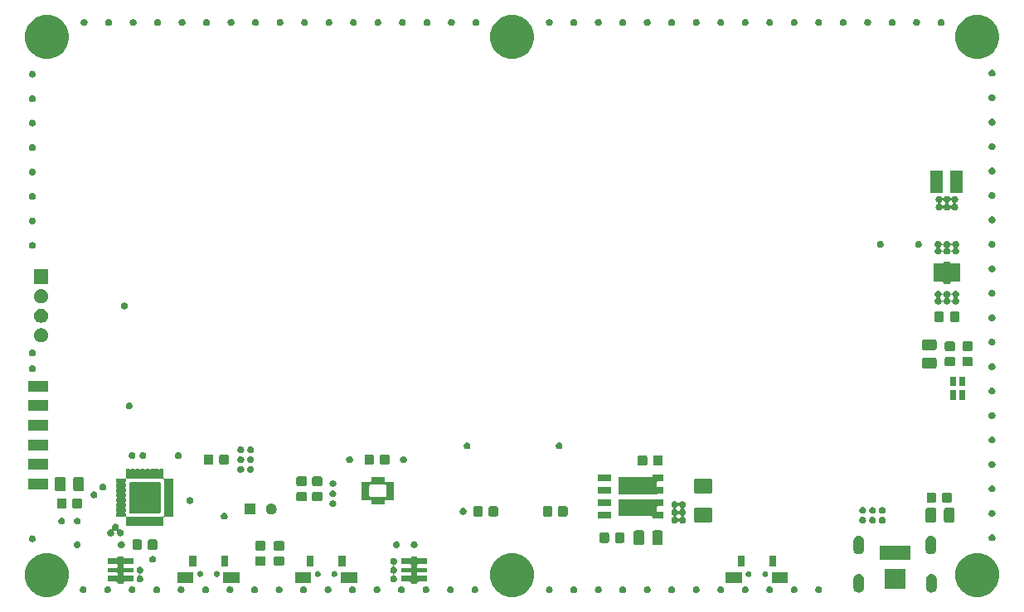
<source format=gbr>
G04 #@! TF.GenerationSoftware,KiCad,Pcbnew,5.1.5*
G04 #@! TF.CreationDate,2019-12-23T15:09:15+01:00*
G04 #@! TF.ProjectId,eside_rev18,65736964-655f-4726-9576-31382e6b6963,rev?*
G04 #@! TF.SameCoordinates,Original*
G04 #@! TF.FileFunction,Soldermask,Bot*
G04 #@! TF.FilePolarity,Negative*
%FSLAX46Y46*%
G04 Gerber Fmt 4.6, Leading zero omitted, Abs format (unit mm)*
G04 Created by KiCad (PCBNEW 5.1.5) date 2019-12-23 15:09:15*
%MOMM*%
%LPD*%
G04 APERTURE LIST*
%ADD10C,0.100000*%
G04 APERTURE END LIST*
D10*
G36*
X147775880Y-104759776D02*
G01*
X148156593Y-104835504D01*
X148566249Y-105005189D01*
X148934929Y-105251534D01*
X149248466Y-105565071D01*
X149494811Y-105933751D01*
X149664496Y-106343407D01*
X149728715Y-106666261D01*
X149749875Y-106772637D01*
X149751000Y-106778296D01*
X149751000Y-107221704D01*
X149664496Y-107656593D01*
X149494811Y-108066249D01*
X149248466Y-108434929D01*
X148934929Y-108748466D01*
X148566249Y-108994811D01*
X148156593Y-109164496D01*
X147775880Y-109240224D01*
X147721705Y-109251000D01*
X147278295Y-109251000D01*
X147224120Y-109240224D01*
X146843407Y-109164496D01*
X146433751Y-108994811D01*
X146065071Y-108748466D01*
X145751534Y-108434929D01*
X145505189Y-108066249D01*
X145335504Y-107656593D01*
X145249000Y-107221704D01*
X145249000Y-106778296D01*
X145250126Y-106772637D01*
X145271285Y-106666261D01*
X145335504Y-106343407D01*
X145505189Y-105933751D01*
X145751534Y-105565071D01*
X146065071Y-105251534D01*
X146433751Y-105005189D01*
X146843407Y-104835504D01*
X147224120Y-104759776D01*
X147278295Y-104749000D01*
X147721705Y-104749000D01*
X147775880Y-104759776D01*
G37*
G36*
X100275880Y-104759776D02*
G01*
X100656593Y-104835504D01*
X101066249Y-105005189D01*
X101434929Y-105251534D01*
X101748466Y-105565071D01*
X101994811Y-105933751D01*
X102164496Y-106343407D01*
X102228715Y-106666261D01*
X102249875Y-106772637D01*
X102251000Y-106778296D01*
X102251000Y-107221704D01*
X102164496Y-107656593D01*
X101994811Y-108066249D01*
X101748466Y-108434929D01*
X101434929Y-108748466D01*
X101066249Y-108994811D01*
X100656593Y-109164496D01*
X100275880Y-109240224D01*
X100221705Y-109251000D01*
X99778295Y-109251000D01*
X99724120Y-109240224D01*
X99343407Y-109164496D01*
X98933751Y-108994811D01*
X98565071Y-108748466D01*
X98251534Y-108434929D01*
X98005189Y-108066249D01*
X97835504Y-107656593D01*
X97749000Y-107221704D01*
X97749000Y-106778296D01*
X97750126Y-106772637D01*
X97771285Y-106666261D01*
X97835504Y-106343407D01*
X98005189Y-105933751D01*
X98251534Y-105565071D01*
X98565071Y-105251534D01*
X98933751Y-105005189D01*
X99343407Y-104835504D01*
X99724120Y-104759776D01*
X99778295Y-104749000D01*
X100221705Y-104749000D01*
X100275880Y-104759776D01*
G37*
G36*
X52775880Y-104759776D02*
G01*
X53156593Y-104835504D01*
X53566249Y-105005189D01*
X53934929Y-105251534D01*
X54248466Y-105565071D01*
X54494811Y-105933751D01*
X54664496Y-106343407D01*
X54728715Y-106666261D01*
X54749875Y-106772637D01*
X54751000Y-106778296D01*
X54751000Y-107221704D01*
X54664496Y-107656593D01*
X54494811Y-108066249D01*
X54248466Y-108434929D01*
X53934929Y-108748466D01*
X53566249Y-108994811D01*
X53156593Y-109164496D01*
X52775880Y-109240224D01*
X52721705Y-109251000D01*
X52278295Y-109251000D01*
X52224120Y-109240224D01*
X51843407Y-109164496D01*
X51433751Y-108994811D01*
X51065071Y-108748466D01*
X50751534Y-108434929D01*
X50505189Y-108066249D01*
X50335504Y-107656593D01*
X50249000Y-107221704D01*
X50249000Y-106778296D01*
X50250126Y-106772637D01*
X50271285Y-106666261D01*
X50335504Y-106343407D01*
X50505189Y-105933751D01*
X50751534Y-105565071D01*
X51065071Y-105251534D01*
X51433751Y-105005189D01*
X51843407Y-104835504D01*
X52224120Y-104759776D01*
X52278295Y-104749000D01*
X52721705Y-104749000D01*
X52775880Y-104759776D01*
G37*
G36*
X103902383Y-108162489D02*
G01*
X103902386Y-108162490D01*
X103902385Y-108162490D01*
X103966258Y-108188946D01*
X104023748Y-108227360D01*
X104072640Y-108276252D01*
X104111054Y-108333742D01*
X104132624Y-108385818D01*
X104137511Y-108397617D01*
X104151000Y-108465430D01*
X104151000Y-108534570D01*
X104137511Y-108602383D01*
X104137510Y-108602385D01*
X104111054Y-108666258D01*
X104072640Y-108723748D01*
X104023748Y-108772640D01*
X103966258Y-108811054D01*
X103914182Y-108832624D01*
X103902383Y-108837511D01*
X103834570Y-108851000D01*
X103765430Y-108851000D01*
X103697617Y-108837511D01*
X103685818Y-108832624D01*
X103633742Y-108811054D01*
X103576252Y-108772640D01*
X103527360Y-108723748D01*
X103488946Y-108666258D01*
X103462490Y-108602385D01*
X103462489Y-108602383D01*
X103449000Y-108534570D01*
X103449000Y-108465430D01*
X103462489Y-108397617D01*
X103467376Y-108385818D01*
X103488946Y-108333742D01*
X103527360Y-108276252D01*
X103576252Y-108227360D01*
X103633742Y-108188946D01*
X103697615Y-108162490D01*
X103697614Y-108162490D01*
X103697617Y-108162489D01*
X103765430Y-108149000D01*
X103834570Y-108149000D01*
X103902383Y-108162489D01*
G37*
G36*
X96302383Y-108162489D02*
G01*
X96302386Y-108162490D01*
X96302385Y-108162490D01*
X96366258Y-108188946D01*
X96423748Y-108227360D01*
X96472640Y-108276252D01*
X96511054Y-108333742D01*
X96532624Y-108385818D01*
X96537511Y-108397617D01*
X96551000Y-108465430D01*
X96551000Y-108534570D01*
X96537511Y-108602383D01*
X96537510Y-108602385D01*
X96511054Y-108666258D01*
X96472640Y-108723748D01*
X96423748Y-108772640D01*
X96366258Y-108811054D01*
X96314182Y-108832624D01*
X96302383Y-108837511D01*
X96234570Y-108851000D01*
X96165430Y-108851000D01*
X96097617Y-108837511D01*
X96085818Y-108832624D01*
X96033742Y-108811054D01*
X95976252Y-108772640D01*
X95927360Y-108723748D01*
X95888946Y-108666258D01*
X95862490Y-108602385D01*
X95862489Y-108602383D01*
X95849000Y-108534570D01*
X95849000Y-108465430D01*
X95862489Y-108397617D01*
X95867376Y-108385818D01*
X95888946Y-108333742D01*
X95927360Y-108276252D01*
X95976252Y-108227360D01*
X96033742Y-108188946D01*
X96097615Y-108162490D01*
X96097614Y-108162490D01*
X96097617Y-108162489D01*
X96165430Y-108149000D01*
X96234570Y-108149000D01*
X96302383Y-108162489D01*
G37*
G36*
X93802383Y-108162489D02*
G01*
X93802386Y-108162490D01*
X93802385Y-108162490D01*
X93866258Y-108188946D01*
X93923748Y-108227360D01*
X93972640Y-108276252D01*
X94011054Y-108333742D01*
X94032624Y-108385818D01*
X94037511Y-108397617D01*
X94051000Y-108465430D01*
X94051000Y-108534570D01*
X94037511Y-108602383D01*
X94037510Y-108602385D01*
X94011054Y-108666258D01*
X93972640Y-108723748D01*
X93923748Y-108772640D01*
X93866258Y-108811054D01*
X93814182Y-108832624D01*
X93802383Y-108837511D01*
X93734570Y-108851000D01*
X93665430Y-108851000D01*
X93597617Y-108837511D01*
X93585818Y-108832624D01*
X93533742Y-108811054D01*
X93476252Y-108772640D01*
X93427360Y-108723748D01*
X93388946Y-108666258D01*
X93362490Y-108602385D01*
X93362489Y-108602383D01*
X93349000Y-108534570D01*
X93349000Y-108465430D01*
X93362489Y-108397617D01*
X93367376Y-108385818D01*
X93388946Y-108333742D01*
X93427360Y-108276252D01*
X93476252Y-108227360D01*
X93533742Y-108188946D01*
X93597615Y-108162490D01*
X93597614Y-108162490D01*
X93597617Y-108162489D01*
X93665430Y-108149000D01*
X93734570Y-108149000D01*
X93802383Y-108162489D01*
G37*
G36*
X91302383Y-108162489D02*
G01*
X91302386Y-108162490D01*
X91302385Y-108162490D01*
X91366258Y-108188946D01*
X91423748Y-108227360D01*
X91472640Y-108276252D01*
X91511054Y-108333742D01*
X91532624Y-108385818D01*
X91537511Y-108397617D01*
X91551000Y-108465430D01*
X91551000Y-108534570D01*
X91537511Y-108602383D01*
X91537510Y-108602385D01*
X91511054Y-108666258D01*
X91472640Y-108723748D01*
X91423748Y-108772640D01*
X91366258Y-108811054D01*
X91314182Y-108832624D01*
X91302383Y-108837511D01*
X91234570Y-108851000D01*
X91165430Y-108851000D01*
X91097617Y-108837511D01*
X91085818Y-108832624D01*
X91033742Y-108811054D01*
X90976252Y-108772640D01*
X90927360Y-108723748D01*
X90888946Y-108666258D01*
X90862490Y-108602385D01*
X90862489Y-108602383D01*
X90849000Y-108534570D01*
X90849000Y-108465430D01*
X90862489Y-108397617D01*
X90867376Y-108385818D01*
X90888946Y-108333742D01*
X90927360Y-108276252D01*
X90976252Y-108227360D01*
X91033742Y-108188946D01*
X91097615Y-108162490D01*
X91097614Y-108162490D01*
X91097617Y-108162489D01*
X91165430Y-108149000D01*
X91234570Y-108149000D01*
X91302383Y-108162489D01*
G37*
G36*
X88802383Y-108162489D02*
G01*
X88802386Y-108162490D01*
X88802385Y-108162490D01*
X88866258Y-108188946D01*
X88923748Y-108227360D01*
X88972640Y-108276252D01*
X89011054Y-108333742D01*
X89032624Y-108385818D01*
X89037511Y-108397617D01*
X89051000Y-108465430D01*
X89051000Y-108534570D01*
X89037511Y-108602383D01*
X89037510Y-108602385D01*
X89011054Y-108666258D01*
X88972640Y-108723748D01*
X88923748Y-108772640D01*
X88866258Y-108811054D01*
X88814182Y-108832624D01*
X88802383Y-108837511D01*
X88734570Y-108851000D01*
X88665430Y-108851000D01*
X88597617Y-108837511D01*
X88585818Y-108832624D01*
X88533742Y-108811054D01*
X88476252Y-108772640D01*
X88427360Y-108723748D01*
X88388946Y-108666258D01*
X88362490Y-108602385D01*
X88362489Y-108602383D01*
X88349000Y-108534570D01*
X88349000Y-108465430D01*
X88362489Y-108397617D01*
X88367376Y-108385818D01*
X88388946Y-108333742D01*
X88427360Y-108276252D01*
X88476252Y-108227360D01*
X88533742Y-108188946D01*
X88597615Y-108162490D01*
X88597614Y-108162490D01*
X88597617Y-108162489D01*
X88665430Y-108149000D01*
X88734570Y-108149000D01*
X88802383Y-108162489D01*
G37*
G36*
X86302383Y-108162489D02*
G01*
X86302386Y-108162490D01*
X86302385Y-108162490D01*
X86366258Y-108188946D01*
X86423748Y-108227360D01*
X86472640Y-108276252D01*
X86511054Y-108333742D01*
X86532624Y-108385818D01*
X86537511Y-108397617D01*
X86551000Y-108465430D01*
X86551000Y-108534570D01*
X86537511Y-108602383D01*
X86537510Y-108602385D01*
X86511054Y-108666258D01*
X86472640Y-108723748D01*
X86423748Y-108772640D01*
X86366258Y-108811054D01*
X86314182Y-108832624D01*
X86302383Y-108837511D01*
X86234570Y-108851000D01*
X86165430Y-108851000D01*
X86097617Y-108837511D01*
X86085818Y-108832624D01*
X86033742Y-108811054D01*
X85976252Y-108772640D01*
X85927360Y-108723748D01*
X85888946Y-108666258D01*
X85862490Y-108602385D01*
X85862489Y-108602383D01*
X85849000Y-108534570D01*
X85849000Y-108465430D01*
X85862489Y-108397617D01*
X85867376Y-108385818D01*
X85888946Y-108333742D01*
X85927360Y-108276252D01*
X85976252Y-108227360D01*
X86033742Y-108188946D01*
X86097615Y-108162490D01*
X86097614Y-108162490D01*
X86097617Y-108162489D01*
X86165430Y-108149000D01*
X86234570Y-108149000D01*
X86302383Y-108162489D01*
G37*
G36*
X61302383Y-108162489D02*
G01*
X61302386Y-108162490D01*
X61302385Y-108162490D01*
X61366258Y-108188946D01*
X61423748Y-108227360D01*
X61472640Y-108276252D01*
X61511054Y-108333742D01*
X61532624Y-108385818D01*
X61537511Y-108397617D01*
X61551000Y-108465430D01*
X61551000Y-108534570D01*
X61537511Y-108602383D01*
X61537510Y-108602385D01*
X61511054Y-108666258D01*
X61472640Y-108723748D01*
X61423748Y-108772640D01*
X61366258Y-108811054D01*
X61314182Y-108832624D01*
X61302383Y-108837511D01*
X61234570Y-108851000D01*
X61165430Y-108851000D01*
X61097617Y-108837511D01*
X61085818Y-108832624D01*
X61033742Y-108811054D01*
X60976252Y-108772640D01*
X60927360Y-108723748D01*
X60888946Y-108666258D01*
X60862490Y-108602385D01*
X60862489Y-108602383D01*
X60849000Y-108534570D01*
X60849000Y-108465430D01*
X60862489Y-108397617D01*
X60867376Y-108385818D01*
X60888946Y-108333742D01*
X60927360Y-108276252D01*
X60976252Y-108227360D01*
X61033742Y-108188946D01*
X61097615Y-108162490D01*
X61097614Y-108162490D01*
X61097617Y-108162489D01*
X61165430Y-108149000D01*
X61234570Y-108149000D01*
X61302383Y-108162489D01*
G37*
G36*
X56302383Y-108162489D02*
G01*
X56302386Y-108162490D01*
X56302385Y-108162490D01*
X56366258Y-108188946D01*
X56423748Y-108227360D01*
X56472640Y-108276252D01*
X56511054Y-108333742D01*
X56532624Y-108385818D01*
X56537511Y-108397617D01*
X56551000Y-108465430D01*
X56551000Y-108534570D01*
X56537511Y-108602383D01*
X56537510Y-108602385D01*
X56511054Y-108666258D01*
X56472640Y-108723748D01*
X56423748Y-108772640D01*
X56366258Y-108811054D01*
X56314182Y-108832624D01*
X56302383Y-108837511D01*
X56234570Y-108851000D01*
X56165430Y-108851000D01*
X56097617Y-108837511D01*
X56085818Y-108832624D01*
X56033742Y-108811054D01*
X55976252Y-108772640D01*
X55927360Y-108723748D01*
X55888946Y-108666258D01*
X55862490Y-108602385D01*
X55862489Y-108602383D01*
X55849000Y-108534570D01*
X55849000Y-108465430D01*
X55862489Y-108397617D01*
X55867376Y-108385818D01*
X55888946Y-108333742D01*
X55927360Y-108276252D01*
X55976252Y-108227360D01*
X56033742Y-108188946D01*
X56097615Y-108162490D01*
X56097614Y-108162490D01*
X56097617Y-108162489D01*
X56165430Y-108149000D01*
X56234570Y-108149000D01*
X56302383Y-108162489D01*
G37*
G36*
X118902383Y-108162489D02*
G01*
X118902386Y-108162490D01*
X118902385Y-108162490D01*
X118966258Y-108188946D01*
X119023748Y-108227360D01*
X119072640Y-108276252D01*
X119111054Y-108333742D01*
X119132624Y-108385818D01*
X119137511Y-108397617D01*
X119151000Y-108465430D01*
X119151000Y-108534570D01*
X119137511Y-108602383D01*
X119137510Y-108602385D01*
X119111054Y-108666258D01*
X119072640Y-108723748D01*
X119023748Y-108772640D01*
X118966258Y-108811054D01*
X118914182Y-108832624D01*
X118902383Y-108837511D01*
X118834570Y-108851000D01*
X118765430Y-108851000D01*
X118697617Y-108837511D01*
X118685818Y-108832624D01*
X118633742Y-108811054D01*
X118576252Y-108772640D01*
X118527360Y-108723748D01*
X118488946Y-108666258D01*
X118462490Y-108602385D01*
X118462489Y-108602383D01*
X118449000Y-108534570D01*
X118449000Y-108465430D01*
X118462489Y-108397617D01*
X118467376Y-108385818D01*
X118488946Y-108333742D01*
X118527360Y-108276252D01*
X118576252Y-108227360D01*
X118633742Y-108188946D01*
X118697615Y-108162490D01*
X118697614Y-108162490D01*
X118697617Y-108162489D01*
X118765430Y-108149000D01*
X118834570Y-108149000D01*
X118902383Y-108162489D01*
G37*
G36*
X106402383Y-108162489D02*
G01*
X106402386Y-108162490D01*
X106402385Y-108162490D01*
X106466258Y-108188946D01*
X106523748Y-108227360D01*
X106572640Y-108276252D01*
X106611054Y-108333742D01*
X106632624Y-108385818D01*
X106637511Y-108397617D01*
X106651000Y-108465430D01*
X106651000Y-108534570D01*
X106637511Y-108602383D01*
X106637510Y-108602385D01*
X106611054Y-108666258D01*
X106572640Y-108723748D01*
X106523748Y-108772640D01*
X106466258Y-108811054D01*
X106414182Y-108832624D01*
X106402383Y-108837511D01*
X106334570Y-108851000D01*
X106265430Y-108851000D01*
X106197617Y-108837511D01*
X106185818Y-108832624D01*
X106133742Y-108811054D01*
X106076252Y-108772640D01*
X106027360Y-108723748D01*
X105988946Y-108666258D01*
X105962490Y-108602385D01*
X105962489Y-108602383D01*
X105949000Y-108534570D01*
X105949000Y-108465430D01*
X105962489Y-108397617D01*
X105967376Y-108385818D01*
X105988946Y-108333742D01*
X106027360Y-108276252D01*
X106076252Y-108227360D01*
X106133742Y-108188946D01*
X106197615Y-108162490D01*
X106197614Y-108162490D01*
X106197617Y-108162489D01*
X106265430Y-108149000D01*
X106334570Y-108149000D01*
X106402383Y-108162489D01*
G37*
G36*
X111402383Y-108162489D02*
G01*
X111402386Y-108162490D01*
X111402385Y-108162490D01*
X111466258Y-108188946D01*
X111523748Y-108227360D01*
X111572640Y-108276252D01*
X111611054Y-108333742D01*
X111632624Y-108385818D01*
X111637511Y-108397617D01*
X111651000Y-108465430D01*
X111651000Y-108534570D01*
X111637511Y-108602383D01*
X111637510Y-108602385D01*
X111611054Y-108666258D01*
X111572640Y-108723748D01*
X111523748Y-108772640D01*
X111466258Y-108811054D01*
X111414182Y-108832624D01*
X111402383Y-108837511D01*
X111334570Y-108851000D01*
X111265430Y-108851000D01*
X111197617Y-108837511D01*
X111185818Y-108832624D01*
X111133742Y-108811054D01*
X111076252Y-108772640D01*
X111027360Y-108723748D01*
X110988946Y-108666258D01*
X110962490Y-108602385D01*
X110962489Y-108602383D01*
X110949000Y-108534570D01*
X110949000Y-108465430D01*
X110962489Y-108397617D01*
X110967376Y-108385818D01*
X110988946Y-108333742D01*
X111027360Y-108276252D01*
X111076252Y-108227360D01*
X111133742Y-108188946D01*
X111197615Y-108162490D01*
X111197614Y-108162490D01*
X111197617Y-108162489D01*
X111265430Y-108149000D01*
X111334570Y-108149000D01*
X111402383Y-108162489D01*
G37*
G36*
X108902383Y-108162489D02*
G01*
X108902386Y-108162490D01*
X108902385Y-108162490D01*
X108966258Y-108188946D01*
X109023748Y-108227360D01*
X109072640Y-108276252D01*
X109111054Y-108333742D01*
X109132624Y-108385818D01*
X109137511Y-108397617D01*
X109151000Y-108465430D01*
X109151000Y-108534570D01*
X109137511Y-108602383D01*
X109137510Y-108602385D01*
X109111054Y-108666258D01*
X109072640Y-108723748D01*
X109023748Y-108772640D01*
X108966258Y-108811054D01*
X108914182Y-108832624D01*
X108902383Y-108837511D01*
X108834570Y-108851000D01*
X108765430Y-108851000D01*
X108697617Y-108837511D01*
X108685818Y-108832624D01*
X108633742Y-108811054D01*
X108576252Y-108772640D01*
X108527360Y-108723748D01*
X108488946Y-108666258D01*
X108462490Y-108602385D01*
X108462489Y-108602383D01*
X108449000Y-108534570D01*
X108449000Y-108465430D01*
X108462489Y-108397617D01*
X108467376Y-108385818D01*
X108488946Y-108333742D01*
X108527360Y-108276252D01*
X108576252Y-108227360D01*
X108633742Y-108188946D01*
X108697615Y-108162490D01*
X108697614Y-108162490D01*
X108697617Y-108162489D01*
X108765430Y-108149000D01*
X108834570Y-108149000D01*
X108902383Y-108162489D01*
G37*
G36*
X116402383Y-108162489D02*
G01*
X116402386Y-108162490D01*
X116402385Y-108162490D01*
X116466258Y-108188946D01*
X116523748Y-108227360D01*
X116572640Y-108276252D01*
X116611054Y-108333742D01*
X116632624Y-108385818D01*
X116637511Y-108397617D01*
X116651000Y-108465430D01*
X116651000Y-108534570D01*
X116637511Y-108602383D01*
X116637510Y-108602385D01*
X116611054Y-108666258D01*
X116572640Y-108723748D01*
X116523748Y-108772640D01*
X116466258Y-108811054D01*
X116414182Y-108832624D01*
X116402383Y-108837511D01*
X116334570Y-108851000D01*
X116265430Y-108851000D01*
X116197617Y-108837511D01*
X116185818Y-108832624D01*
X116133742Y-108811054D01*
X116076252Y-108772640D01*
X116027360Y-108723748D01*
X115988946Y-108666258D01*
X115962490Y-108602385D01*
X115962489Y-108602383D01*
X115949000Y-108534570D01*
X115949000Y-108465430D01*
X115962489Y-108397617D01*
X115967376Y-108385818D01*
X115988946Y-108333742D01*
X116027360Y-108276252D01*
X116076252Y-108227360D01*
X116133742Y-108188946D01*
X116197615Y-108162490D01*
X116197614Y-108162490D01*
X116197617Y-108162489D01*
X116265430Y-108149000D01*
X116334570Y-108149000D01*
X116402383Y-108162489D01*
G37*
G36*
X113902383Y-108162489D02*
G01*
X113902386Y-108162490D01*
X113902385Y-108162490D01*
X113966258Y-108188946D01*
X114023748Y-108227360D01*
X114072640Y-108276252D01*
X114111054Y-108333742D01*
X114132624Y-108385818D01*
X114137511Y-108397617D01*
X114151000Y-108465430D01*
X114151000Y-108534570D01*
X114137511Y-108602383D01*
X114137510Y-108602385D01*
X114111054Y-108666258D01*
X114072640Y-108723748D01*
X114023748Y-108772640D01*
X113966258Y-108811054D01*
X113914182Y-108832624D01*
X113902383Y-108837511D01*
X113834570Y-108851000D01*
X113765430Y-108851000D01*
X113697617Y-108837511D01*
X113685818Y-108832624D01*
X113633742Y-108811054D01*
X113576252Y-108772640D01*
X113527360Y-108723748D01*
X113488946Y-108666258D01*
X113462490Y-108602385D01*
X113462489Y-108602383D01*
X113449000Y-108534570D01*
X113449000Y-108465430D01*
X113462489Y-108397617D01*
X113467376Y-108385818D01*
X113488946Y-108333742D01*
X113527360Y-108276252D01*
X113576252Y-108227360D01*
X113633742Y-108188946D01*
X113697615Y-108162490D01*
X113697614Y-108162490D01*
X113697617Y-108162489D01*
X113765430Y-108149000D01*
X113834570Y-108149000D01*
X113902383Y-108162489D01*
G37*
G36*
X73802383Y-108162489D02*
G01*
X73802386Y-108162490D01*
X73802385Y-108162490D01*
X73866258Y-108188946D01*
X73923748Y-108227360D01*
X73972640Y-108276252D01*
X74011054Y-108333742D01*
X74032624Y-108385818D01*
X74037511Y-108397617D01*
X74051000Y-108465430D01*
X74051000Y-108534570D01*
X74037511Y-108602383D01*
X74037510Y-108602385D01*
X74011054Y-108666258D01*
X73972640Y-108723748D01*
X73923748Y-108772640D01*
X73866258Y-108811054D01*
X73814182Y-108832624D01*
X73802383Y-108837511D01*
X73734570Y-108851000D01*
X73665430Y-108851000D01*
X73597617Y-108837511D01*
X73585818Y-108832624D01*
X73533742Y-108811054D01*
X73476252Y-108772640D01*
X73427360Y-108723748D01*
X73388946Y-108666258D01*
X73362490Y-108602385D01*
X73362489Y-108602383D01*
X73349000Y-108534570D01*
X73349000Y-108465430D01*
X73362489Y-108397617D01*
X73367376Y-108385818D01*
X73388946Y-108333742D01*
X73427360Y-108276252D01*
X73476252Y-108227360D01*
X73533742Y-108188946D01*
X73597615Y-108162490D01*
X73597614Y-108162490D01*
X73597617Y-108162489D01*
X73665430Y-108149000D01*
X73734570Y-108149000D01*
X73802383Y-108162489D01*
G37*
G36*
X131402383Y-108162489D02*
G01*
X131402386Y-108162490D01*
X131402385Y-108162490D01*
X131466258Y-108188946D01*
X131523748Y-108227360D01*
X131572640Y-108276252D01*
X131611054Y-108333742D01*
X131632624Y-108385818D01*
X131637511Y-108397617D01*
X131651000Y-108465430D01*
X131651000Y-108534570D01*
X131637511Y-108602383D01*
X131637510Y-108602385D01*
X131611054Y-108666258D01*
X131572640Y-108723748D01*
X131523748Y-108772640D01*
X131466258Y-108811054D01*
X131414182Y-108832624D01*
X131402383Y-108837511D01*
X131334570Y-108851000D01*
X131265430Y-108851000D01*
X131197617Y-108837511D01*
X131185818Y-108832624D01*
X131133742Y-108811054D01*
X131076252Y-108772640D01*
X131027360Y-108723748D01*
X130988946Y-108666258D01*
X130962490Y-108602385D01*
X130962489Y-108602383D01*
X130949000Y-108534570D01*
X130949000Y-108465430D01*
X130962489Y-108397617D01*
X130967376Y-108385818D01*
X130988946Y-108333742D01*
X131027360Y-108276252D01*
X131076252Y-108227360D01*
X131133742Y-108188946D01*
X131197615Y-108162490D01*
X131197614Y-108162490D01*
X131197617Y-108162489D01*
X131265430Y-108149000D01*
X131334570Y-108149000D01*
X131402383Y-108162489D01*
G37*
G36*
X66302383Y-108162489D02*
G01*
X66302386Y-108162490D01*
X66302385Y-108162490D01*
X66366258Y-108188946D01*
X66423748Y-108227360D01*
X66472640Y-108276252D01*
X66511054Y-108333742D01*
X66532624Y-108385818D01*
X66537511Y-108397617D01*
X66551000Y-108465430D01*
X66551000Y-108534570D01*
X66537511Y-108602383D01*
X66537510Y-108602385D01*
X66511054Y-108666258D01*
X66472640Y-108723748D01*
X66423748Y-108772640D01*
X66366258Y-108811054D01*
X66314182Y-108832624D01*
X66302383Y-108837511D01*
X66234570Y-108851000D01*
X66165430Y-108851000D01*
X66097617Y-108837511D01*
X66085818Y-108832624D01*
X66033742Y-108811054D01*
X65976252Y-108772640D01*
X65927360Y-108723748D01*
X65888946Y-108666258D01*
X65862490Y-108602385D01*
X65862489Y-108602383D01*
X65849000Y-108534570D01*
X65849000Y-108465430D01*
X65862489Y-108397617D01*
X65867376Y-108385818D01*
X65888946Y-108333742D01*
X65927360Y-108276252D01*
X65976252Y-108227360D01*
X66033742Y-108188946D01*
X66097615Y-108162490D01*
X66097614Y-108162490D01*
X66097617Y-108162489D01*
X66165430Y-108149000D01*
X66234570Y-108149000D01*
X66302383Y-108162489D01*
G37*
G36*
X121402383Y-108162489D02*
G01*
X121402386Y-108162490D01*
X121402385Y-108162490D01*
X121466258Y-108188946D01*
X121523748Y-108227360D01*
X121572640Y-108276252D01*
X121611054Y-108333742D01*
X121632624Y-108385818D01*
X121637511Y-108397617D01*
X121651000Y-108465430D01*
X121651000Y-108534570D01*
X121637511Y-108602383D01*
X121637510Y-108602385D01*
X121611054Y-108666258D01*
X121572640Y-108723748D01*
X121523748Y-108772640D01*
X121466258Y-108811054D01*
X121414182Y-108832624D01*
X121402383Y-108837511D01*
X121334570Y-108851000D01*
X121265430Y-108851000D01*
X121197617Y-108837511D01*
X121185818Y-108832624D01*
X121133742Y-108811054D01*
X121076252Y-108772640D01*
X121027360Y-108723748D01*
X120988946Y-108666258D01*
X120962490Y-108602385D01*
X120962489Y-108602383D01*
X120949000Y-108534570D01*
X120949000Y-108465430D01*
X120962489Y-108397617D01*
X120967376Y-108385818D01*
X120988946Y-108333742D01*
X121027360Y-108276252D01*
X121076252Y-108227360D01*
X121133742Y-108188946D01*
X121197615Y-108162490D01*
X121197614Y-108162490D01*
X121197617Y-108162489D01*
X121265430Y-108149000D01*
X121334570Y-108149000D01*
X121402383Y-108162489D01*
G37*
G36*
X128902383Y-108162489D02*
G01*
X128902386Y-108162490D01*
X128902385Y-108162490D01*
X128966258Y-108188946D01*
X129023748Y-108227360D01*
X129072640Y-108276252D01*
X129111054Y-108333742D01*
X129132624Y-108385818D01*
X129137511Y-108397617D01*
X129151000Y-108465430D01*
X129151000Y-108534570D01*
X129137511Y-108602383D01*
X129137510Y-108602385D01*
X129111054Y-108666258D01*
X129072640Y-108723748D01*
X129023748Y-108772640D01*
X128966258Y-108811054D01*
X128914182Y-108832624D01*
X128902383Y-108837511D01*
X128834570Y-108851000D01*
X128765430Y-108851000D01*
X128697617Y-108837511D01*
X128685818Y-108832624D01*
X128633742Y-108811054D01*
X128576252Y-108772640D01*
X128527360Y-108723748D01*
X128488946Y-108666258D01*
X128462490Y-108602385D01*
X128462489Y-108602383D01*
X128449000Y-108534570D01*
X128449000Y-108465430D01*
X128462489Y-108397617D01*
X128467376Y-108385818D01*
X128488946Y-108333742D01*
X128527360Y-108276252D01*
X128576252Y-108227360D01*
X128633742Y-108188946D01*
X128697615Y-108162490D01*
X128697614Y-108162490D01*
X128697617Y-108162489D01*
X128765430Y-108149000D01*
X128834570Y-108149000D01*
X128902383Y-108162489D01*
G37*
G36*
X126402383Y-108162489D02*
G01*
X126402386Y-108162490D01*
X126402385Y-108162490D01*
X126466258Y-108188946D01*
X126523748Y-108227360D01*
X126572640Y-108276252D01*
X126611054Y-108333742D01*
X126632624Y-108385818D01*
X126637511Y-108397617D01*
X126651000Y-108465430D01*
X126651000Y-108534570D01*
X126637511Y-108602383D01*
X126637510Y-108602385D01*
X126611054Y-108666258D01*
X126572640Y-108723748D01*
X126523748Y-108772640D01*
X126466258Y-108811054D01*
X126414182Y-108832624D01*
X126402383Y-108837511D01*
X126334570Y-108851000D01*
X126265430Y-108851000D01*
X126197617Y-108837511D01*
X126185818Y-108832624D01*
X126133742Y-108811054D01*
X126076252Y-108772640D01*
X126027360Y-108723748D01*
X125988946Y-108666258D01*
X125962490Y-108602385D01*
X125962489Y-108602383D01*
X125949000Y-108534570D01*
X125949000Y-108465430D01*
X125962489Y-108397617D01*
X125967376Y-108385818D01*
X125988946Y-108333742D01*
X126027360Y-108276252D01*
X126076252Y-108227360D01*
X126133742Y-108188946D01*
X126197615Y-108162490D01*
X126197614Y-108162490D01*
X126197617Y-108162489D01*
X126265430Y-108149000D01*
X126334570Y-108149000D01*
X126402383Y-108162489D01*
G37*
G36*
X78802383Y-108162489D02*
G01*
X78802386Y-108162490D01*
X78802385Y-108162490D01*
X78866258Y-108188946D01*
X78923748Y-108227360D01*
X78972640Y-108276252D01*
X79011054Y-108333742D01*
X79032624Y-108385818D01*
X79037511Y-108397617D01*
X79051000Y-108465430D01*
X79051000Y-108534570D01*
X79037511Y-108602383D01*
X79037510Y-108602385D01*
X79011054Y-108666258D01*
X78972640Y-108723748D01*
X78923748Y-108772640D01*
X78866258Y-108811054D01*
X78814182Y-108832624D01*
X78802383Y-108837511D01*
X78734570Y-108851000D01*
X78665430Y-108851000D01*
X78597617Y-108837511D01*
X78585818Y-108832624D01*
X78533742Y-108811054D01*
X78476252Y-108772640D01*
X78427360Y-108723748D01*
X78388946Y-108666258D01*
X78362490Y-108602385D01*
X78362489Y-108602383D01*
X78349000Y-108534570D01*
X78349000Y-108465430D01*
X78362489Y-108397617D01*
X78367376Y-108385818D01*
X78388946Y-108333742D01*
X78427360Y-108276252D01*
X78476252Y-108227360D01*
X78533742Y-108188946D01*
X78597615Y-108162490D01*
X78597614Y-108162490D01*
X78597617Y-108162489D01*
X78665430Y-108149000D01*
X78734570Y-108149000D01*
X78802383Y-108162489D01*
G37*
G36*
X123902383Y-108162489D02*
G01*
X123902386Y-108162490D01*
X123902385Y-108162490D01*
X123966258Y-108188946D01*
X124023748Y-108227360D01*
X124072640Y-108276252D01*
X124111054Y-108333742D01*
X124132624Y-108385818D01*
X124137511Y-108397617D01*
X124151000Y-108465430D01*
X124151000Y-108534570D01*
X124137511Y-108602383D01*
X124137510Y-108602385D01*
X124111054Y-108666258D01*
X124072640Y-108723748D01*
X124023748Y-108772640D01*
X123966258Y-108811054D01*
X123914182Y-108832624D01*
X123902383Y-108837511D01*
X123834570Y-108851000D01*
X123765430Y-108851000D01*
X123697617Y-108837511D01*
X123685818Y-108832624D01*
X123633742Y-108811054D01*
X123576252Y-108772640D01*
X123527360Y-108723748D01*
X123488946Y-108666258D01*
X123462490Y-108602385D01*
X123462489Y-108602383D01*
X123449000Y-108534570D01*
X123449000Y-108465430D01*
X123462489Y-108397617D01*
X123467376Y-108385818D01*
X123488946Y-108333742D01*
X123527360Y-108276252D01*
X123576252Y-108227360D01*
X123633742Y-108188946D01*
X123697615Y-108162490D01*
X123697614Y-108162490D01*
X123697617Y-108162489D01*
X123765430Y-108149000D01*
X123834570Y-108149000D01*
X123902383Y-108162489D01*
G37*
G36*
X81302383Y-108162489D02*
G01*
X81302386Y-108162490D01*
X81302385Y-108162490D01*
X81366258Y-108188946D01*
X81423748Y-108227360D01*
X81472640Y-108276252D01*
X81511054Y-108333742D01*
X81532624Y-108385818D01*
X81537511Y-108397617D01*
X81551000Y-108465430D01*
X81551000Y-108534570D01*
X81537511Y-108602383D01*
X81537510Y-108602385D01*
X81511054Y-108666258D01*
X81472640Y-108723748D01*
X81423748Y-108772640D01*
X81366258Y-108811054D01*
X81314182Y-108832624D01*
X81302383Y-108837511D01*
X81234570Y-108851000D01*
X81165430Y-108851000D01*
X81097617Y-108837511D01*
X81085818Y-108832624D01*
X81033742Y-108811054D01*
X80976252Y-108772640D01*
X80927360Y-108723748D01*
X80888946Y-108666258D01*
X80862490Y-108602385D01*
X80862489Y-108602383D01*
X80849000Y-108534570D01*
X80849000Y-108465430D01*
X80862489Y-108397617D01*
X80867376Y-108385818D01*
X80888946Y-108333742D01*
X80927360Y-108276252D01*
X80976252Y-108227360D01*
X81033742Y-108188946D01*
X81097615Y-108162490D01*
X81097614Y-108162490D01*
X81097617Y-108162489D01*
X81165430Y-108149000D01*
X81234570Y-108149000D01*
X81302383Y-108162489D01*
G37*
G36*
X76302383Y-108162489D02*
G01*
X76302386Y-108162490D01*
X76302385Y-108162490D01*
X76366258Y-108188946D01*
X76423748Y-108227360D01*
X76472640Y-108276252D01*
X76511054Y-108333742D01*
X76532624Y-108385818D01*
X76537511Y-108397617D01*
X76551000Y-108465430D01*
X76551000Y-108534570D01*
X76537511Y-108602383D01*
X76537510Y-108602385D01*
X76511054Y-108666258D01*
X76472640Y-108723748D01*
X76423748Y-108772640D01*
X76366258Y-108811054D01*
X76314182Y-108832624D01*
X76302383Y-108837511D01*
X76234570Y-108851000D01*
X76165430Y-108851000D01*
X76097617Y-108837511D01*
X76085818Y-108832624D01*
X76033742Y-108811054D01*
X75976252Y-108772640D01*
X75927360Y-108723748D01*
X75888946Y-108666258D01*
X75862490Y-108602385D01*
X75862489Y-108602383D01*
X75849000Y-108534570D01*
X75849000Y-108465430D01*
X75862489Y-108397617D01*
X75867376Y-108385818D01*
X75888946Y-108333742D01*
X75927360Y-108276252D01*
X75976252Y-108227360D01*
X76033742Y-108188946D01*
X76097615Y-108162490D01*
X76097614Y-108162490D01*
X76097617Y-108162489D01*
X76165430Y-108149000D01*
X76234570Y-108149000D01*
X76302383Y-108162489D01*
G37*
G36*
X83802383Y-108162489D02*
G01*
X83802386Y-108162490D01*
X83802385Y-108162490D01*
X83866258Y-108188946D01*
X83923748Y-108227360D01*
X83972640Y-108276252D01*
X84011054Y-108333742D01*
X84032624Y-108385818D01*
X84037511Y-108397617D01*
X84051000Y-108465430D01*
X84051000Y-108534570D01*
X84037511Y-108602383D01*
X84037510Y-108602385D01*
X84011054Y-108666258D01*
X83972640Y-108723748D01*
X83923748Y-108772640D01*
X83866258Y-108811054D01*
X83814182Y-108832624D01*
X83802383Y-108837511D01*
X83734570Y-108851000D01*
X83665430Y-108851000D01*
X83597617Y-108837511D01*
X83585818Y-108832624D01*
X83533742Y-108811054D01*
X83476252Y-108772640D01*
X83427360Y-108723748D01*
X83388946Y-108666258D01*
X83362490Y-108602385D01*
X83362489Y-108602383D01*
X83349000Y-108534570D01*
X83349000Y-108465430D01*
X83362489Y-108397617D01*
X83367376Y-108385818D01*
X83388946Y-108333742D01*
X83427360Y-108276252D01*
X83476252Y-108227360D01*
X83533742Y-108188946D01*
X83597615Y-108162490D01*
X83597614Y-108162490D01*
X83597617Y-108162489D01*
X83665430Y-108149000D01*
X83734570Y-108149000D01*
X83802383Y-108162489D01*
G37*
G36*
X68802383Y-108162489D02*
G01*
X68802386Y-108162490D01*
X68802385Y-108162490D01*
X68866258Y-108188946D01*
X68923748Y-108227360D01*
X68972640Y-108276252D01*
X69011054Y-108333742D01*
X69032624Y-108385818D01*
X69037511Y-108397617D01*
X69051000Y-108465430D01*
X69051000Y-108534570D01*
X69037511Y-108602383D01*
X69037510Y-108602385D01*
X69011054Y-108666258D01*
X68972640Y-108723748D01*
X68923748Y-108772640D01*
X68866258Y-108811054D01*
X68814182Y-108832624D01*
X68802383Y-108837511D01*
X68734570Y-108851000D01*
X68665430Y-108851000D01*
X68597617Y-108837511D01*
X68585818Y-108832624D01*
X68533742Y-108811054D01*
X68476252Y-108772640D01*
X68427360Y-108723748D01*
X68388946Y-108666258D01*
X68362490Y-108602385D01*
X68362489Y-108602383D01*
X68349000Y-108534570D01*
X68349000Y-108465430D01*
X68362489Y-108397617D01*
X68367376Y-108385818D01*
X68388946Y-108333742D01*
X68427360Y-108276252D01*
X68476252Y-108227360D01*
X68533742Y-108188946D01*
X68597615Y-108162490D01*
X68597614Y-108162490D01*
X68597617Y-108162489D01*
X68665430Y-108149000D01*
X68734570Y-108149000D01*
X68802383Y-108162489D01*
G37*
G36*
X71302383Y-108162489D02*
G01*
X71302386Y-108162490D01*
X71302385Y-108162490D01*
X71366258Y-108188946D01*
X71423748Y-108227360D01*
X71472640Y-108276252D01*
X71511054Y-108333742D01*
X71532624Y-108385818D01*
X71537511Y-108397617D01*
X71551000Y-108465430D01*
X71551000Y-108534570D01*
X71537511Y-108602383D01*
X71537510Y-108602385D01*
X71511054Y-108666258D01*
X71472640Y-108723748D01*
X71423748Y-108772640D01*
X71366258Y-108811054D01*
X71314182Y-108832624D01*
X71302383Y-108837511D01*
X71234570Y-108851000D01*
X71165430Y-108851000D01*
X71097617Y-108837511D01*
X71085818Y-108832624D01*
X71033742Y-108811054D01*
X70976252Y-108772640D01*
X70927360Y-108723748D01*
X70888946Y-108666258D01*
X70862490Y-108602385D01*
X70862489Y-108602383D01*
X70849000Y-108534570D01*
X70849000Y-108465430D01*
X70862489Y-108397617D01*
X70867376Y-108385818D01*
X70888946Y-108333742D01*
X70927360Y-108276252D01*
X70976252Y-108227360D01*
X71033742Y-108188946D01*
X71097615Y-108162490D01*
X71097614Y-108162490D01*
X71097617Y-108162489D01*
X71165430Y-108149000D01*
X71234570Y-108149000D01*
X71302383Y-108162489D01*
G37*
G36*
X63802383Y-108162489D02*
G01*
X63802386Y-108162490D01*
X63802385Y-108162490D01*
X63866258Y-108188946D01*
X63923748Y-108227360D01*
X63972640Y-108276252D01*
X64011054Y-108333742D01*
X64032624Y-108385818D01*
X64037511Y-108397617D01*
X64051000Y-108465430D01*
X64051000Y-108534570D01*
X64037511Y-108602383D01*
X64037510Y-108602385D01*
X64011054Y-108666258D01*
X63972640Y-108723748D01*
X63923748Y-108772640D01*
X63866258Y-108811054D01*
X63814182Y-108832624D01*
X63802383Y-108837511D01*
X63734570Y-108851000D01*
X63665430Y-108851000D01*
X63597617Y-108837511D01*
X63585818Y-108832624D01*
X63533742Y-108811054D01*
X63476252Y-108772640D01*
X63427360Y-108723748D01*
X63388946Y-108666258D01*
X63362490Y-108602385D01*
X63362489Y-108602383D01*
X63349000Y-108534570D01*
X63349000Y-108465430D01*
X63362489Y-108397617D01*
X63367376Y-108385818D01*
X63388946Y-108333742D01*
X63427360Y-108276252D01*
X63476252Y-108227360D01*
X63533742Y-108188946D01*
X63597615Y-108162490D01*
X63597614Y-108162490D01*
X63597617Y-108162489D01*
X63665430Y-108149000D01*
X63734570Y-108149000D01*
X63802383Y-108162489D01*
G37*
G36*
X58802383Y-108162489D02*
G01*
X58802386Y-108162490D01*
X58802385Y-108162490D01*
X58866258Y-108188946D01*
X58923748Y-108227360D01*
X58972640Y-108276252D01*
X59011054Y-108333742D01*
X59032624Y-108385818D01*
X59037511Y-108397617D01*
X59051000Y-108465430D01*
X59051000Y-108534570D01*
X59037511Y-108602383D01*
X59037510Y-108602385D01*
X59011054Y-108666258D01*
X58972640Y-108723748D01*
X58923748Y-108772640D01*
X58866258Y-108811054D01*
X58814182Y-108832624D01*
X58802383Y-108837511D01*
X58734570Y-108851000D01*
X58665430Y-108851000D01*
X58597617Y-108837511D01*
X58585818Y-108832624D01*
X58533742Y-108811054D01*
X58476252Y-108772640D01*
X58427360Y-108723748D01*
X58388946Y-108666258D01*
X58362490Y-108602385D01*
X58362489Y-108602383D01*
X58349000Y-108534570D01*
X58349000Y-108465430D01*
X58362489Y-108397617D01*
X58367376Y-108385818D01*
X58388946Y-108333742D01*
X58427360Y-108276252D01*
X58476252Y-108227360D01*
X58533742Y-108188946D01*
X58597615Y-108162490D01*
X58597614Y-108162490D01*
X58597617Y-108162489D01*
X58665430Y-108149000D01*
X58734570Y-108149000D01*
X58802383Y-108162489D01*
G37*
G36*
X135507819Y-106907958D02*
G01*
X135579317Y-106929647D01*
X135611498Y-106939409D01*
X135707038Y-106990476D01*
X135707041Y-106990478D01*
X135707042Y-106990479D01*
X135790790Y-107059210D01*
X135846721Y-107127361D01*
X135859524Y-107142962D01*
X135910591Y-107238502D01*
X135910592Y-107238506D01*
X135942042Y-107342181D01*
X135950000Y-107422982D01*
X135950000Y-108277018D01*
X135942042Y-108357819D01*
X135929970Y-108397615D01*
X135910591Y-108461498D01*
X135859522Y-108557041D01*
X135790793Y-108640787D01*
X135790791Y-108640788D01*
X135790790Y-108640790D01*
X135707042Y-108709521D01*
X135707038Y-108709523D01*
X135707037Y-108709524D01*
X135611497Y-108760591D01*
X135590478Y-108766967D01*
X135507818Y-108792042D01*
X135400000Y-108802661D01*
X135292181Y-108792042D01*
X135209521Y-108766967D01*
X135188502Y-108760591D01*
X135092959Y-108709522D01*
X135009213Y-108640793D01*
X135009212Y-108640791D01*
X135009210Y-108640790D01*
X134940479Y-108557042D01*
X134937953Y-108552316D01*
X134889409Y-108461497D01*
X134870031Y-108397617D01*
X134857958Y-108357818D01*
X134851736Y-108294639D01*
X134850000Y-108277018D01*
X134850000Y-107422981D01*
X134857958Y-107342180D01*
X134889408Y-107238506D01*
X134940477Y-107142962D01*
X134953281Y-107127361D01*
X135009211Y-107059210D01*
X135092959Y-106990479D01*
X135092960Y-106990478D01*
X135092963Y-106990476D01*
X135188503Y-106939409D01*
X135220684Y-106929647D01*
X135292182Y-106907958D01*
X135400000Y-106897339D01*
X135507819Y-106907958D01*
G37*
G36*
X142907819Y-106907958D02*
G01*
X142979317Y-106929647D01*
X143011498Y-106939409D01*
X143107038Y-106990476D01*
X143107041Y-106990478D01*
X143107042Y-106990479D01*
X143190790Y-107059210D01*
X143246721Y-107127361D01*
X143259524Y-107142962D01*
X143310591Y-107238502D01*
X143310592Y-107238506D01*
X143342042Y-107342181D01*
X143350000Y-107422982D01*
X143350000Y-108277018D01*
X143342042Y-108357819D01*
X143329970Y-108397615D01*
X143310591Y-108461498D01*
X143259522Y-108557041D01*
X143190793Y-108640787D01*
X143190791Y-108640788D01*
X143190790Y-108640790D01*
X143107042Y-108709521D01*
X143107038Y-108709523D01*
X143107037Y-108709524D01*
X143011497Y-108760591D01*
X142990478Y-108766967D01*
X142907818Y-108792042D01*
X142800000Y-108802661D01*
X142692181Y-108792042D01*
X142609521Y-108766967D01*
X142588502Y-108760591D01*
X142492959Y-108709522D01*
X142409213Y-108640793D01*
X142409212Y-108640791D01*
X142409210Y-108640790D01*
X142340479Y-108557042D01*
X142337953Y-108552316D01*
X142289409Y-108461497D01*
X142270031Y-108397617D01*
X142257958Y-108357818D01*
X142251736Y-108294639D01*
X142250000Y-108277018D01*
X142250000Y-107422981D01*
X142257958Y-107342180D01*
X142289408Y-107238506D01*
X142340477Y-107142962D01*
X142353281Y-107127361D01*
X142409211Y-107059210D01*
X142492959Y-106990479D01*
X142492960Y-106990478D01*
X142492963Y-106990476D01*
X142588503Y-106939409D01*
X142620684Y-106929647D01*
X142692182Y-106907958D01*
X142800000Y-106897339D01*
X142907819Y-106907958D01*
G37*
G36*
X140150000Y-108450000D02*
G01*
X138050000Y-108450000D01*
X138050000Y-106350000D01*
X140150000Y-106350000D01*
X140150000Y-108450000D01*
G37*
G36*
X90301000Y-105174001D02*
G01*
X90303402Y-105198387D01*
X90310515Y-105221836D01*
X90322066Y-105243447D01*
X90337611Y-105262389D01*
X90356553Y-105277934D01*
X90378164Y-105289485D01*
X90401613Y-105296598D01*
X90425999Y-105299000D01*
X91301000Y-105299000D01*
X91301000Y-105901000D01*
X90425999Y-105901000D01*
X90401613Y-105903402D01*
X90378164Y-105910515D01*
X90356553Y-105922066D01*
X90337611Y-105937611D01*
X90322066Y-105956553D01*
X90310515Y-105978164D01*
X90303402Y-106001613D01*
X90301000Y-106025999D01*
X90301000Y-106174001D01*
X90303402Y-106198387D01*
X90310515Y-106221836D01*
X90322066Y-106243447D01*
X90337611Y-106262389D01*
X90356553Y-106277934D01*
X90378164Y-106289485D01*
X90401613Y-106296598D01*
X90425999Y-106299000D01*
X91301000Y-106299000D01*
X91301000Y-106701000D01*
X90425999Y-106701000D01*
X90401613Y-106703402D01*
X90378164Y-106710515D01*
X90356553Y-106722066D01*
X90337611Y-106737611D01*
X90322066Y-106756553D01*
X90310515Y-106778164D01*
X90303402Y-106801613D01*
X90301000Y-106825999D01*
X90301000Y-106974001D01*
X90303402Y-106998387D01*
X90310515Y-107021836D01*
X90322066Y-107043447D01*
X90337611Y-107062389D01*
X90356553Y-107077934D01*
X90378164Y-107089485D01*
X90401613Y-107096598D01*
X90425999Y-107099000D01*
X91301000Y-107099000D01*
X91301000Y-107701000D01*
X90425999Y-107701000D01*
X90401613Y-107703402D01*
X90378164Y-107710515D01*
X90356553Y-107722066D01*
X90337611Y-107737611D01*
X90322066Y-107756553D01*
X90310515Y-107778164D01*
X90303402Y-107801613D01*
X90301000Y-107825999D01*
X90301000Y-107881000D01*
X89699000Y-107881000D01*
X89699000Y-107825999D01*
X89696598Y-107801613D01*
X89689485Y-107778164D01*
X89677934Y-107756553D01*
X89662389Y-107737611D01*
X89643447Y-107722066D01*
X89621836Y-107710515D01*
X89598387Y-107703402D01*
X89574001Y-107701000D01*
X88699000Y-107701000D01*
X88699000Y-107099000D01*
X89574001Y-107099000D01*
X89598387Y-107096598D01*
X89621836Y-107089485D01*
X89643447Y-107077934D01*
X89662389Y-107062389D01*
X89677934Y-107043447D01*
X89689485Y-107021836D01*
X89696598Y-106998387D01*
X89699000Y-106974001D01*
X89699000Y-106825999D01*
X89696598Y-106801613D01*
X89689485Y-106778164D01*
X89677934Y-106756553D01*
X89662389Y-106737611D01*
X89643447Y-106722066D01*
X89621836Y-106710515D01*
X89598387Y-106703402D01*
X89574001Y-106701000D01*
X88699000Y-106701000D01*
X88699000Y-106299000D01*
X89574001Y-106299000D01*
X89598387Y-106296598D01*
X89621836Y-106289485D01*
X89643447Y-106277934D01*
X89662389Y-106262389D01*
X89677934Y-106243447D01*
X89689485Y-106221836D01*
X89696598Y-106198387D01*
X89699000Y-106174001D01*
X89699000Y-106025999D01*
X89696598Y-106001613D01*
X89689485Y-105978164D01*
X89677934Y-105956553D01*
X89662389Y-105937611D01*
X89643447Y-105922066D01*
X89621836Y-105910515D01*
X89598387Y-105903402D01*
X89574001Y-105901000D01*
X88699000Y-105901000D01*
X88699000Y-105299000D01*
X89574001Y-105299000D01*
X89598387Y-105296598D01*
X89621836Y-105289485D01*
X89643447Y-105277934D01*
X89662389Y-105262389D01*
X89677934Y-105243447D01*
X89689485Y-105221836D01*
X89696598Y-105198387D01*
X89699000Y-105174001D01*
X89699000Y-105119000D01*
X90301000Y-105119000D01*
X90301000Y-105174001D01*
G37*
G36*
X60301000Y-105174001D02*
G01*
X60303402Y-105198387D01*
X60310515Y-105221836D01*
X60322066Y-105243447D01*
X60337611Y-105262389D01*
X60356553Y-105277934D01*
X60378164Y-105289485D01*
X60401613Y-105296598D01*
X60425999Y-105299000D01*
X61301000Y-105299000D01*
X61301000Y-105901000D01*
X60425999Y-105901000D01*
X60401613Y-105903402D01*
X60378164Y-105910515D01*
X60356553Y-105922066D01*
X60337611Y-105937611D01*
X60322066Y-105956553D01*
X60310515Y-105978164D01*
X60303402Y-106001613D01*
X60301000Y-106025999D01*
X60301000Y-106174001D01*
X60303402Y-106198387D01*
X60310515Y-106221836D01*
X60322066Y-106243447D01*
X60337611Y-106262389D01*
X60356553Y-106277934D01*
X60378164Y-106289485D01*
X60401613Y-106296598D01*
X60425999Y-106299000D01*
X61301000Y-106299000D01*
X61301000Y-106701000D01*
X60425999Y-106701000D01*
X60401613Y-106703402D01*
X60378164Y-106710515D01*
X60356553Y-106722066D01*
X60337611Y-106737611D01*
X60322066Y-106756553D01*
X60310515Y-106778164D01*
X60303402Y-106801613D01*
X60301000Y-106825999D01*
X60301000Y-106974001D01*
X60303402Y-106998387D01*
X60310515Y-107021836D01*
X60322066Y-107043447D01*
X60337611Y-107062389D01*
X60356553Y-107077934D01*
X60378164Y-107089485D01*
X60401613Y-107096598D01*
X60425999Y-107099000D01*
X61301000Y-107099000D01*
X61301000Y-107701000D01*
X60425999Y-107701000D01*
X60401613Y-107703402D01*
X60378164Y-107710515D01*
X60356553Y-107722066D01*
X60337611Y-107737611D01*
X60322066Y-107756553D01*
X60310515Y-107778164D01*
X60303402Y-107801613D01*
X60301000Y-107825999D01*
X60301000Y-107881000D01*
X59699000Y-107881000D01*
X59699000Y-107825999D01*
X59696598Y-107801613D01*
X59689485Y-107778164D01*
X59677934Y-107756553D01*
X59662389Y-107737611D01*
X59643447Y-107722066D01*
X59621836Y-107710515D01*
X59598387Y-107703402D01*
X59574001Y-107701000D01*
X58699000Y-107701000D01*
X58699000Y-107099000D01*
X59574001Y-107099000D01*
X59598387Y-107096598D01*
X59621836Y-107089485D01*
X59643447Y-107077934D01*
X59662389Y-107062389D01*
X59677934Y-107043447D01*
X59689485Y-107021836D01*
X59696598Y-106998387D01*
X59699000Y-106974001D01*
X59699000Y-106825999D01*
X59696598Y-106801613D01*
X59689485Y-106778164D01*
X59677934Y-106756553D01*
X59662389Y-106737611D01*
X59643447Y-106722066D01*
X59621836Y-106710515D01*
X59598387Y-106703402D01*
X59574001Y-106701000D01*
X58699000Y-106701000D01*
X58699000Y-106299000D01*
X59574001Y-106299000D01*
X59598387Y-106296598D01*
X59621836Y-106289485D01*
X59643447Y-106277934D01*
X59662389Y-106262389D01*
X59677934Y-106243447D01*
X59689485Y-106221836D01*
X59696598Y-106198387D01*
X59699000Y-106174001D01*
X59699000Y-106025999D01*
X59696598Y-106001613D01*
X59689485Y-105978164D01*
X59677934Y-105956553D01*
X59662389Y-105937611D01*
X59643447Y-105922066D01*
X59621836Y-105910515D01*
X59598387Y-105903402D01*
X59574001Y-105901000D01*
X58699000Y-105901000D01*
X58699000Y-105299000D01*
X59574001Y-105299000D01*
X59598387Y-105296598D01*
X59621836Y-105289485D01*
X59643447Y-105277934D01*
X59662389Y-105262389D01*
X59677934Y-105243447D01*
X59689485Y-105221836D01*
X59696598Y-105198387D01*
X59699000Y-105174001D01*
X59699000Y-105119000D01*
X60301000Y-105119000D01*
X60301000Y-105174001D01*
G37*
G36*
X128176000Y-107851000D02*
G01*
X126524000Y-107851000D01*
X126524000Y-106749000D01*
X128176000Y-106749000D01*
X128176000Y-107851000D01*
G37*
G36*
X67476000Y-107851000D02*
G01*
X65824000Y-107851000D01*
X65824000Y-106749000D01*
X67476000Y-106749000D01*
X67476000Y-107851000D01*
G37*
G36*
X72176000Y-107851000D02*
G01*
X70524000Y-107851000D01*
X70524000Y-106749000D01*
X72176000Y-106749000D01*
X72176000Y-107851000D01*
G37*
G36*
X79476000Y-107851000D02*
G01*
X77824000Y-107851000D01*
X77824000Y-106749000D01*
X79476000Y-106749000D01*
X79476000Y-107851000D01*
G37*
G36*
X123476000Y-107851000D02*
G01*
X121824000Y-107851000D01*
X121824000Y-106749000D01*
X123476000Y-106749000D01*
X123476000Y-107851000D01*
G37*
G36*
X84176000Y-107851000D02*
G01*
X82524000Y-107851000D01*
X82524000Y-106749000D01*
X84176000Y-106749000D01*
X84176000Y-107851000D01*
G37*
G36*
X88002383Y-105262489D02*
G01*
X88002386Y-105262490D01*
X88002385Y-105262490D01*
X88066258Y-105288946D01*
X88123748Y-105327360D01*
X88172640Y-105376252D01*
X88211054Y-105433742D01*
X88229349Y-105477913D01*
X88237511Y-105497617D01*
X88251000Y-105565430D01*
X88251000Y-105634570D01*
X88237511Y-105702383D01*
X88237510Y-105702385D01*
X88211054Y-105766258D01*
X88172640Y-105823748D01*
X88123748Y-105872640D01*
X88066258Y-105911054D01*
X88009614Y-105934516D01*
X87988003Y-105946067D01*
X87969061Y-105961612D01*
X87953516Y-105980553D01*
X87941964Y-106002164D01*
X87934851Y-106025613D01*
X87932449Y-106049999D01*
X87934851Y-106074385D01*
X87941964Y-106097834D01*
X87953515Y-106119445D01*
X87969060Y-106138387D01*
X87988001Y-106153932D01*
X88009614Y-106165484D01*
X88066258Y-106188946D01*
X88123748Y-106227360D01*
X88172640Y-106276252D01*
X88211054Y-106333742D01*
X88232624Y-106385818D01*
X88237511Y-106397617D01*
X88251000Y-106465430D01*
X88251000Y-106534570D01*
X88237511Y-106602383D01*
X88237510Y-106602385D01*
X88211054Y-106666258D01*
X88172640Y-106723748D01*
X88123748Y-106772640D01*
X88066258Y-106811054D01*
X88009614Y-106834516D01*
X87988003Y-106846067D01*
X87969061Y-106861612D01*
X87953516Y-106880553D01*
X87941964Y-106902164D01*
X87934851Y-106925613D01*
X87932449Y-106949999D01*
X87934851Y-106974385D01*
X87941964Y-106997834D01*
X87953515Y-107019445D01*
X87969060Y-107038387D01*
X87988001Y-107053932D01*
X88009614Y-107065484D01*
X88066258Y-107088946D01*
X88123748Y-107127360D01*
X88172640Y-107176252D01*
X88211054Y-107233742D01*
X88232624Y-107285818D01*
X88237511Y-107297617D01*
X88251000Y-107365430D01*
X88251000Y-107434570D01*
X88237511Y-107502383D01*
X88237510Y-107502385D01*
X88211054Y-107566258D01*
X88172640Y-107623748D01*
X88123748Y-107672640D01*
X88066258Y-107711054D01*
X88014182Y-107732624D01*
X88002383Y-107737511D01*
X87934570Y-107751000D01*
X87865430Y-107751000D01*
X87797617Y-107737511D01*
X87785818Y-107732624D01*
X87733742Y-107711054D01*
X87676252Y-107672640D01*
X87627360Y-107623748D01*
X87588946Y-107566258D01*
X87562490Y-107502385D01*
X87562489Y-107502383D01*
X87549000Y-107434570D01*
X87549000Y-107365430D01*
X87562489Y-107297617D01*
X87567376Y-107285818D01*
X87588946Y-107233742D01*
X87627360Y-107176252D01*
X87676252Y-107127360D01*
X87733742Y-107088946D01*
X87790386Y-107065484D01*
X87811997Y-107053933D01*
X87830939Y-107038388D01*
X87846484Y-107019447D01*
X87858036Y-106997836D01*
X87865149Y-106974387D01*
X87867551Y-106950001D01*
X87865149Y-106925615D01*
X87858036Y-106902166D01*
X87846485Y-106880555D01*
X87830940Y-106861613D01*
X87811999Y-106846068D01*
X87790386Y-106834516D01*
X87733742Y-106811054D01*
X87676252Y-106772640D01*
X87627360Y-106723748D01*
X87588946Y-106666258D01*
X87562490Y-106602385D01*
X87562489Y-106602383D01*
X87549000Y-106534570D01*
X87549000Y-106465430D01*
X87562489Y-106397617D01*
X87567376Y-106385818D01*
X87588946Y-106333742D01*
X87627360Y-106276252D01*
X87676252Y-106227360D01*
X87733742Y-106188946D01*
X87790386Y-106165484D01*
X87811997Y-106153933D01*
X87830939Y-106138388D01*
X87846484Y-106119447D01*
X87858036Y-106097836D01*
X87865149Y-106074387D01*
X87867551Y-106050001D01*
X87865149Y-106025615D01*
X87858036Y-106002166D01*
X87846485Y-105980555D01*
X87830940Y-105961613D01*
X87811999Y-105946068D01*
X87790386Y-105934516D01*
X87733742Y-105911054D01*
X87676252Y-105872640D01*
X87627360Y-105823748D01*
X87588946Y-105766258D01*
X87562490Y-105702385D01*
X87562489Y-105702383D01*
X87549000Y-105634570D01*
X87549000Y-105565430D01*
X87562489Y-105497617D01*
X87570651Y-105477913D01*
X87588946Y-105433742D01*
X87627360Y-105376252D01*
X87676252Y-105327360D01*
X87733742Y-105288946D01*
X87797615Y-105262490D01*
X87797614Y-105262490D01*
X87797617Y-105262489D01*
X87865430Y-105249000D01*
X87934570Y-105249000D01*
X88002383Y-105262489D01*
G37*
G36*
X62102381Y-106162487D02*
G01*
X62109616Y-106165484D01*
X62166256Y-106188944D01*
X62223746Y-106227358D01*
X62272638Y-106276250D01*
X62311052Y-106333740D01*
X62332622Y-106385816D01*
X62337509Y-106397615D01*
X62350998Y-106465428D01*
X62350998Y-106534568D01*
X62337509Y-106602381D01*
X62337508Y-106602383D01*
X62311052Y-106666256D01*
X62272638Y-106723746D01*
X62223746Y-106772638D01*
X62215278Y-106778296D01*
X62166259Y-106811050D01*
X62166258Y-106811051D01*
X62166257Y-106811051D01*
X62109610Y-106834515D01*
X62087999Y-106846066D01*
X62069057Y-106861611D01*
X62053512Y-106880553D01*
X62041961Y-106902164D01*
X62034848Y-106925613D01*
X62032446Y-106949999D01*
X62034848Y-106974385D01*
X62041961Y-106997834D01*
X62053512Y-107019445D01*
X62069057Y-107038387D01*
X62087999Y-107053932D01*
X62109602Y-107065479D01*
X62166261Y-107088948D01*
X62195005Y-107108155D01*
X62223748Y-107127360D01*
X62272640Y-107176252D01*
X62311054Y-107233742D01*
X62332624Y-107285818D01*
X62337511Y-107297617D01*
X62351000Y-107365430D01*
X62351000Y-107434570D01*
X62337511Y-107502383D01*
X62337510Y-107502385D01*
X62311054Y-107566258D01*
X62272640Y-107623748D01*
X62223748Y-107672640D01*
X62166258Y-107711054D01*
X62114182Y-107732624D01*
X62102383Y-107737511D01*
X62034570Y-107751000D01*
X61965430Y-107751000D01*
X61897617Y-107737511D01*
X61885818Y-107732624D01*
X61833742Y-107711054D01*
X61776252Y-107672640D01*
X61727360Y-107623748D01*
X61688946Y-107566258D01*
X61662490Y-107502385D01*
X61662489Y-107502383D01*
X61649000Y-107434570D01*
X61649000Y-107365430D01*
X61662489Y-107297617D01*
X61667376Y-107285818D01*
X61688946Y-107233742D01*
X61727360Y-107176252D01*
X61776252Y-107127360D01*
X61804800Y-107108285D01*
X61833739Y-107088948D01*
X61833741Y-107088947D01*
X61890388Y-107065483D01*
X61911999Y-107053932D01*
X61930941Y-107038387D01*
X61946486Y-107019445D01*
X61958037Y-106997834D01*
X61965150Y-106974385D01*
X61967552Y-106949999D01*
X61965150Y-106925613D01*
X61958037Y-106902164D01*
X61946486Y-106880553D01*
X61930941Y-106861611D01*
X61911999Y-106846066D01*
X61890396Y-106834519D01*
X61833737Y-106811050D01*
X61784718Y-106778296D01*
X61776250Y-106772638D01*
X61727358Y-106723746D01*
X61688944Y-106666256D01*
X61662488Y-106602383D01*
X61662487Y-106602381D01*
X61648998Y-106534568D01*
X61648998Y-106465428D01*
X61662487Y-106397615D01*
X61667374Y-106385816D01*
X61688944Y-106333740D01*
X61727358Y-106276250D01*
X61776250Y-106227358D01*
X61833740Y-106188944D01*
X61890380Y-106165484D01*
X61897615Y-106162487D01*
X61965428Y-106148998D01*
X62034568Y-106148998D01*
X62102381Y-106162487D01*
G37*
G36*
X125937797Y-106610567D02*
G01*
X125992575Y-106633257D01*
X125992577Y-106633258D01*
X126041876Y-106666198D01*
X126083802Y-106708124D01*
X126116742Y-106757423D01*
X126116743Y-106757425D01*
X126139433Y-106812203D01*
X126151000Y-106870353D01*
X126151000Y-106929647D01*
X126139433Y-106987797D01*
X126135046Y-106998387D01*
X126116742Y-107042577D01*
X126083802Y-107091876D01*
X126041876Y-107133802D01*
X125992577Y-107166742D01*
X125992576Y-107166743D01*
X125992575Y-107166743D01*
X125937797Y-107189433D01*
X125879647Y-107201000D01*
X125820353Y-107201000D01*
X125762203Y-107189433D01*
X125707425Y-107166743D01*
X125707424Y-107166743D01*
X125707423Y-107166742D01*
X125658124Y-107133802D01*
X125616198Y-107091876D01*
X125583258Y-107042577D01*
X125564954Y-106998387D01*
X125560567Y-106987797D01*
X125549000Y-106929647D01*
X125549000Y-106870353D01*
X125560567Y-106812203D01*
X125583257Y-106757425D01*
X125583258Y-106757423D01*
X125616198Y-106708124D01*
X125658124Y-106666198D01*
X125707423Y-106633258D01*
X125707425Y-106633257D01*
X125762203Y-106610567D01*
X125820353Y-106599000D01*
X125879647Y-106599000D01*
X125937797Y-106610567D01*
G37*
G36*
X68237797Y-106610567D02*
G01*
X68292575Y-106633257D01*
X68292577Y-106633258D01*
X68341876Y-106666198D01*
X68383802Y-106708124D01*
X68416742Y-106757423D01*
X68416743Y-106757425D01*
X68439433Y-106812203D01*
X68451000Y-106870353D01*
X68451000Y-106929647D01*
X68439433Y-106987797D01*
X68435046Y-106998387D01*
X68416742Y-107042577D01*
X68383802Y-107091876D01*
X68341876Y-107133802D01*
X68292577Y-107166742D01*
X68292576Y-107166743D01*
X68292575Y-107166743D01*
X68237797Y-107189433D01*
X68179647Y-107201000D01*
X68120353Y-107201000D01*
X68062203Y-107189433D01*
X68007425Y-107166743D01*
X68007424Y-107166743D01*
X68007423Y-107166742D01*
X67958124Y-107133802D01*
X67916198Y-107091876D01*
X67883258Y-107042577D01*
X67864954Y-106998387D01*
X67860567Y-106987797D01*
X67849000Y-106929647D01*
X67849000Y-106870353D01*
X67860567Y-106812203D01*
X67883257Y-106757425D01*
X67883258Y-106757423D01*
X67916198Y-106708124D01*
X67958124Y-106666198D01*
X68007423Y-106633258D01*
X68007425Y-106633257D01*
X68062203Y-106610567D01*
X68120353Y-106599000D01*
X68179647Y-106599000D01*
X68237797Y-106610567D01*
G37*
G36*
X69937797Y-106610567D02*
G01*
X69992575Y-106633257D01*
X69992577Y-106633258D01*
X70041876Y-106666198D01*
X70083802Y-106708124D01*
X70116742Y-106757423D01*
X70116743Y-106757425D01*
X70139433Y-106812203D01*
X70151000Y-106870353D01*
X70151000Y-106929647D01*
X70139433Y-106987797D01*
X70135046Y-106998387D01*
X70116742Y-107042577D01*
X70083802Y-107091876D01*
X70041876Y-107133802D01*
X69992577Y-107166742D01*
X69992576Y-107166743D01*
X69992575Y-107166743D01*
X69937797Y-107189433D01*
X69879647Y-107201000D01*
X69820353Y-107201000D01*
X69762203Y-107189433D01*
X69707425Y-107166743D01*
X69707424Y-107166743D01*
X69707423Y-107166742D01*
X69658124Y-107133802D01*
X69616198Y-107091876D01*
X69583258Y-107042577D01*
X69564954Y-106998387D01*
X69560567Y-106987797D01*
X69549000Y-106929647D01*
X69549000Y-106870353D01*
X69560567Y-106812203D01*
X69583257Y-106757425D01*
X69583258Y-106757423D01*
X69616198Y-106708124D01*
X69658124Y-106666198D01*
X69707423Y-106633258D01*
X69707425Y-106633257D01*
X69762203Y-106610567D01*
X69820353Y-106599000D01*
X69879647Y-106599000D01*
X69937797Y-106610567D01*
G37*
G36*
X81937797Y-106610567D02*
G01*
X81992575Y-106633257D01*
X81992577Y-106633258D01*
X82041876Y-106666198D01*
X82083802Y-106708124D01*
X82116742Y-106757423D01*
X82116743Y-106757425D01*
X82139433Y-106812203D01*
X82151000Y-106870353D01*
X82151000Y-106929647D01*
X82139433Y-106987797D01*
X82135046Y-106998387D01*
X82116742Y-107042577D01*
X82083802Y-107091876D01*
X82041876Y-107133802D01*
X81992577Y-107166742D01*
X81992576Y-107166743D01*
X81992575Y-107166743D01*
X81937797Y-107189433D01*
X81879647Y-107201000D01*
X81820353Y-107201000D01*
X81762203Y-107189433D01*
X81707425Y-107166743D01*
X81707424Y-107166743D01*
X81707423Y-107166742D01*
X81658124Y-107133802D01*
X81616198Y-107091876D01*
X81583258Y-107042577D01*
X81564954Y-106998387D01*
X81560567Y-106987797D01*
X81549000Y-106929647D01*
X81549000Y-106870353D01*
X81560567Y-106812203D01*
X81583257Y-106757425D01*
X81583258Y-106757423D01*
X81616198Y-106708124D01*
X81658124Y-106666198D01*
X81707423Y-106633258D01*
X81707425Y-106633257D01*
X81762203Y-106610567D01*
X81820353Y-106599000D01*
X81879647Y-106599000D01*
X81937797Y-106610567D01*
G37*
G36*
X124237797Y-106610567D02*
G01*
X124292575Y-106633257D01*
X124292577Y-106633258D01*
X124341876Y-106666198D01*
X124383802Y-106708124D01*
X124416742Y-106757423D01*
X124416743Y-106757425D01*
X124439433Y-106812203D01*
X124451000Y-106870353D01*
X124451000Y-106929647D01*
X124439433Y-106987797D01*
X124435046Y-106998387D01*
X124416742Y-107042577D01*
X124383802Y-107091876D01*
X124341876Y-107133802D01*
X124292577Y-107166742D01*
X124292576Y-107166743D01*
X124292575Y-107166743D01*
X124237797Y-107189433D01*
X124179647Y-107201000D01*
X124120353Y-107201000D01*
X124062203Y-107189433D01*
X124007425Y-107166743D01*
X124007424Y-107166743D01*
X124007423Y-107166742D01*
X123958124Y-107133802D01*
X123916198Y-107091876D01*
X123883258Y-107042577D01*
X123864954Y-106998387D01*
X123860567Y-106987797D01*
X123849000Y-106929647D01*
X123849000Y-106870353D01*
X123860567Y-106812203D01*
X123883257Y-106757425D01*
X123883258Y-106757423D01*
X123916198Y-106708124D01*
X123958124Y-106666198D01*
X124007423Y-106633258D01*
X124007425Y-106633257D01*
X124062203Y-106610567D01*
X124120353Y-106599000D01*
X124179647Y-106599000D01*
X124237797Y-106610567D01*
G37*
G36*
X80237797Y-106610567D02*
G01*
X80292575Y-106633257D01*
X80292577Y-106633258D01*
X80341876Y-106666198D01*
X80383802Y-106708124D01*
X80416742Y-106757423D01*
X80416743Y-106757425D01*
X80439433Y-106812203D01*
X80451000Y-106870353D01*
X80451000Y-106929647D01*
X80439433Y-106987797D01*
X80435046Y-106998387D01*
X80416742Y-107042577D01*
X80383802Y-107091876D01*
X80341876Y-107133802D01*
X80292577Y-107166742D01*
X80292576Y-107166743D01*
X80292575Y-107166743D01*
X80237797Y-107189433D01*
X80179647Y-107201000D01*
X80120353Y-107201000D01*
X80062203Y-107189433D01*
X80007425Y-107166743D01*
X80007424Y-107166743D01*
X80007423Y-107166742D01*
X79958124Y-107133802D01*
X79916198Y-107091876D01*
X79883258Y-107042577D01*
X79864954Y-106998387D01*
X79860567Y-106987797D01*
X79849000Y-106929647D01*
X79849000Y-106870353D01*
X79860567Y-106812203D01*
X79883257Y-106757425D01*
X79883258Y-106757423D01*
X79916198Y-106708124D01*
X79958124Y-106666198D01*
X80007423Y-106633258D01*
X80007425Y-106633257D01*
X80062203Y-106610567D01*
X80120353Y-106599000D01*
X80179647Y-106599000D01*
X80237797Y-106610567D01*
G37*
G36*
X79751000Y-106126000D02*
G01*
X79049000Y-106126000D01*
X79049000Y-105024000D01*
X79751000Y-105024000D01*
X79751000Y-106126000D01*
G37*
G36*
X126976000Y-106126000D02*
G01*
X126274000Y-106126000D01*
X126274000Y-105024000D01*
X126976000Y-105024000D01*
X126976000Y-106126000D01*
G37*
G36*
X123751000Y-106126000D02*
G01*
X123049000Y-106126000D01*
X123049000Y-105024000D01*
X123751000Y-105024000D01*
X123751000Y-106126000D01*
G37*
G36*
X82976000Y-106126000D02*
G01*
X82274000Y-106126000D01*
X82274000Y-105024000D01*
X82976000Y-105024000D01*
X82976000Y-106126000D01*
G37*
G36*
X70976000Y-106126000D02*
G01*
X70274000Y-106126000D01*
X70274000Y-105024000D01*
X70976000Y-105024000D01*
X70976000Y-106126000D01*
G37*
G36*
X67751000Y-106126000D02*
G01*
X67049000Y-106126000D01*
X67049000Y-105024000D01*
X67751000Y-105024000D01*
X67751000Y-106126000D01*
G37*
G36*
X76579591Y-105103085D02*
G01*
X76613569Y-105113393D01*
X76644890Y-105130134D01*
X76672339Y-105152661D01*
X76694866Y-105180110D01*
X76711607Y-105211431D01*
X76721915Y-105245409D01*
X76726000Y-105286890D01*
X76726000Y-105888110D01*
X76721915Y-105929591D01*
X76711607Y-105963569D01*
X76694866Y-105994890D01*
X76672339Y-106022339D01*
X76644890Y-106044866D01*
X76613569Y-106061607D01*
X76579591Y-106071915D01*
X76538110Y-106076000D01*
X75861890Y-106076000D01*
X75820409Y-106071915D01*
X75786431Y-106061607D01*
X75755110Y-106044866D01*
X75727661Y-106022339D01*
X75705134Y-105994890D01*
X75688393Y-105963569D01*
X75678085Y-105929591D01*
X75674000Y-105888110D01*
X75674000Y-105286890D01*
X75678085Y-105245409D01*
X75688393Y-105211431D01*
X75705134Y-105180110D01*
X75727661Y-105152661D01*
X75755110Y-105130134D01*
X75786431Y-105113393D01*
X75820409Y-105103085D01*
X75861890Y-105099000D01*
X76538110Y-105099000D01*
X76579591Y-105103085D01*
G37*
G36*
X74679591Y-105103085D02*
G01*
X74713569Y-105113393D01*
X74744890Y-105130134D01*
X74772339Y-105152661D01*
X74794866Y-105180110D01*
X74811607Y-105211431D01*
X74821915Y-105245409D01*
X74826000Y-105286890D01*
X74826000Y-105888110D01*
X74821915Y-105929591D01*
X74811607Y-105963569D01*
X74794866Y-105994890D01*
X74772339Y-106022339D01*
X74744890Y-106044866D01*
X74713569Y-106061607D01*
X74679591Y-106071915D01*
X74638110Y-106076000D01*
X73961890Y-106076000D01*
X73920409Y-106071915D01*
X73886431Y-106061607D01*
X73855110Y-106044866D01*
X73827661Y-106022339D01*
X73805134Y-105994890D01*
X73788393Y-105963569D01*
X73778085Y-105929591D01*
X73774000Y-105888110D01*
X73774000Y-105286890D01*
X73778085Y-105245409D01*
X73788393Y-105211431D01*
X73805134Y-105180110D01*
X73827661Y-105152661D01*
X73855110Y-105130134D01*
X73886431Y-105113393D01*
X73920409Y-105103085D01*
X73961890Y-105099000D01*
X74638110Y-105099000D01*
X74679591Y-105103085D01*
G37*
G36*
X63402383Y-105062489D02*
G01*
X63402386Y-105062490D01*
X63402385Y-105062490D01*
X63466258Y-105088946D01*
X63523748Y-105127360D01*
X63572640Y-105176252D01*
X63611054Y-105233742D01*
X63618423Y-105251534D01*
X63637511Y-105297617D01*
X63651000Y-105365430D01*
X63651000Y-105434570D01*
X63637511Y-105502383D01*
X63637510Y-105502385D01*
X63611054Y-105566258D01*
X63572640Y-105623748D01*
X63523748Y-105672640D01*
X63466258Y-105711054D01*
X63414182Y-105732624D01*
X63402383Y-105737511D01*
X63334570Y-105751000D01*
X63265430Y-105751000D01*
X63197617Y-105737511D01*
X63185818Y-105732624D01*
X63133742Y-105711054D01*
X63076252Y-105672640D01*
X63027360Y-105623748D01*
X62988946Y-105566258D01*
X62962490Y-105502385D01*
X62962489Y-105502383D01*
X62949000Y-105434570D01*
X62949000Y-105365430D01*
X62962489Y-105297617D01*
X62981577Y-105251534D01*
X62988946Y-105233742D01*
X63027360Y-105176252D01*
X63076252Y-105127360D01*
X63133742Y-105088946D01*
X63197615Y-105062490D01*
X63197614Y-105062490D01*
X63197617Y-105062489D01*
X63265430Y-105049000D01*
X63334570Y-105049000D01*
X63402383Y-105062489D01*
G37*
G36*
X140650000Y-105450000D02*
G01*
X137550000Y-105450000D01*
X137550000Y-104000000D01*
X140650000Y-104000000D01*
X140650000Y-105450000D01*
G37*
G36*
X142882819Y-103007958D02*
G01*
X142946781Y-103027361D01*
X142986498Y-103039409D01*
X143082038Y-103090476D01*
X143082041Y-103090478D01*
X143082042Y-103090479D01*
X143165790Y-103159210D01*
X143197309Y-103197615D01*
X143234524Y-103242962D01*
X143285591Y-103338502D01*
X143285592Y-103338506D01*
X143317042Y-103442181D01*
X143325000Y-103522982D01*
X143325000Y-104377018D01*
X143317042Y-104457819D01*
X143305182Y-104496915D01*
X143285591Y-104561498D01*
X143234522Y-104657041D01*
X143165793Y-104740787D01*
X143165791Y-104740788D01*
X143165790Y-104740790D01*
X143082042Y-104809521D01*
X143082038Y-104809523D01*
X143082037Y-104809524D01*
X142986497Y-104860591D01*
X142959517Y-104868775D01*
X142882818Y-104892042D01*
X142775000Y-104902661D01*
X142667181Y-104892042D01*
X142590482Y-104868775D01*
X142563502Y-104860591D01*
X142467959Y-104809522D01*
X142384213Y-104740793D01*
X142384212Y-104740791D01*
X142384210Y-104740790D01*
X142315479Y-104657042D01*
X142315476Y-104657037D01*
X142264409Y-104561497D01*
X142256225Y-104534517D01*
X142232958Y-104457818D01*
X142225000Y-104377017D01*
X142225000Y-103522982D01*
X142232958Y-103442181D01*
X142232958Y-103442180D01*
X142264408Y-103338506D01*
X142315477Y-103242962D01*
X142352693Y-103197615D01*
X142384211Y-103159210D01*
X142467959Y-103090479D01*
X142467960Y-103090478D01*
X142467963Y-103090476D01*
X142563503Y-103039409D01*
X142603220Y-103027361D01*
X142667182Y-103007958D01*
X142775000Y-102997339D01*
X142882819Y-103007958D01*
G37*
G36*
X135507819Y-103007958D02*
G01*
X135571781Y-103027361D01*
X135611498Y-103039409D01*
X135707038Y-103090476D01*
X135707041Y-103090478D01*
X135707042Y-103090479D01*
X135790790Y-103159210D01*
X135822309Y-103197615D01*
X135859524Y-103242962D01*
X135910591Y-103338502D01*
X135910592Y-103338506D01*
X135942042Y-103442181D01*
X135950000Y-103522982D01*
X135950000Y-104377018D01*
X135942042Y-104457819D01*
X135930182Y-104496915D01*
X135910591Y-104561498D01*
X135859522Y-104657041D01*
X135790793Y-104740787D01*
X135790791Y-104740788D01*
X135790790Y-104740790D01*
X135707042Y-104809521D01*
X135707038Y-104809523D01*
X135707037Y-104809524D01*
X135611497Y-104860591D01*
X135584517Y-104868775D01*
X135507818Y-104892042D01*
X135400000Y-104902661D01*
X135292181Y-104892042D01*
X135215482Y-104868775D01*
X135188502Y-104860591D01*
X135092959Y-104809522D01*
X135009213Y-104740793D01*
X135009212Y-104740791D01*
X135009210Y-104740790D01*
X134940479Y-104657042D01*
X134940476Y-104657037D01*
X134889409Y-104561497D01*
X134881225Y-104534517D01*
X134857958Y-104457818D01*
X134850000Y-104377017D01*
X134850000Y-103522982D01*
X134857958Y-103442181D01*
X134857958Y-103442180D01*
X134889408Y-103338506D01*
X134940477Y-103242962D01*
X134977693Y-103197615D01*
X135009211Y-103159210D01*
X135092959Y-103090479D01*
X135092960Y-103090478D01*
X135092963Y-103090476D01*
X135188503Y-103039409D01*
X135228220Y-103027361D01*
X135292182Y-103007958D01*
X135400000Y-102997339D01*
X135507819Y-103007958D01*
G37*
G36*
X76579591Y-103528085D02*
G01*
X76613569Y-103538393D01*
X76644890Y-103555134D01*
X76672339Y-103577661D01*
X76694866Y-103605110D01*
X76711607Y-103636431D01*
X76721915Y-103670409D01*
X76726000Y-103711890D01*
X76726000Y-104313110D01*
X76721915Y-104354591D01*
X76711607Y-104388569D01*
X76694866Y-104419890D01*
X76672339Y-104447339D01*
X76644890Y-104469866D01*
X76613569Y-104486607D01*
X76579591Y-104496915D01*
X76538110Y-104501000D01*
X75861890Y-104501000D01*
X75820409Y-104496915D01*
X75786431Y-104486607D01*
X75755110Y-104469866D01*
X75727661Y-104447339D01*
X75705134Y-104419890D01*
X75688393Y-104388569D01*
X75678085Y-104354591D01*
X75674000Y-104313110D01*
X75674000Y-103711890D01*
X75678085Y-103670409D01*
X75688393Y-103636431D01*
X75705134Y-103605110D01*
X75727661Y-103577661D01*
X75755110Y-103555134D01*
X75786431Y-103538393D01*
X75820409Y-103528085D01*
X75861890Y-103524000D01*
X76538110Y-103524000D01*
X76579591Y-103528085D01*
G37*
G36*
X74679591Y-103528085D02*
G01*
X74713569Y-103538393D01*
X74744890Y-103555134D01*
X74772339Y-103577661D01*
X74794866Y-103605110D01*
X74811607Y-103636431D01*
X74821915Y-103670409D01*
X74826000Y-103711890D01*
X74826000Y-104313110D01*
X74821915Y-104354591D01*
X74811607Y-104388569D01*
X74794866Y-104419890D01*
X74772339Y-104447339D01*
X74744890Y-104469866D01*
X74713569Y-104486607D01*
X74679591Y-104496915D01*
X74638110Y-104501000D01*
X73961890Y-104501000D01*
X73920409Y-104496915D01*
X73886431Y-104486607D01*
X73855110Y-104469866D01*
X73827661Y-104447339D01*
X73805134Y-104419890D01*
X73788393Y-104388569D01*
X73778085Y-104354591D01*
X73774000Y-104313110D01*
X73774000Y-103711890D01*
X73778085Y-103670409D01*
X73788393Y-103636431D01*
X73805134Y-103605110D01*
X73827661Y-103577661D01*
X73855110Y-103555134D01*
X73886431Y-103538393D01*
X73920409Y-103528085D01*
X73961890Y-103524000D01*
X74638110Y-103524000D01*
X74679591Y-103528085D01*
G37*
G36*
X62054591Y-103378085D02*
G01*
X62088569Y-103388393D01*
X62119890Y-103405134D01*
X62147339Y-103427661D01*
X62169866Y-103455110D01*
X62186607Y-103486431D01*
X62196915Y-103520409D01*
X62201000Y-103561890D01*
X62201000Y-104238110D01*
X62196915Y-104279591D01*
X62186607Y-104313569D01*
X62169866Y-104344890D01*
X62147339Y-104372339D01*
X62119890Y-104394866D01*
X62088569Y-104411607D01*
X62054591Y-104421915D01*
X62013110Y-104426000D01*
X61411890Y-104426000D01*
X61370409Y-104421915D01*
X61336431Y-104411607D01*
X61305110Y-104394866D01*
X61277661Y-104372339D01*
X61255134Y-104344890D01*
X61238393Y-104313569D01*
X61228085Y-104279591D01*
X61224000Y-104238110D01*
X61224000Y-103561890D01*
X61228085Y-103520409D01*
X61238393Y-103486431D01*
X61255134Y-103455110D01*
X61277661Y-103427661D01*
X61305110Y-103405134D01*
X61336431Y-103388393D01*
X61370409Y-103378085D01*
X61411890Y-103374000D01*
X62013110Y-103374000D01*
X62054591Y-103378085D01*
G37*
G36*
X63629591Y-103378085D02*
G01*
X63663569Y-103388393D01*
X63694890Y-103405134D01*
X63722339Y-103427661D01*
X63744866Y-103455110D01*
X63761607Y-103486431D01*
X63771915Y-103520409D01*
X63776000Y-103561890D01*
X63776000Y-104238110D01*
X63771915Y-104279591D01*
X63761607Y-104313569D01*
X63744866Y-104344890D01*
X63722339Y-104372339D01*
X63694890Y-104394866D01*
X63663569Y-104411607D01*
X63629591Y-104421915D01*
X63588110Y-104426000D01*
X62986890Y-104426000D01*
X62945409Y-104421915D01*
X62911431Y-104411607D01*
X62880110Y-104394866D01*
X62852661Y-104372339D01*
X62830134Y-104344890D01*
X62813393Y-104313569D01*
X62803085Y-104279591D01*
X62799000Y-104238110D01*
X62799000Y-103561890D01*
X62803085Y-103520409D01*
X62813393Y-103486431D01*
X62830134Y-103455110D01*
X62852661Y-103427661D01*
X62880110Y-103405134D01*
X62911431Y-103388393D01*
X62945409Y-103378085D01*
X62986890Y-103374000D01*
X63588110Y-103374000D01*
X63629591Y-103378085D01*
G37*
G36*
X55702383Y-103562489D02*
G01*
X55702386Y-103562490D01*
X55702385Y-103562490D01*
X55766258Y-103588946D01*
X55823748Y-103627360D01*
X55872640Y-103676252D01*
X55911054Y-103733742D01*
X55925347Y-103768250D01*
X55937511Y-103797617D01*
X55951000Y-103865430D01*
X55951000Y-103934570D01*
X55937511Y-104002383D01*
X55937510Y-104002385D01*
X55911054Y-104066258D01*
X55872640Y-104123748D01*
X55823748Y-104172640D01*
X55766258Y-104211054D01*
X55714182Y-104232624D01*
X55702383Y-104237511D01*
X55634570Y-104251000D01*
X55565430Y-104251000D01*
X55497617Y-104237511D01*
X55485818Y-104232624D01*
X55433742Y-104211054D01*
X55376252Y-104172640D01*
X55327360Y-104123748D01*
X55288946Y-104066258D01*
X55262490Y-104002385D01*
X55262489Y-104002383D01*
X55249000Y-103934570D01*
X55249000Y-103865430D01*
X55262489Y-103797617D01*
X55274653Y-103768250D01*
X55288946Y-103733742D01*
X55327360Y-103676252D01*
X55376252Y-103627360D01*
X55433742Y-103588946D01*
X55497615Y-103562490D01*
X55497614Y-103562490D01*
X55497617Y-103562489D01*
X55565430Y-103549000D01*
X55634570Y-103549000D01*
X55702383Y-103562489D01*
G37*
G36*
X60202383Y-103562489D02*
G01*
X60202386Y-103562490D01*
X60202385Y-103562490D01*
X60266258Y-103588946D01*
X60323748Y-103627360D01*
X60372640Y-103676252D01*
X60411054Y-103733742D01*
X60425347Y-103768250D01*
X60437511Y-103797617D01*
X60451000Y-103865430D01*
X60451000Y-103934570D01*
X60437511Y-104002383D01*
X60437510Y-104002385D01*
X60411054Y-104066258D01*
X60372640Y-104123748D01*
X60323748Y-104172640D01*
X60266258Y-104211054D01*
X60214182Y-104232624D01*
X60202383Y-104237511D01*
X60134570Y-104251000D01*
X60065430Y-104251000D01*
X59997617Y-104237511D01*
X59985818Y-104232624D01*
X59933742Y-104211054D01*
X59876252Y-104172640D01*
X59827360Y-104123748D01*
X59788946Y-104066258D01*
X59762490Y-104002385D01*
X59762489Y-104002383D01*
X59749000Y-103934570D01*
X59749000Y-103865430D01*
X59762489Y-103797617D01*
X59774653Y-103768250D01*
X59788946Y-103733742D01*
X59827360Y-103676252D01*
X59876252Y-103627360D01*
X59933742Y-103588946D01*
X59997615Y-103562490D01*
X59997614Y-103562490D01*
X59997617Y-103562489D01*
X60065430Y-103549000D01*
X60134570Y-103549000D01*
X60202383Y-103562489D01*
G37*
G36*
X88302383Y-103562489D02*
G01*
X88302386Y-103562490D01*
X88302385Y-103562490D01*
X88366258Y-103588946D01*
X88423748Y-103627360D01*
X88472640Y-103676252D01*
X88511054Y-103733742D01*
X88525347Y-103768250D01*
X88537511Y-103797617D01*
X88551000Y-103865430D01*
X88551000Y-103934570D01*
X88537511Y-104002383D01*
X88537510Y-104002385D01*
X88511054Y-104066258D01*
X88472640Y-104123748D01*
X88423748Y-104172640D01*
X88366258Y-104211054D01*
X88314182Y-104232624D01*
X88302383Y-104237511D01*
X88234570Y-104251000D01*
X88165430Y-104251000D01*
X88097617Y-104237511D01*
X88085818Y-104232624D01*
X88033742Y-104211054D01*
X87976252Y-104172640D01*
X87927360Y-104123748D01*
X87888946Y-104066258D01*
X87862490Y-104002385D01*
X87862489Y-104002383D01*
X87849000Y-103934570D01*
X87849000Y-103865430D01*
X87862489Y-103797617D01*
X87874653Y-103768250D01*
X87888946Y-103733742D01*
X87927360Y-103676252D01*
X87976252Y-103627360D01*
X88033742Y-103588946D01*
X88097615Y-103562490D01*
X88097614Y-103562490D01*
X88097617Y-103562489D01*
X88165430Y-103549000D01*
X88234570Y-103549000D01*
X88302383Y-103562489D01*
G37*
G36*
X90102383Y-103562489D02*
G01*
X90102386Y-103562490D01*
X90102385Y-103562490D01*
X90166258Y-103588946D01*
X90223748Y-103627360D01*
X90272640Y-103676252D01*
X90311054Y-103733742D01*
X90325347Y-103768250D01*
X90337511Y-103797617D01*
X90351000Y-103865430D01*
X90351000Y-103934570D01*
X90337511Y-104002383D01*
X90337510Y-104002385D01*
X90311054Y-104066258D01*
X90272640Y-104123748D01*
X90223748Y-104172640D01*
X90166258Y-104211054D01*
X90114182Y-104232624D01*
X90102383Y-104237511D01*
X90034570Y-104251000D01*
X89965430Y-104251000D01*
X89897617Y-104237511D01*
X89885818Y-104232624D01*
X89833742Y-104211054D01*
X89776252Y-104172640D01*
X89727360Y-104123748D01*
X89688946Y-104066258D01*
X89662490Y-104002385D01*
X89662489Y-104002383D01*
X89649000Y-103934570D01*
X89649000Y-103865430D01*
X89662489Y-103797617D01*
X89674653Y-103768250D01*
X89688946Y-103733742D01*
X89727360Y-103676252D01*
X89776252Y-103627360D01*
X89833742Y-103588946D01*
X89897615Y-103562490D01*
X89897614Y-103562490D01*
X89897617Y-103562489D01*
X89965430Y-103549000D01*
X90034570Y-103549000D01*
X90102383Y-103562489D01*
G37*
G36*
X115209468Y-102453565D02*
G01*
X115248138Y-102465296D01*
X115283777Y-102484346D01*
X115315017Y-102509983D01*
X115340654Y-102541223D01*
X115359704Y-102576862D01*
X115371435Y-102615532D01*
X115376000Y-102661888D01*
X115376000Y-103738112D01*
X115371435Y-103784468D01*
X115359704Y-103823138D01*
X115340654Y-103858777D01*
X115315017Y-103890017D01*
X115283777Y-103915654D01*
X115248138Y-103934704D01*
X115209468Y-103946435D01*
X115163112Y-103951000D01*
X114511888Y-103951000D01*
X114465532Y-103946435D01*
X114426862Y-103934704D01*
X114391223Y-103915654D01*
X114359983Y-103890017D01*
X114334346Y-103858777D01*
X114315296Y-103823138D01*
X114303565Y-103784468D01*
X114299000Y-103738112D01*
X114299000Y-102661888D01*
X114303565Y-102615532D01*
X114315296Y-102576862D01*
X114334346Y-102541223D01*
X114359983Y-102509983D01*
X114391223Y-102484346D01*
X114426862Y-102465296D01*
X114465532Y-102453565D01*
X114511888Y-102449000D01*
X115163112Y-102449000D01*
X115209468Y-102453565D01*
G37*
G36*
X113334468Y-102453565D02*
G01*
X113373138Y-102465296D01*
X113408777Y-102484346D01*
X113440017Y-102509983D01*
X113465654Y-102541223D01*
X113484704Y-102576862D01*
X113496435Y-102615532D01*
X113501000Y-102661888D01*
X113501000Y-103738112D01*
X113496435Y-103784468D01*
X113484704Y-103823138D01*
X113465654Y-103858777D01*
X113440017Y-103890017D01*
X113408777Y-103915654D01*
X113373138Y-103934704D01*
X113334468Y-103946435D01*
X113288112Y-103951000D01*
X112636888Y-103951000D01*
X112590532Y-103946435D01*
X112551862Y-103934704D01*
X112516223Y-103915654D01*
X112484983Y-103890017D01*
X112459346Y-103858777D01*
X112440296Y-103823138D01*
X112428565Y-103784468D01*
X112424000Y-103738112D01*
X112424000Y-102661888D01*
X112428565Y-102615532D01*
X112440296Y-102576862D01*
X112459346Y-102541223D01*
X112484983Y-102509983D01*
X112516223Y-102484346D01*
X112551862Y-102465296D01*
X112590532Y-102453565D01*
X112636888Y-102449000D01*
X113288112Y-102449000D01*
X113334468Y-102453565D01*
G37*
G36*
X111329591Y-102678085D02*
G01*
X111363569Y-102688393D01*
X111394890Y-102705134D01*
X111422339Y-102727661D01*
X111444866Y-102755110D01*
X111461607Y-102786431D01*
X111471915Y-102820409D01*
X111476000Y-102861890D01*
X111476000Y-103538110D01*
X111471915Y-103579591D01*
X111461607Y-103613569D01*
X111444866Y-103644890D01*
X111422339Y-103672339D01*
X111394890Y-103694866D01*
X111363569Y-103711607D01*
X111329591Y-103721915D01*
X111288110Y-103726000D01*
X110686890Y-103726000D01*
X110645409Y-103721915D01*
X110611431Y-103711607D01*
X110580110Y-103694866D01*
X110552661Y-103672339D01*
X110530134Y-103644890D01*
X110513393Y-103613569D01*
X110503085Y-103579591D01*
X110499000Y-103538110D01*
X110499000Y-102861890D01*
X110503085Y-102820409D01*
X110513393Y-102786431D01*
X110530134Y-102755110D01*
X110552661Y-102727661D01*
X110580110Y-102705134D01*
X110611431Y-102688393D01*
X110645409Y-102678085D01*
X110686890Y-102674000D01*
X111288110Y-102674000D01*
X111329591Y-102678085D01*
G37*
G36*
X109754591Y-102678085D02*
G01*
X109788569Y-102688393D01*
X109819890Y-102705134D01*
X109847339Y-102727661D01*
X109869866Y-102755110D01*
X109886607Y-102786431D01*
X109896915Y-102820409D01*
X109901000Y-102861890D01*
X109901000Y-103538110D01*
X109896915Y-103579591D01*
X109886607Y-103613569D01*
X109869866Y-103644890D01*
X109847339Y-103672339D01*
X109819890Y-103694866D01*
X109788569Y-103711607D01*
X109754591Y-103721915D01*
X109713110Y-103726000D01*
X109111890Y-103726000D01*
X109070409Y-103721915D01*
X109036431Y-103711607D01*
X109005110Y-103694866D01*
X108977661Y-103672339D01*
X108955134Y-103644890D01*
X108938393Y-103613569D01*
X108928085Y-103579591D01*
X108924000Y-103538110D01*
X108924000Y-102861890D01*
X108928085Y-102820409D01*
X108938393Y-102786431D01*
X108955134Y-102755110D01*
X108977661Y-102727661D01*
X109005110Y-102705134D01*
X109036431Y-102688393D01*
X109070409Y-102678085D01*
X109111890Y-102674000D01*
X109713110Y-102674000D01*
X109754591Y-102678085D01*
G37*
G36*
X51102383Y-102962489D02*
G01*
X51102386Y-102962490D01*
X51102385Y-102962490D01*
X51166258Y-102988946D01*
X51223748Y-103027360D01*
X51272640Y-103076252D01*
X51311054Y-103133742D01*
X51324179Y-103165430D01*
X51337511Y-103197617D01*
X51351000Y-103265430D01*
X51351000Y-103334570D01*
X51337511Y-103402383D01*
X51332624Y-103414182D01*
X51311054Y-103466258D01*
X51272640Y-103523748D01*
X51223748Y-103572640D01*
X51166258Y-103611054D01*
X51114355Y-103632552D01*
X51102383Y-103637511D01*
X51034570Y-103651000D01*
X50965430Y-103651000D01*
X50897617Y-103637511D01*
X50885645Y-103632552D01*
X50833742Y-103611054D01*
X50776252Y-103572640D01*
X50727360Y-103523748D01*
X50688946Y-103466258D01*
X50667376Y-103414182D01*
X50662489Y-103402383D01*
X50649000Y-103334570D01*
X50649000Y-103265430D01*
X50662489Y-103197617D01*
X50675821Y-103165430D01*
X50688946Y-103133742D01*
X50727360Y-103076252D01*
X50776252Y-103027360D01*
X50833742Y-102988946D01*
X50897615Y-102962490D01*
X50897614Y-102962490D01*
X50897617Y-102962489D01*
X50965430Y-102949000D01*
X51034570Y-102949000D01*
X51102383Y-102962489D01*
G37*
G36*
X149102383Y-102862489D02*
G01*
X149102386Y-102862490D01*
X149102385Y-102862490D01*
X149166258Y-102888946D01*
X149223748Y-102927360D01*
X149272640Y-102976252D01*
X149311054Y-103033742D01*
X149332624Y-103085818D01*
X149337511Y-103097617D01*
X149351000Y-103165430D01*
X149351000Y-103234570D01*
X149337511Y-103302383D01*
X149337510Y-103302385D01*
X149311054Y-103366258D01*
X149272640Y-103423748D01*
X149223748Y-103472640D01*
X149166258Y-103511054D01*
X149114182Y-103532624D01*
X149102383Y-103537511D01*
X149034570Y-103551000D01*
X148965430Y-103551000D01*
X148897617Y-103537511D01*
X148885818Y-103532624D01*
X148833742Y-103511054D01*
X148776252Y-103472640D01*
X148727360Y-103423748D01*
X148688946Y-103366258D01*
X148662490Y-103302385D01*
X148662489Y-103302383D01*
X148649000Y-103234570D01*
X148649000Y-103165430D01*
X148662489Y-103097617D01*
X148667376Y-103085818D01*
X148688946Y-103033742D01*
X148727360Y-102976252D01*
X148776252Y-102927360D01*
X148833742Y-102888946D01*
X148897615Y-102862490D01*
X148897614Y-102862490D01*
X148897617Y-102862489D01*
X148965430Y-102849000D01*
X149034570Y-102849000D01*
X149102383Y-102862489D01*
G37*
G36*
X59602383Y-101762489D02*
G01*
X59602386Y-101762490D01*
X59602385Y-101762490D01*
X59666258Y-101788946D01*
X59723748Y-101827360D01*
X59772640Y-101876252D01*
X59811054Y-101933742D01*
X59826766Y-101971676D01*
X59837511Y-101997617D01*
X59851000Y-102065430D01*
X59851000Y-102134572D01*
X59838062Y-102199615D01*
X59835660Y-102224001D01*
X59838062Y-102248387D01*
X59845175Y-102271836D01*
X59856726Y-102293447D01*
X59872271Y-102312389D01*
X59891213Y-102327934D01*
X59912824Y-102339485D01*
X59936273Y-102346598D01*
X59960659Y-102349000D01*
X60034570Y-102349000D01*
X60102383Y-102362489D01*
X60102386Y-102362490D01*
X60102385Y-102362490D01*
X60166258Y-102388946D01*
X60223748Y-102427360D01*
X60272640Y-102476252D01*
X60311054Y-102533742D01*
X60318456Y-102551613D01*
X60337511Y-102597617D01*
X60351000Y-102665430D01*
X60351000Y-102734570D01*
X60337511Y-102802383D01*
X60337510Y-102802385D01*
X60311054Y-102866258D01*
X60272640Y-102923748D01*
X60223748Y-102972640D01*
X60166258Y-103011054D01*
X60114182Y-103032624D01*
X60102383Y-103037511D01*
X60034570Y-103051000D01*
X59965430Y-103051000D01*
X59897617Y-103037511D01*
X59885818Y-103032624D01*
X59833742Y-103011054D01*
X59776252Y-102972640D01*
X59727360Y-102923748D01*
X59688946Y-102866258D01*
X59662490Y-102802385D01*
X59662489Y-102802383D01*
X59649000Y-102734570D01*
X59649000Y-102665428D01*
X59661938Y-102600385D01*
X59664340Y-102575999D01*
X59661938Y-102551613D01*
X59654825Y-102528164D01*
X59643274Y-102506553D01*
X59627729Y-102487611D01*
X59608787Y-102472066D01*
X59587176Y-102460515D01*
X59563727Y-102453402D01*
X59539341Y-102451000D01*
X59460659Y-102451000D01*
X59436273Y-102453402D01*
X59412824Y-102460515D01*
X59391213Y-102472066D01*
X59372271Y-102487611D01*
X59356726Y-102506553D01*
X59345175Y-102528164D01*
X59338062Y-102551613D01*
X59335660Y-102575999D01*
X59338062Y-102600385D01*
X59351000Y-102665428D01*
X59351000Y-102734570D01*
X59337511Y-102802383D01*
X59337510Y-102802385D01*
X59311054Y-102866258D01*
X59272640Y-102923748D01*
X59223748Y-102972640D01*
X59166258Y-103011054D01*
X59114182Y-103032624D01*
X59102383Y-103037511D01*
X59034570Y-103051000D01*
X58965430Y-103051000D01*
X58897617Y-103037511D01*
X58885818Y-103032624D01*
X58833742Y-103011054D01*
X58776252Y-102972640D01*
X58727360Y-102923748D01*
X58688946Y-102866258D01*
X58662490Y-102802385D01*
X58662489Y-102802383D01*
X58649000Y-102734570D01*
X58649000Y-102665430D01*
X58662489Y-102597617D01*
X58681544Y-102551613D01*
X58688946Y-102533742D01*
X58727360Y-102476252D01*
X58776252Y-102427360D01*
X58833742Y-102388946D01*
X58897615Y-102362490D01*
X58897614Y-102362490D01*
X58897617Y-102362489D01*
X58965430Y-102349000D01*
X59039341Y-102349000D01*
X59063727Y-102346598D01*
X59087176Y-102339485D01*
X59108787Y-102327934D01*
X59127729Y-102312389D01*
X59143274Y-102293447D01*
X59154825Y-102271836D01*
X59161938Y-102248387D01*
X59164340Y-102224001D01*
X59161938Y-102199615D01*
X59149000Y-102134572D01*
X59149000Y-102065430D01*
X59162489Y-101997617D01*
X59173234Y-101971676D01*
X59188946Y-101933742D01*
X59227360Y-101876252D01*
X59276252Y-101827360D01*
X59333742Y-101788946D01*
X59397615Y-101762490D01*
X59397614Y-101762490D01*
X59397617Y-101762489D01*
X59465430Y-101749000D01*
X59534570Y-101749000D01*
X59602383Y-101762489D01*
G37*
G36*
X60905355Y-96175083D02*
G01*
X60910029Y-96176501D01*
X60914330Y-96178800D01*
X60920702Y-96184029D01*
X60941076Y-96197643D01*
X60963715Y-96207020D01*
X60987749Y-96211800D01*
X61012253Y-96211800D01*
X61036286Y-96207019D01*
X61058925Y-96197642D01*
X61079298Y-96184029D01*
X61085670Y-96178800D01*
X61089971Y-96176501D01*
X61094645Y-96175083D01*
X61105641Y-96174000D01*
X61394359Y-96174000D01*
X61405355Y-96175083D01*
X61410029Y-96176501D01*
X61414330Y-96178800D01*
X61420702Y-96184029D01*
X61441076Y-96197643D01*
X61463715Y-96207020D01*
X61487749Y-96211800D01*
X61512253Y-96211800D01*
X61536286Y-96207019D01*
X61558925Y-96197642D01*
X61579298Y-96184029D01*
X61585670Y-96178800D01*
X61589971Y-96176501D01*
X61594645Y-96175083D01*
X61605641Y-96174000D01*
X61894359Y-96174000D01*
X61905355Y-96175083D01*
X61910029Y-96176501D01*
X61914330Y-96178800D01*
X61920702Y-96184029D01*
X61941076Y-96197643D01*
X61963715Y-96207020D01*
X61987749Y-96211800D01*
X62012253Y-96211800D01*
X62036286Y-96207019D01*
X62058925Y-96197642D01*
X62079298Y-96184029D01*
X62085670Y-96178800D01*
X62089971Y-96176501D01*
X62094645Y-96175083D01*
X62105641Y-96174000D01*
X62394359Y-96174000D01*
X62405355Y-96175083D01*
X62410029Y-96176501D01*
X62414330Y-96178800D01*
X62420702Y-96184029D01*
X62441076Y-96197643D01*
X62463715Y-96207020D01*
X62487749Y-96211800D01*
X62512253Y-96211800D01*
X62536286Y-96207019D01*
X62558925Y-96197642D01*
X62579298Y-96184029D01*
X62585670Y-96178800D01*
X62589971Y-96176501D01*
X62594645Y-96175083D01*
X62605641Y-96174000D01*
X62894359Y-96174000D01*
X62905355Y-96175083D01*
X62910029Y-96176501D01*
X62914330Y-96178800D01*
X62920702Y-96184029D01*
X62941076Y-96197643D01*
X62963715Y-96207020D01*
X62987749Y-96211800D01*
X63012253Y-96211800D01*
X63036286Y-96207019D01*
X63058925Y-96197642D01*
X63079298Y-96184029D01*
X63085670Y-96178800D01*
X63089971Y-96176501D01*
X63094645Y-96175083D01*
X63105641Y-96174000D01*
X63394359Y-96174000D01*
X63405355Y-96175083D01*
X63410029Y-96176501D01*
X63414330Y-96178800D01*
X63420702Y-96184029D01*
X63441076Y-96197643D01*
X63463715Y-96207020D01*
X63487749Y-96211800D01*
X63512253Y-96211800D01*
X63536286Y-96207019D01*
X63558925Y-96197642D01*
X63579298Y-96184029D01*
X63585670Y-96178800D01*
X63589971Y-96176501D01*
X63594645Y-96175083D01*
X63605641Y-96174000D01*
X63894359Y-96174000D01*
X63905355Y-96175083D01*
X63910029Y-96176501D01*
X63914330Y-96178800D01*
X63920702Y-96184029D01*
X63941076Y-96197643D01*
X63963715Y-96207020D01*
X63987749Y-96211800D01*
X64012253Y-96211800D01*
X64036286Y-96207019D01*
X64058925Y-96197642D01*
X64079298Y-96184029D01*
X64085670Y-96178800D01*
X64089971Y-96176501D01*
X64094645Y-96175083D01*
X64105641Y-96174000D01*
X64394359Y-96174000D01*
X64405355Y-96175083D01*
X64410029Y-96176501D01*
X64414331Y-96178800D01*
X64418104Y-96181896D01*
X64421200Y-96185669D01*
X64423499Y-96189971D01*
X64424917Y-96194645D01*
X64426000Y-96205641D01*
X64426000Y-97049001D01*
X64428402Y-97073387D01*
X64435515Y-97096836D01*
X64447066Y-97118447D01*
X64462611Y-97137389D01*
X64481553Y-97152934D01*
X64503164Y-97164485D01*
X64526613Y-97171598D01*
X64550999Y-97174000D01*
X65394359Y-97174000D01*
X65405355Y-97175083D01*
X65410029Y-97176501D01*
X65414331Y-97178800D01*
X65418104Y-97181896D01*
X65421200Y-97185669D01*
X65423499Y-97189971D01*
X65424917Y-97194645D01*
X65426000Y-97205641D01*
X65426000Y-97494359D01*
X65424917Y-97505355D01*
X65423499Y-97510029D01*
X65421200Y-97514330D01*
X65415971Y-97520702D01*
X65402357Y-97541076D01*
X65392980Y-97563715D01*
X65388200Y-97587749D01*
X65388200Y-97612253D01*
X65392981Y-97636286D01*
X65402358Y-97658925D01*
X65415971Y-97679298D01*
X65421200Y-97685670D01*
X65423499Y-97689971D01*
X65424917Y-97694645D01*
X65426000Y-97705641D01*
X65426000Y-97994359D01*
X65424917Y-98005355D01*
X65423499Y-98010029D01*
X65421200Y-98014330D01*
X65415971Y-98020702D01*
X65402357Y-98041076D01*
X65392980Y-98063715D01*
X65388200Y-98087749D01*
X65388200Y-98112253D01*
X65392981Y-98136286D01*
X65402358Y-98158925D01*
X65415971Y-98179298D01*
X65421200Y-98185670D01*
X65423499Y-98189971D01*
X65424917Y-98194645D01*
X65426000Y-98205641D01*
X65426000Y-98494359D01*
X65424917Y-98505355D01*
X65423499Y-98510029D01*
X65421200Y-98514330D01*
X65415971Y-98520702D01*
X65402357Y-98541076D01*
X65392980Y-98563715D01*
X65388200Y-98587749D01*
X65388200Y-98612253D01*
X65392981Y-98636286D01*
X65402358Y-98658925D01*
X65415971Y-98679298D01*
X65421200Y-98685670D01*
X65423499Y-98689971D01*
X65424917Y-98694645D01*
X65426000Y-98705641D01*
X65426000Y-98994359D01*
X65424917Y-99005355D01*
X65423499Y-99010029D01*
X65421200Y-99014330D01*
X65415971Y-99020702D01*
X65402357Y-99041076D01*
X65392980Y-99063715D01*
X65388200Y-99087749D01*
X65388200Y-99112253D01*
X65392981Y-99136286D01*
X65402358Y-99158925D01*
X65415971Y-99179298D01*
X65421200Y-99185670D01*
X65423499Y-99189971D01*
X65424917Y-99194645D01*
X65426000Y-99205641D01*
X65426000Y-99494359D01*
X65424917Y-99505355D01*
X65423499Y-99510029D01*
X65421200Y-99514330D01*
X65415971Y-99520702D01*
X65402357Y-99541076D01*
X65392980Y-99563715D01*
X65388200Y-99587749D01*
X65388200Y-99612253D01*
X65392981Y-99636286D01*
X65402358Y-99658925D01*
X65415971Y-99679298D01*
X65421200Y-99685670D01*
X65423499Y-99689971D01*
X65424917Y-99694645D01*
X65426000Y-99705641D01*
X65426000Y-99994359D01*
X65424917Y-100005355D01*
X65423499Y-100010029D01*
X65421200Y-100014330D01*
X65415971Y-100020702D01*
X65402357Y-100041076D01*
X65392980Y-100063715D01*
X65388200Y-100087749D01*
X65388200Y-100112253D01*
X65392981Y-100136286D01*
X65402358Y-100158925D01*
X65415971Y-100179298D01*
X65421200Y-100185670D01*
X65423499Y-100189971D01*
X65424917Y-100194645D01*
X65426000Y-100205641D01*
X65426000Y-100494359D01*
X65424917Y-100505355D01*
X65423499Y-100510029D01*
X65421200Y-100514330D01*
X65415971Y-100520702D01*
X65402357Y-100541076D01*
X65392980Y-100563715D01*
X65388200Y-100587749D01*
X65388200Y-100612253D01*
X65392981Y-100636286D01*
X65402358Y-100658925D01*
X65415971Y-100679298D01*
X65421200Y-100685670D01*
X65423499Y-100689971D01*
X65424917Y-100694645D01*
X65426000Y-100705641D01*
X65426000Y-100994359D01*
X65424917Y-101005355D01*
X65423499Y-101010029D01*
X65421200Y-101014331D01*
X65418104Y-101018104D01*
X65414331Y-101021200D01*
X65410029Y-101023499D01*
X65405355Y-101024917D01*
X65394359Y-101026000D01*
X64550999Y-101026000D01*
X64526613Y-101028402D01*
X64503164Y-101035515D01*
X64481553Y-101047066D01*
X64462611Y-101062611D01*
X64447066Y-101081553D01*
X64435515Y-101103164D01*
X64428402Y-101126613D01*
X64426000Y-101150999D01*
X64426000Y-101994359D01*
X64424917Y-102005355D01*
X64423499Y-102010029D01*
X64421200Y-102014331D01*
X64418104Y-102018104D01*
X64414331Y-102021200D01*
X64410029Y-102023499D01*
X64405355Y-102024917D01*
X64394359Y-102026000D01*
X64105641Y-102026000D01*
X64094645Y-102024917D01*
X64089971Y-102023499D01*
X64085670Y-102021200D01*
X64079298Y-102015971D01*
X64058924Y-102002357D01*
X64036285Y-101992980D01*
X64012251Y-101988200D01*
X63987747Y-101988200D01*
X63963714Y-101992981D01*
X63941075Y-102002358D01*
X63920702Y-102015971D01*
X63914330Y-102021200D01*
X63910029Y-102023499D01*
X63905355Y-102024917D01*
X63894359Y-102026000D01*
X63605641Y-102026000D01*
X63594645Y-102024917D01*
X63589971Y-102023499D01*
X63585670Y-102021200D01*
X63579298Y-102015971D01*
X63558924Y-102002357D01*
X63536285Y-101992980D01*
X63512251Y-101988200D01*
X63487747Y-101988200D01*
X63463714Y-101992981D01*
X63441075Y-102002358D01*
X63420702Y-102015971D01*
X63414330Y-102021200D01*
X63410029Y-102023499D01*
X63405355Y-102024917D01*
X63394359Y-102026000D01*
X63105641Y-102026000D01*
X63094645Y-102024917D01*
X63089971Y-102023499D01*
X63085670Y-102021200D01*
X63079298Y-102015971D01*
X63058924Y-102002357D01*
X63036285Y-101992980D01*
X63012251Y-101988200D01*
X62987747Y-101988200D01*
X62963714Y-101992981D01*
X62941075Y-102002358D01*
X62920702Y-102015971D01*
X62914330Y-102021200D01*
X62910029Y-102023499D01*
X62905355Y-102024917D01*
X62894359Y-102026000D01*
X62605641Y-102026000D01*
X62594645Y-102024917D01*
X62589971Y-102023499D01*
X62585670Y-102021200D01*
X62579298Y-102015971D01*
X62558924Y-102002357D01*
X62536285Y-101992980D01*
X62512251Y-101988200D01*
X62487747Y-101988200D01*
X62463714Y-101992981D01*
X62441075Y-102002358D01*
X62420702Y-102015971D01*
X62414330Y-102021200D01*
X62410029Y-102023499D01*
X62405355Y-102024917D01*
X62394359Y-102026000D01*
X62105641Y-102026000D01*
X62094645Y-102024917D01*
X62089971Y-102023499D01*
X62085670Y-102021200D01*
X62079298Y-102015971D01*
X62058924Y-102002357D01*
X62036285Y-101992980D01*
X62012251Y-101988200D01*
X61987747Y-101988200D01*
X61963714Y-101992981D01*
X61941075Y-102002358D01*
X61920702Y-102015971D01*
X61914330Y-102021200D01*
X61910029Y-102023499D01*
X61905355Y-102024917D01*
X61894359Y-102026000D01*
X61605641Y-102026000D01*
X61594645Y-102024917D01*
X61589971Y-102023499D01*
X61585670Y-102021200D01*
X61579298Y-102015971D01*
X61558924Y-102002357D01*
X61536285Y-101992980D01*
X61512251Y-101988200D01*
X61487747Y-101988200D01*
X61463714Y-101992981D01*
X61441075Y-102002358D01*
X61420702Y-102015971D01*
X61414330Y-102021200D01*
X61410029Y-102023499D01*
X61405355Y-102024917D01*
X61394359Y-102026000D01*
X61105641Y-102026000D01*
X61094645Y-102024917D01*
X61089971Y-102023499D01*
X61085670Y-102021200D01*
X61079298Y-102015971D01*
X61058924Y-102002357D01*
X61036285Y-101992980D01*
X61012251Y-101988200D01*
X60987747Y-101988200D01*
X60963714Y-101992981D01*
X60941075Y-102002358D01*
X60920702Y-102015971D01*
X60914330Y-102021200D01*
X60910029Y-102023499D01*
X60905355Y-102024917D01*
X60894359Y-102026000D01*
X60605641Y-102026000D01*
X60594645Y-102024917D01*
X60589971Y-102023499D01*
X60585669Y-102021200D01*
X60581896Y-102018104D01*
X60578800Y-102014331D01*
X60576501Y-102010029D01*
X60575083Y-102005355D01*
X60574000Y-101994359D01*
X60574000Y-101150999D01*
X60571598Y-101126613D01*
X60564485Y-101103164D01*
X60552934Y-101081553D01*
X60537389Y-101062611D01*
X60518447Y-101047066D01*
X60496836Y-101035515D01*
X60473387Y-101028402D01*
X60449001Y-101026000D01*
X59605641Y-101026000D01*
X59594645Y-101024917D01*
X59589971Y-101023499D01*
X59585669Y-101021200D01*
X59581896Y-101018104D01*
X59578800Y-101014331D01*
X59576501Y-101010029D01*
X59575083Y-101005355D01*
X59574000Y-100994359D01*
X59574000Y-100705641D01*
X59575083Y-100694645D01*
X59576501Y-100689971D01*
X59578800Y-100685670D01*
X59584029Y-100679298D01*
X59597643Y-100658924D01*
X59607020Y-100636285D01*
X59611800Y-100612251D01*
X59611800Y-100587747D01*
X59607019Y-100563714D01*
X59597642Y-100541075D01*
X59584029Y-100520702D01*
X59578800Y-100514330D01*
X59576501Y-100510029D01*
X59575083Y-100505355D01*
X59574000Y-100494359D01*
X59574000Y-100205641D01*
X59575083Y-100194645D01*
X59576501Y-100189971D01*
X59578800Y-100185670D01*
X59584029Y-100179298D01*
X59597643Y-100158924D01*
X59607020Y-100136285D01*
X59611800Y-100112251D01*
X59611800Y-100087747D01*
X59607019Y-100063714D01*
X59597642Y-100041075D01*
X59584029Y-100020702D01*
X59578800Y-100014330D01*
X59576501Y-100010029D01*
X59575083Y-100005355D01*
X59574000Y-99994359D01*
X59574000Y-99705641D01*
X59575083Y-99694645D01*
X59576501Y-99689971D01*
X59578800Y-99685670D01*
X59584029Y-99679298D01*
X59597643Y-99658924D01*
X59607020Y-99636285D01*
X59611800Y-99612251D01*
X59611800Y-99587747D01*
X59607019Y-99563714D01*
X59597642Y-99541075D01*
X59584029Y-99520702D01*
X59578800Y-99514330D01*
X59576501Y-99510029D01*
X59575083Y-99505355D01*
X59574000Y-99494359D01*
X59574000Y-99205641D01*
X59575083Y-99194645D01*
X59576501Y-99189971D01*
X59578800Y-99185670D01*
X59584029Y-99179298D01*
X59597643Y-99158924D01*
X59607020Y-99136285D01*
X59611800Y-99112251D01*
X59611800Y-99087747D01*
X59607019Y-99063714D01*
X59597642Y-99041075D01*
X59584029Y-99020702D01*
X59578800Y-99014330D01*
X59576501Y-99010029D01*
X59575083Y-99005355D01*
X59574000Y-98994359D01*
X59574000Y-98705641D01*
X59575083Y-98694645D01*
X59576501Y-98689971D01*
X59578800Y-98685670D01*
X59584029Y-98679298D01*
X59597643Y-98658924D01*
X59607020Y-98636285D01*
X59611800Y-98612251D01*
X59611800Y-98587747D01*
X59607019Y-98563714D01*
X59597642Y-98541075D01*
X59584029Y-98520702D01*
X59578800Y-98514330D01*
X59576501Y-98510029D01*
X59575083Y-98505355D01*
X59574000Y-98494359D01*
X59574000Y-98205641D01*
X59575083Y-98194645D01*
X59576501Y-98189971D01*
X59578800Y-98185670D01*
X59584029Y-98179298D01*
X59597643Y-98158924D01*
X59607020Y-98136285D01*
X59611800Y-98112251D01*
X59611800Y-98087747D01*
X59607019Y-98063714D01*
X59597642Y-98041075D01*
X59584029Y-98020702D01*
X59578800Y-98014330D01*
X59576501Y-98010029D01*
X59575083Y-98005355D01*
X59574000Y-97994359D01*
X59574000Y-97705641D01*
X59575083Y-97694645D01*
X59576501Y-97689971D01*
X59578800Y-97685670D01*
X59584029Y-97679298D01*
X59597643Y-97658924D01*
X59607020Y-97636285D01*
X59611800Y-97612251D01*
X59611800Y-97587749D01*
X60513200Y-97587749D01*
X60513200Y-97612253D01*
X60517981Y-97636286D01*
X60527358Y-97658925D01*
X60540971Y-97679298D01*
X60546200Y-97685670D01*
X60548499Y-97689971D01*
X60549917Y-97694645D01*
X60551000Y-97705641D01*
X60551000Y-97994359D01*
X60549917Y-98005355D01*
X60548499Y-98010029D01*
X60546200Y-98014330D01*
X60540971Y-98020702D01*
X60527357Y-98041076D01*
X60517980Y-98063715D01*
X60513200Y-98087749D01*
X60513200Y-98112253D01*
X60517981Y-98136286D01*
X60527358Y-98158925D01*
X60540971Y-98179298D01*
X60546200Y-98185670D01*
X60548499Y-98189971D01*
X60549917Y-98194645D01*
X60551000Y-98205641D01*
X60551000Y-98494359D01*
X60549917Y-98505355D01*
X60548499Y-98510029D01*
X60546200Y-98514330D01*
X60540971Y-98520702D01*
X60527357Y-98541076D01*
X60517980Y-98563715D01*
X60513200Y-98587749D01*
X60513200Y-98612253D01*
X60517981Y-98636286D01*
X60527358Y-98658925D01*
X60540971Y-98679298D01*
X60546200Y-98685670D01*
X60548499Y-98689971D01*
X60549917Y-98694645D01*
X60551000Y-98705641D01*
X60551000Y-98994359D01*
X60549917Y-99005355D01*
X60548499Y-99010029D01*
X60546200Y-99014330D01*
X60540971Y-99020702D01*
X60527357Y-99041076D01*
X60517980Y-99063715D01*
X60513200Y-99087749D01*
X60513200Y-99112253D01*
X60517981Y-99136286D01*
X60527358Y-99158925D01*
X60540971Y-99179298D01*
X60546200Y-99185670D01*
X60548499Y-99189971D01*
X60549917Y-99194645D01*
X60551000Y-99205641D01*
X60551000Y-99494359D01*
X60549917Y-99505355D01*
X60548499Y-99510029D01*
X60546200Y-99514330D01*
X60540971Y-99520702D01*
X60527357Y-99541076D01*
X60517980Y-99563715D01*
X60513200Y-99587749D01*
X60513200Y-99612253D01*
X60517981Y-99636286D01*
X60527358Y-99658925D01*
X60540971Y-99679298D01*
X60546200Y-99685670D01*
X60548499Y-99689971D01*
X60549917Y-99694645D01*
X60551000Y-99705641D01*
X60551000Y-99994359D01*
X60549917Y-100005355D01*
X60548499Y-100010029D01*
X60546200Y-100014330D01*
X60540971Y-100020702D01*
X60527357Y-100041076D01*
X60517980Y-100063715D01*
X60513200Y-100087749D01*
X60513200Y-100112253D01*
X60517981Y-100136286D01*
X60527358Y-100158925D01*
X60540971Y-100179298D01*
X60546200Y-100185670D01*
X60548499Y-100189971D01*
X60549917Y-100194645D01*
X60551000Y-100205641D01*
X60551000Y-100494359D01*
X60549917Y-100505355D01*
X60548499Y-100510029D01*
X60546200Y-100514330D01*
X60540971Y-100520702D01*
X60527357Y-100541076D01*
X60517980Y-100563715D01*
X60513200Y-100587749D01*
X60513200Y-100612253D01*
X60517981Y-100636286D01*
X60527358Y-100658925D01*
X60540971Y-100679298D01*
X60546200Y-100685670D01*
X60548499Y-100689971D01*
X60549917Y-100694645D01*
X60551000Y-100705641D01*
X60551000Y-100924001D01*
X60553402Y-100948387D01*
X60560515Y-100971836D01*
X60572066Y-100993447D01*
X60587611Y-101012389D01*
X60606553Y-101027934D01*
X60628164Y-101039485D01*
X60651613Y-101046598D01*
X60675999Y-101049000D01*
X60894359Y-101049000D01*
X60905355Y-101050083D01*
X60910029Y-101051501D01*
X60914330Y-101053800D01*
X60920702Y-101059029D01*
X60941076Y-101072643D01*
X60963715Y-101082020D01*
X60987749Y-101086800D01*
X61012253Y-101086800D01*
X61036286Y-101082019D01*
X61058925Y-101072642D01*
X61079298Y-101059029D01*
X61085670Y-101053800D01*
X61089971Y-101051501D01*
X61094645Y-101050083D01*
X61105641Y-101049000D01*
X61394359Y-101049000D01*
X61405355Y-101050083D01*
X61410029Y-101051501D01*
X61414330Y-101053800D01*
X61420702Y-101059029D01*
X61441076Y-101072643D01*
X61463715Y-101082020D01*
X61487749Y-101086800D01*
X61512253Y-101086800D01*
X61536286Y-101082019D01*
X61558925Y-101072642D01*
X61579298Y-101059029D01*
X61585670Y-101053800D01*
X61589971Y-101051501D01*
X61594645Y-101050083D01*
X61605641Y-101049000D01*
X61894359Y-101049000D01*
X61905355Y-101050083D01*
X61910029Y-101051501D01*
X61914330Y-101053800D01*
X61920702Y-101059029D01*
X61941076Y-101072643D01*
X61963715Y-101082020D01*
X61987749Y-101086800D01*
X62012253Y-101086800D01*
X62036286Y-101082019D01*
X62058925Y-101072642D01*
X62079298Y-101059029D01*
X62085670Y-101053800D01*
X62089971Y-101051501D01*
X62094645Y-101050083D01*
X62105641Y-101049000D01*
X62394359Y-101049000D01*
X62405355Y-101050083D01*
X62410029Y-101051501D01*
X62414330Y-101053800D01*
X62420702Y-101059029D01*
X62441076Y-101072643D01*
X62463715Y-101082020D01*
X62487749Y-101086800D01*
X62512253Y-101086800D01*
X62536286Y-101082019D01*
X62558925Y-101072642D01*
X62579298Y-101059029D01*
X62585670Y-101053800D01*
X62589971Y-101051501D01*
X62594645Y-101050083D01*
X62605641Y-101049000D01*
X62894359Y-101049000D01*
X62905355Y-101050083D01*
X62910029Y-101051501D01*
X62914330Y-101053800D01*
X62920702Y-101059029D01*
X62941076Y-101072643D01*
X62963715Y-101082020D01*
X62987749Y-101086800D01*
X63012253Y-101086800D01*
X63036286Y-101082019D01*
X63058925Y-101072642D01*
X63079298Y-101059029D01*
X63085670Y-101053800D01*
X63089971Y-101051501D01*
X63094645Y-101050083D01*
X63105641Y-101049000D01*
X63394359Y-101049000D01*
X63405355Y-101050083D01*
X63410029Y-101051501D01*
X63414330Y-101053800D01*
X63420702Y-101059029D01*
X63441076Y-101072643D01*
X63463715Y-101082020D01*
X63487749Y-101086800D01*
X63512253Y-101086800D01*
X63536286Y-101082019D01*
X63558925Y-101072642D01*
X63579298Y-101059029D01*
X63585670Y-101053800D01*
X63589971Y-101051501D01*
X63594645Y-101050083D01*
X63605641Y-101049000D01*
X63894359Y-101049000D01*
X63905355Y-101050083D01*
X63910029Y-101051501D01*
X63914330Y-101053800D01*
X63920702Y-101059029D01*
X63941076Y-101072643D01*
X63963715Y-101082020D01*
X63987749Y-101086800D01*
X64012253Y-101086800D01*
X64036286Y-101082019D01*
X64058925Y-101072642D01*
X64079298Y-101059029D01*
X64085670Y-101053800D01*
X64089971Y-101051501D01*
X64094645Y-101050083D01*
X64105641Y-101049000D01*
X64324001Y-101049000D01*
X64348387Y-101046598D01*
X64371836Y-101039485D01*
X64393447Y-101027934D01*
X64412389Y-101012389D01*
X64427934Y-100993447D01*
X64439485Y-100971836D01*
X64446598Y-100948387D01*
X64449000Y-100924001D01*
X64449000Y-100705641D01*
X64450083Y-100694645D01*
X64451501Y-100689971D01*
X64453800Y-100685670D01*
X64459029Y-100679298D01*
X64472643Y-100658924D01*
X64482020Y-100636285D01*
X64486800Y-100612251D01*
X64486800Y-100587747D01*
X64482019Y-100563714D01*
X64472642Y-100541075D01*
X64459029Y-100520702D01*
X64453800Y-100514330D01*
X64451501Y-100510029D01*
X64450083Y-100505355D01*
X64449000Y-100494359D01*
X64449000Y-100205641D01*
X64450083Y-100194645D01*
X64451501Y-100189971D01*
X64453800Y-100185670D01*
X64459029Y-100179298D01*
X64472643Y-100158924D01*
X64482020Y-100136285D01*
X64486800Y-100112251D01*
X64486800Y-100087747D01*
X64482019Y-100063714D01*
X64472642Y-100041075D01*
X64459029Y-100020702D01*
X64453800Y-100014330D01*
X64451501Y-100010029D01*
X64450083Y-100005355D01*
X64449000Y-99994359D01*
X64449000Y-99705641D01*
X64450083Y-99694645D01*
X64451501Y-99689971D01*
X64453800Y-99685670D01*
X64459029Y-99679298D01*
X64472643Y-99658924D01*
X64482020Y-99636285D01*
X64486800Y-99612251D01*
X64486800Y-99587747D01*
X64482019Y-99563714D01*
X64472642Y-99541075D01*
X64459029Y-99520702D01*
X64453800Y-99514330D01*
X64451501Y-99510029D01*
X64450083Y-99505355D01*
X64449000Y-99494359D01*
X64449000Y-99205641D01*
X64450083Y-99194645D01*
X64451501Y-99189971D01*
X64453800Y-99185670D01*
X64459029Y-99179298D01*
X64472643Y-99158924D01*
X64482020Y-99136285D01*
X64486800Y-99112251D01*
X64486800Y-99087747D01*
X64482019Y-99063714D01*
X64472642Y-99041075D01*
X64459029Y-99020702D01*
X64453800Y-99014330D01*
X64451501Y-99010029D01*
X64450083Y-99005355D01*
X64449000Y-98994359D01*
X64449000Y-98705641D01*
X64450083Y-98694645D01*
X64451501Y-98689971D01*
X64453800Y-98685670D01*
X64459029Y-98679298D01*
X64472643Y-98658924D01*
X64482020Y-98636285D01*
X64486800Y-98612251D01*
X64486800Y-98587747D01*
X64482019Y-98563714D01*
X64472642Y-98541075D01*
X64459029Y-98520702D01*
X64453800Y-98514330D01*
X64451501Y-98510029D01*
X64450083Y-98505355D01*
X64449000Y-98494359D01*
X64449000Y-98205641D01*
X64450083Y-98194645D01*
X64451501Y-98189971D01*
X64453800Y-98185670D01*
X64459029Y-98179298D01*
X64472643Y-98158924D01*
X64482020Y-98136285D01*
X64486800Y-98112251D01*
X64486800Y-98087747D01*
X64482019Y-98063714D01*
X64472642Y-98041075D01*
X64459029Y-98020702D01*
X64453800Y-98014330D01*
X64451501Y-98010029D01*
X64450083Y-98005355D01*
X64449000Y-97994359D01*
X64449000Y-97705641D01*
X64450083Y-97694645D01*
X64451501Y-97689971D01*
X64453800Y-97685670D01*
X64459029Y-97679298D01*
X64472643Y-97658924D01*
X64482020Y-97636285D01*
X64486800Y-97612251D01*
X64486800Y-97587747D01*
X64482019Y-97563714D01*
X64472642Y-97541075D01*
X64459029Y-97520702D01*
X64453800Y-97514330D01*
X64451501Y-97510029D01*
X64450083Y-97505355D01*
X64449000Y-97494359D01*
X64449000Y-97275999D01*
X64446598Y-97251613D01*
X64439485Y-97228164D01*
X64427934Y-97206553D01*
X64412389Y-97187611D01*
X64393447Y-97172066D01*
X64371836Y-97160515D01*
X64348387Y-97153402D01*
X64324001Y-97151000D01*
X64105641Y-97151000D01*
X64094645Y-97149917D01*
X64089971Y-97148499D01*
X64085670Y-97146200D01*
X64079298Y-97140971D01*
X64058924Y-97127357D01*
X64036285Y-97117980D01*
X64012251Y-97113200D01*
X63987747Y-97113200D01*
X63963714Y-97117981D01*
X63941075Y-97127358D01*
X63920702Y-97140971D01*
X63914330Y-97146200D01*
X63910029Y-97148499D01*
X63905355Y-97149917D01*
X63894359Y-97151000D01*
X63605641Y-97151000D01*
X63594645Y-97149917D01*
X63589971Y-97148499D01*
X63585670Y-97146200D01*
X63579298Y-97140971D01*
X63558924Y-97127357D01*
X63536285Y-97117980D01*
X63512251Y-97113200D01*
X63487747Y-97113200D01*
X63463714Y-97117981D01*
X63441075Y-97127358D01*
X63420702Y-97140971D01*
X63414330Y-97146200D01*
X63410029Y-97148499D01*
X63405355Y-97149917D01*
X63394359Y-97151000D01*
X63105641Y-97151000D01*
X63094645Y-97149917D01*
X63089971Y-97148499D01*
X63085670Y-97146200D01*
X63079298Y-97140971D01*
X63058924Y-97127357D01*
X63036285Y-97117980D01*
X63012251Y-97113200D01*
X62987747Y-97113200D01*
X62963714Y-97117981D01*
X62941075Y-97127358D01*
X62920702Y-97140971D01*
X62914330Y-97146200D01*
X62910029Y-97148499D01*
X62905355Y-97149917D01*
X62894359Y-97151000D01*
X62605641Y-97151000D01*
X62594645Y-97149917D01*
X62589971Y-97148499D01*
X62585670Y-97146200D01*
X62579298Y-97140971D01*
X62558924Y-97127357D01*
X62536285Y-97117980D01*
X62512251Y-97113200D01*
X62487747Y-97113200D01*
X62463714Y-97117981D01*
X62441075Y-97127358D01*
X62420702Y-97140971D01*
X62414330Y-97146200D01*
X62410029Y-97148499D01*
X62405355Y-97149917D01*
X62394359Y-97151000D01*
X62105641Y-97151000D01*
X62094645Y-97149917D01*
X62089971Y-97148499D01*
X62085670Y-97146200D01*
X62079298Y-97140971D01*
X62058924Y-97127357D01*
X62036285Y-97117980D01*
X62012251Y-97113200D01*
X61987747Y-97113200D01*
X61963714Y-97117981D01*
X61941075Y-97127358D01*
X61920702Y-97140971D01*
X61914330Y-97146200D01*
X61910029Y-97148499D01*
X61905355Y-97149917D01*
X61894359Y-97151000D01*
X61605641Y-97151000D01*
X61594645Y-97149917D01*
X61589971Y-97148499D01*
X61585670Y-97146200D01*
X61579298Y-97140971D01*
X61558924Y-97127357D01*
X61536285Y-97117980D01*
X61512251Y-97113200D01*
X61487747Y-97113200D01*
X61463714Y-97117981D01*
X61441075Y-97127358D01*
X61420702Y-97140971D01*
X61414330Y-97146200D01*
X61410029Y-97148499D01*
X61405355Y-97149917D01*
X61394359Y-97151000D01*
X61105641Y-97151000D01*
X61094645Y-97149917D01*
X61089971Y-97148499D01*
X61085670Y-97146200D01*
X61079298Y-97140971D01*
X61058924Y-97127357D01*
X61036285Y-97117980D01*
X61012251Y-97113200D01*
X60987747Y-97113200D01*
X60963714Y-97117981D01*
X60941075Y-97127358D01*
X60920702Y-97140971D01*
X60914330Y-97146200D01*
X60910029Y-97148499D01*
X60905355Y-97149917D01*
X60894359Y-97151000D01*
X60675999Y-97151000D01*
X60651613Y-97153402D01*
X60628164Y-97160515D01*
X60606553Y-97172066D01*
X60587611Y-97187611D01*
X60572066Y-97206553D01*
X60560515Y-97228164D01*
X60553402Y-97251613D01*
X60551000Y-97275999D01*
X60551000Y-97494359D01*
X60549917Y-97505355D01*
X60548499Y-97510029D01*
X60546200Y-97514330D01*
X60540971Y-97520702D01*
X60527357Y-97541076D01*
X60517980Y-97563715D01*
X60513200Y-97587749D01*
X59611800Y-97587749D01*
X59611800Y-97587747D01*
X59607019Y-97563714D01*
X59597642Y-97541075D01*
X59584029Y-97520702D01*
X59578800Y-97514330D01*
X59576501Y-97510029D01*
X59575083Y-97505355D01*
X59574000Y-97494359D01*
X59574000Y-97205641D01*
X59575083Y-97194645D01*
X59576501Y-97189971D01*
X59578800Y-97185669D01*
X59581896Y-97181896D01*
X59585669Y-97178800D01*
X59589971Y-97176501D01*
X59594645Y-97175083D01*
X59605641Y-97174000D01*
X60449001Y-97174000D01*
X60473387Y-97171598D01*
X60496836Y-97164485D01*
X60518447Y-97152934D01*
X60537389Y-97137389D01*
X60552934Y-97118447D01*
X60564485Y-97096836D01*
X60571598Y-97073387D01*
X60574000Y-97049001D01*
X60574000Y-96205641D01*
X60575083Y-96194645D01*
X60576501Y-96189971D01*
X60578800Y-96185669D01*
X60581896Y-96181896D01*
X60585669Y-96178800D01*
X60589971Y-96176501D01*
X60594645Y-96175083D01*
X60605641Y-96174000D01*
X60894359Y-96174000D01*
X60905355Y-96175083D01*
G37*
G36*
X63977417Y-97502540D02*
G01*
X64006081Y-97511235D01*
X64032495Y-97525354D01*
X64055646Y-97544354D01*
X64074646Y-97567505D01*
X64088765Y-97593919D01*
X64097460Y-97622583D01*
X64101000Y-97658527D01*
X64101000Y-100541473D01*
X64097460Y-100577417D01*
X64088765Y-100606081D01*
X64074646Y-100632495D01*
X64055646Y-100655646D01*
X64032495Y-100674646D01*
X64006081Y-100688765D01*
X63977417Y-100697460D01*
X63941473Y-100701000D01*
X61058527Y-100701000D01*
X61022583Y-100697460D01*
X60993919Y-100688765D01*
X60967505Y-100674646D01*
X60944354Y-100655646D01*
X60925354Y-100632495D01*
X60911235Y-100606081D01*
X60902540Y-100577417D01*
X60899000Y-100541473D01*
X60899000Y-97658527D01*
X60902540Y-97622583D01*
X60911235Y-97593919D01*
X60925354Y-97567505D01*
X60944354Y-97544354D01*
X60967505Y-97525354D01*
X60993919Y-97511235D01*
X61022583Y-97502540D01*
X61058527Y-97499000D01*
X63941473Y-97499000D01*
X63977417Y-97502540D01*
G37*
G36*
X55702383Y-101162489D02*
G01*
X55702386Y-101162490D01*
X55702385Y-101162490D01*
X55766258Y-101188946D01*
X55823748Y-101227360D01*
X55872640Y-101276252D01*
X55911054Y-101333742D01*
X55918202Y-101351000D01*
X55937511Y-101397617D01*
X55951000Y-101465430D01*
X55951000Y-101534570D01*
X55937511Y-101602383D01*
X55937510Y-101602385D01*
X55911054Y-101666258D01*
X55872640Y-101723748D01*
X55823748Y-101772640D01*
X55766258Y-101811054D01*
X55714182Y-101832624D01*
X55702383Y-101837511D01*
X55634570Y-101851000D01*
X55565430Y-101851000D01*
X55497617Y-101837511D01*
X55485818Y-101832624D01*
X55433742Y-101811054D01*
X55376252Y-101772640D01*
X55327360Y-101723748D01*
X55288946Y-101666258D01*
X55262490Y-101602385D01*
X55262489Y-101602383D01*
X55249000Y-101534570D01*
X55249000Y-101465430D01*
X55262489Y-101397617D01*
X55281798Y-101351000D01*
X55288946Y-101333742D01*
X55327360Y-101276252D01*
X55376252Y-101227360D01*
X55433742Y-101188946D01*
X55497615Y-101162490D01*
X55497614Y-101162490D01*
X55497617Y-101162489D01*
X55565430Y-101149000D01*
X55634570Y-101149000D01*
X55702383Y-101162489D01*
G37*
G36*
X54102383Y-101162489D02*
G01*
X54102386Y-101162490D01*
X54102385Y-101162490D01*
X54166258Y-101188946D01*
X54223748Y-101227360D01*
X54272640Y-101276252D01*
X54311054Y-101333742D01*
X54318202Y-101351000D01*
X54337511Y-101397617D01*
X54351000Y-101465430D01*
X54351000Y-101534570D01*
X54337511Y-101602383D01*
X54337510Y-101602385D01*
X54311054Y-101666258D01*
X54272640Y-101723748D01*
X54223748Y-101772640D01*
X54166258Y-101811054D01*
X54114182Y-101832624D01*
X54102383Y-101837511D01*
X54034570Y-101851000D01*
X53965430Y-101851000D01*
X53897617Y-101837511D01*
X53885818Y-101832624D01*
X53833742Y-101811054D01*
X53776252Y-101772640D01*
X53727360Y-101723748D01*
X53688946Y-101666258D01*
X53662490Y-101602385D01*
X53662489Y-101602383D01*
X53649000Y-101534570D01*
X53649000Y-101465430D01*
X53662489Y-101397617D01*
X53681798Y-101351000D01*
X53688946Y-101333742D01*
X53727360Y-101276252D01*
X53776252Y-101227360D01*
X53833742Y-101188946D01*
X53897615Y-101162490D01*
X53897614Y-101162490D01*
X53897617Y-101162489D01*
X53965430Y-101149000D01*
X54034570Y-101149000D01*
X54102383Y-101162489D01*
G37*
G36*
X135902383Y-101062489D02*
G01*
X135905623Y-101063831D01*
X135966258Y-101088946D01*
X136023748Y-101127360D01*
X136072640Y-101176252D01*
X136111054Y-101233742D01*
X136132624Y-101285818D01*
X136137511Y-101297617D01*
X136151000Y-101365430D01*
X136151000Y-101434570D01*
X136137511Y-101502383D01*
X136137510Y-101502385D01*
X136111054Y-101566258D01*
X136072640Y-101623748D01*
X136023748Y-101672640D01*
X135966258Y-101711054D01*
X135935608Y-101723749D01*
X135902383Y-101737511D01*
X135834570Y-101751000D01*
X135765430Y-101751000D01*
X135697617Y-101737511D01*
X135664392Y-101723749D01*
X135633742Y-101711054D01*
X135576252Y-101672640D01*
X135527360Y-101623748D01*
X135488946Y-101566258D01*
X135462490Y-101502385D01*
X135462489Y-101502383D01*
X135449000Y-101434570D01*
X135449000Y-101365430D01*
X135462489Y-101297617D01*
X135467376Y-101285818D01*
X135488946Y-101233742D01*
X135527360Y-101176252D01*
X135576252Y-101127360D01*
X135633742Y-101088946D01*
X135694377Y-101063831D01*
X135697617Y-101062489D01*
X135765430Y-101049000D01*
X135834570Y-101049000D01*
X135902383Y-101062489D01*
G37*
G36*
X137902383Y-101062489D02*
G01*
X137905623Y-101063831D01*
X137966258Y-101088946D01*
X138023748Y-101127360D01*
X138072640Y-101176252D01*
X138111054Y-101233742D01*
X138132624Y-101285818D01*
X138137511Y-101297617D01*
X138151000Y-101365430D01*
X138151000Y-101434570D01*
X138137511Y-101502383D01*
X138137510Y-101502385D01*
X138111054Y-101566258D01*
X138072640Y-101623748D01*
X138023748Y-101672640D01*
X137966258Y-101711054D01*
X137935608Y-101723749D01*
X137902383Y-101737511D01*
X137834570Y-101751000D01*
X137765430Y-101751000D01*
X137697617Y-101737511D01*
X137664392Y-101723749D01*
X137633742Y-101711054D01*
X137576252Y-101672640D01*
X137527360Y-101623748D01*
X137488946Y-101566258D01*
X137462490Y-101502385D01*
X137462489Y-101502383D01*
X137449000Y-101434570D01*
X137449000Y-101365430D01*
X137462489Y-101297617D01*
X137467376Y-101285818D01*
X137488946Y-101233742D01*
X137527360Y-101176252D01*
X137576252Y-101127360D01*
X137633742Y-101088946D01*
X137694377Y-101063831D01*
X137697617Y-101062489D01*
X137765430Y-101049000D01*
X137834570Y-101049000D01*
X137902383Y-101062489D01*
G37*
G36*
X136902383Y-101062489D02*
G01*
X136905623Y-101063831D01*
X136966258Y-101088946D01*
X137023748Y-101127360D01*
X137072640Y-101176252D01*
X137111054Y-101233742D01*
X137132624Y-101285818D01*
X137137511Y-101297617D01*
X137151000Y-101365430D01*
X137151000Y-101434570D01*
X137137511Y-101502383D01*
X137137510Y-101502385D01*
X137111054Y-101566258D01*
X137072640Y-101623748D01*
X137023748Y-101672640D01*
X136966258Y-101711054D01*
X136935608Y-101723749D01*
X136902383Y-101737511D01*
X136834570Y-101751000D01*
X136765430Y-101751000D01*
X136697617Y-101737511D01*
X136664392Y-101723749D01*
X136633742Y-101711054D01*
X136576252Y-101672640D01*
X136527360Y-101623748D01*
X136488946Y-101566258D01*
X136462490Y-101502385D01*
X136462489Y-101502383D01*
X136449000Y-101434570D01*
X136449000Y-101365430D01*
X136462489Y-101297617D01*
X136467376Y-101285818D01*
X136488946Y-101233742D01*
X136527360Y-101176252D01*
X136576252Y-101127360D01*
X136633742Y-101088946D01*
X136694377Y-101063831D01*
X136697617Y-101062489D01*
X136765430Y-101049000D01*
X136834570Y-101049000D01*
X136902383Y-101062489D01*
G37*
G36*
X116702383Y-99462489D02*
G01*
X116702386Y-99462490D01*
X116702385Y-99462490D01*
X116766258Y-99488946D01*
X116823748Y-99527360D01*
X116872640Y-99576252D01*
X116896067Y-99611313D01*
X116911613Y-99630255D01*
X116930555Y-99645800D01*
X116952165Y-99657351D01*
X116975614Y-99664464D01*
X117000000Y-99666866D01*
X117024386Y-99664464D01*
X117047835Y-99657351D01*
X117069446Y-99645800D01*
X117088388Y-99630254D01*
X117103933Y-99611313D01*
X117127360Y-99576252D01*
X117176252Y-99527360D01*
X117233742Y-99488946D01*
X117297615Y-99462490D01*
X117297614Y-99462490D01*
X117297617Y-99462489D01*
X117365430Y-99449000D01*
X117434570Y-99449000D01*
X117502383Y-99462489D01*
X117502386Y-99462490D01*
X117502385Y-99462490D01*
X117566258Y-99488946D01*
X117623748Y-99527360D01*
X117672640Y-99576252D01*
X117711054Y-99633742D01*
X117727163Y-99672634D01*
X117737511Y-99697617D01*
X117751000Y-99765430D01*
X117751000Y-99834570D01*
X117737511Y-99902383D01*
X117737510Y-99902385D01*
X117711054Y-99966258D01*
X117672640Y-100023748D01*
X117623748Y-100072640D01*
X117588687Y-100096067D01*
X117569745Y-100111613D01*
X117554200Y-100130555D01*
X117542649Y-100152165D01*
X117535536Y-100175614D01*
X117533134Y-100200000D01*
X117535536Y-100224386D01*
X117542649Y-100247835D01*
X117554200Y-100269446D01*
X117569746Y-100288388D01*
X117588686Y-100303932D01*
X117598809Y-100310696D01*
X117623748Y-100327360D01*
X117672640Y-100376252D01*
X117711054Y-100433742D01*
X117732624Y-100485818D01*
X117737511Y-100497617D01*
X117751000Y-100565430D01*
X117751000Y-100634570D01*
X117737511Y-100702383D01*
X117737510Y-100702385D01*
X117711054Y-100766258D01*
X117672640Y-100823748D01*
X117623748Y-100872640D01*
X117588687Y-100896067D01*
X117569745Y-100911613D01*
X117554200Y-100930555D01*
X117542649Y-100952165D01*
X117535536Y-100975614D01*
X117533134Y-101000000D01*
X117535536Y-101024386D01*
X117542649Y-101047835D01*
X117554200Y-101069446D01*
X117569746Y-101088388D01*
X117588687Y-101103933D01*
X117623748Y-101127360D01*
X117672640Y-101176252D01*
X117711054Y-101233742D01*
X117732624Y-101285818D01*
X117737511Y-101297617D01*
X117751000Y-101365430D01*
X117751000Y-101434570D01*
X117737511Y-101502383D01*
X117737510Y-101502385D01*
X117711054Y-101566258D01*
X117672640Y-101623748D01*
X117623748Y-101672640D01*
X117566258Y-101711054D01*
X117535608Y-101723749D01*
X117502383Y-101737511D01*
X117434570Y-101751000D01*
X117365430Y-101751000D01*
X117297617Y-101737511D01*
X117264392Y-101723749D01*
X117233742Y-101711054D01*
X117176252Y-101672640D01*
X117127360Y-101623748D01*
X117110696Y-101598809D01*
X117103932Y-101588686D01*
X117088387Y-101569745D01*
X117069445Y-101554200D01*
X117047835Y-101542649D01*
X117024386Y-101535536D01*
X117000000Y-101533134D01*
X116975614Y-101535536D01*
X116952165Y-101542649D01*
X116930554Y-101554200D01*
X116911612Y-101569746D01*
X116896068Y-101588686D01*
X116889304Y-101598809D01*
X116872640Y-101623748D01*
X116823748Y-101672640D01*
X116766258Y-101711054D01*
X116735608Y-101723749D01*
X116702383Y-101737511D01*
X116634570Y-101751000D01*
X116565430Y-101751000D01*
X116497617Y-101737511D01*
X116464392Y-101723749D01*
X116433742Y-101711054D01*
X116376252Y-101672640D01*
X116327360Y-101623748D01*
X116288946Y-101566258D01*
X116262490Y-101502385D01*
X116262489Y-101502383D01*
X116249000Y-101434570D01*
X116249000Y-101365430D01*
X116262489Y-101297617D01*
X116267376Y-101285818D01*
X116288946Y-101233742D01*
X116327360Y-101176252D01*
X116376252Y-101127360D01*
X116411313Y-101103933D01*
X116430255Y-101088387D01*
X116445800Y-101069445D01*
X116457351Y-101047835D01*
X116464464Y-101024386D01*
X116466866Y-101000000D01*
X116733134Y-101000000D01*
X116735536Y-101024386D01*
X116742649Y-101047835D01*
X116754200Y-101069446D01*
X116769746Y-101088388D01*
X116788687Y-101103933D01*
X116823748Y-101127360D01*
X116872640Y-101176252D01*
X116896067Y-101211313D01*
X116911613Y-101230255D01*
X116930555Y-101245800D01*
X116952165Y-101257351D01*
X116975614Y-101264464D01*
X117000000Y-101266866D01*
X117024386Y-101264464D01*
X117047835Y-101257351D01*
X117069446Y-101245800D01*
X117088388Y-101230254D01*
X117103933Y-101211313D01*
X117127360Y-101176252D01*
X117176252Y-101127360D01*
X117211313Y-101103933D01*
X117230255Y-101088387D01*
X117245800Y-101069445D01*
X117257351Y-101047835D01*
X117264464Y-101024386D01*
X117266866Y-101000000D01*
X117264464Y-100975614D01*
X117257351Y-100952165D01*
X117245800Y-100930554D01*
X117230254Y-100911612D01*
X117211313Y-100896067D01*
X117176252Y-100872640D01*
X117127360Y-100823748D01*
X117103933Y-100788687D01*
X117088387Y-100769745D01*
X117069445Y-100754200D01*
X117047835Y-100742649D01*
X117024386Y-100735536D01*
X117000000Y-100733134D01*
X116975614Y-100735536D01*
X116952165Y-100742649D01*
X116930554Y-100754200D01*
X116911612Y-100769746D01*
X116896067Y-100788687D01*
X116872640Y-100823748D01*
X116823748Y-100872640D01*
X116788687Y-100896067D01*
X116769745Y-100911613D01*
X116754200Y-100930555D01*
X116742649Y-100952165D01*
X116735536Y-100975614D01*
X116733134Y-101000000D01*
X116466866Y-101000000D01*
X116464464Y-100975614D01*
X116457351Y-100952165D01*
X116445800Y-100930554D01*
X116430254Y-100911612D01*
X116411313Y-100896067D01*
X116376252Y-100872640D01*
X116327360Y-100823748D01*
X116288946Y-100766258D01*
X116262490Y-100702385D01*
X116262489Y-100702383D01*
X116249000Y-100634570D01*
X116249000Y-100565430D01*
X116262489Y-100497617D01*
X116267376Y-100485818D01*
X116288946Y-100433742D01*
X116327360Y-100376252D01*
X116376252Y-100327360D01*
X116401191Y-100310696D01*
X116411314Y-100303932D01*
X116430255Y-100288387D01*
X116445800Y-100269445D01*
X116457351Y-100247835D01*
X116464464Y-100224386D01*
X116466866Y-100200000D01*
X116733134Y-100200000D01*
X116735536Y-100224386D01*
X116742649Y-100247835D01*
X116754200Y-100269446D01*
X116769746Y-100288388D01*
X116788686Y-100303932D01*
X116823749Y-100327361D01*
X116872639Y-100376251D01*
X116895672Y-100410721D01*
X116896067Y-100411313D01*
X116911613Y-100430255D01*
X116930555Y-100445800D01*
X116952165Y-100457351D01*
X116975614Y-100464464D01*
X117000000Y-100466866D01*
X117024386Y-100464464D01*
X117047835Y-100457351D01*
X117069446Y-100445800D01*
X117088388Y-100430254D01*
X117103933Y-100411313D01*
X117104329Y-100410721D01*
X117127361Y-100376251D01*
X117176251Y-100327361D01*
X117211314Y-100303932D01*
X117230255Y-100288387D01*
X117245800Y-100269445D01*
X117257351Y-100247835D01*
X117264464Y-100224386D01*
X117266866Y-100200000D01*
X117264464Y-100175614D01*
X117257351Y-100152165D01*
X117245800Y-100130554D01*
X117230254Y-100111612D01*
X117211313Y-100096067D01*
X117176252Y-100072640D01*
X117127360Y-100023748D01*
X117103933Y-99988687D01*
X117088387Y-99969745D01*
X117069445Y-99954200D01*
X117047835Y-99942649D01*
X117024386Y-99935536D01*
X117000000Y-99933134D01*
X116975614Y-99935536D01*
X116952165Y-99942649D01*
X116930554Y-99954200D01*
X116911612Y-99969746D01*
X116896067Y-99988687D01*
X116872640Y-100023748D01*
X116823748Y-100072640D01*
X116788687Y-100096067D01*
X116769745Y-100111613D01*
X116754200Y-100130555D01*
X116742649Y-100152165D01*
X116735536Y-100175614D01*
X116733134Y-100200000D01*
X116466866Y-100200000D01*
X116464464Y-100175614D01*
X116457351Y-100152165D01*
X116445800Y-100130554D01*
X116430254Y-100111612D01*
X116411313Y-100096067D01*
X116376252Y-100072640D01*
X116327360Y-100023748D01*
X116288946Y-99966258D01*
X116262490Y-99902385D01*
X116262489Y-99902383D01*
X116249000Y-99834570D01*
X116249000Y-99765430D01*
X116262489Y-99697617D01*
X116272837Y-99672634D01*
X116288946Y-99633742D01*
X116327360Y-99576252D01*
X116376252Y-99527360D01*
X116433742Y-99488946D01*
X116497615Y-99462490D01*
X116497614Y-99462490D01*
X116497617Y-99462489D01*
X116565430Y-99449000D01*
X116634570Y-99449000D01*
X116702383Y-99462489D01*
G37*
G36*
X145009468Y-100153565D02*
G01*
X145048138Y-100165296D01*
X145083777Y-100184346D01*
X145115017Y-100209983D01*
X145140654Y-100241223D01*
X145159704Y-100276862D01*
X145171435Y-100315532D01*
X145176000Y-100361888D01*
X145176000Y-101438112D01*
X145171435Y-101484468D01*
X145159704Y-101523138D01*
X145140654Y-101558777D01*
X145115017Y-101590017D01*
X145083777Y-101615654D01*
X145048138Y-101634704D01*
X145009468Y-101646435D01*
X144963112Y-101651000D01*
X144311888Y-101651000D01*
X144265532Y-101646435D01*
X144226862Y-101634704D01*
X144191223Y-101615654D01*
X144159983Y-101590017D01*
X144134346Y-101558777D01*
X144115296Y-101523138D01*
X144103565Y-101484468D01*
X144099000Y-101438112D01*
X144099000Y-100361888D01*
X144103565Y-100315532D01*
X144115296Y-100276862D01*
X144134346Y-100241223D01*
X144159983Y-100209983D01*
X144191223Y-100184346D01*
X144226862Y-100165296D01*
X144265532Y-100153565D01*
X144311888Y-100149000D01*
X144963112Y-100149000D01*
X145009468Y-100153565D01*
G37*
G36*
X143134468Y-100153565D02*
G01*
X143173138Y-100165296D01*
X143208777Y-100184346D01*
X143240017Y-100209983D01*
X143265654Y-100241223D01*
X143284704Y-100276862D01*
X143296435Y-100315532D01*
X143301000Y-100361888D01*
X143301000Y-101438112D01*
X143296435Y-101484468D01*
X143284704Y-101523138D01*
X143265654Y-101558777D01*
X143240017Y-101590017D01*
X143208777Y-101615654D01*
X143173138Y-101634704D01*
X143134468Y-101646435D01*
X143088112Y-101651000D01*
X142436888Y-101651000D01*
X142390532Y-101646435D01*
X142351862Y-101634704D01*
X142316223Y-101615654D01*
X142284983Y-101590017D01*
X142259346Y-101558777D01*
X142240296Y-101523138D01*
X142228565Y-101484468D01*
X142224000Y-101438112D01*
X142224000Y-100361888D01*
X142228565Y-100315532D01*
X142240296Y-100276862D01*
X142259346Y-100241223D01*
X142284983Y-100209983D01*
X142316223Y-100184346D01*
X142351862Y-100165296D01*
X142390532Y-100153565D01*
X142436888Y-100149000D01*
X143088112Y-100149000D01*
X143134468Y-100153565D01*
G37*
G36*
X120275562Y-100128181D02*
G01*
X120310481Y-100138774D01*
X120342663Y-100155976D01*
X120370873Y-100179127D01*
X120394024Y-100207337D01*
X120411226Y-100239519D01*
X120421819Y-100274438D01*
X120426000Y-100316895D01*
X120426000Y-101458105D01*
X120421819Y-101500562D01*
X120411226Y-101535481D01*
X120394024Y-101567663D01*
X120370873Y-101595873D01*
X120342663Y-101619024D01*
X120310481Y-101636226D01*
X120275562Y-101646819D01*
X120233105Y-101651000D01*
X118766895Y-101651000D01*
X118724438Y-101646819D01*
X118689519Y-101636226D01*
X118657337Y-101619024D01*
X118629127Y-101595873D01*
X118605976Y-101567663D01*
X118588774Y-101535481D01*
X118578181Y-101500562D01*
X118574000Y-101458105D01*
X118574000Y-100316895D01*
X118578181Y-100274438D01*
X118588774Y-100239519D01*
X118605976Y-100207337D01*
X118629127Y-100179127D01*
X118657337Y-100155976D01*
X118689519Y-100138774D01*
X118724438Y-100128181D01*
X118766895Y-100124000D01*
X120233105Y-100124000D01*
X120275562Y-100128181D01*
G37*
G36*
X70702383Y-100662489D02*
G01*
X70702386Y-100662490D01*
X70702385Y-100662490D01*
X70766258Y-100688946D01*
X70823748Y-100727360D01*
X70872640Y-100776252D01*
X70911054Y-100833742D01*
X70932624Y-100885818D01*
X70937511Y-100897617D01*
X70951000Y-100965430D01*
X70951000Y-101034570D01*
X70937511Y-101102383D01*
X70937121Y-101103324D01*
X70911054Y-101166258D01*
X70872640Y-101223748D01*
X70823748Y-101272640D01*
X70766258Y-101311054D01*
X70714182Y-101332624D01*
X70702383Y-101337511D01*
X70634570Y-101351000D01*
X70565430Y-101351000D01*
X70497617Y-101337511D01*
X70485818Y-101332624D01*
X70433742Y-101311054D01*
X70376252Y-101272640D01*
X70327360Y-101223748D01*
X70288946Y-101166258D01*
X70262879Y-101103324D01*
X70262489Y-101102383D01*
X70249000Y-101034570D01*
X70249000Y-100965430D01*
X70262489Y-100897617D01*
X70267376Y-100885818D01*
X70288946Y-100833742D01*
X70327360Y-100776252D01*
X70376252Y-100727360D01*
X70433742Y-100688946D01*
X70497615Y-100662490D01*
X70497614Y-100662490D01*
X70497617Y-100662489D01*
X70565430Y-100649000D01*
X70634570Y-100649000D01*
X70702383Y-100662489D01*
G37*
G36*
X114801553Y-99257934D02*
G01*
X114823164Y-99269485D01*
X114846613Y-99276598D01*
X114870999Y-99279000D01*
X115456000Y-99279000D01*
X115456000Y-99991000D01*
X114870999Y-99991000D01*
X114846613Y-99993402D01*
X114823164Y-100000515D01*
X114801553Y-100012066D01*
X114782611Y-100027611D01*
X114767066Y-100046553D01*
X114755515Y-100068164D01*
X114748402Y-100091613D01*
X114746000Y-100115999D01*
X114746000Y-100424001D01*
X114748402Y-100448387D01*
X114755515Y-100471836D01*
X114767066Y-100493447D01*
X114782611Y-100512389D01*
X114801553Y-100527934D01*
X114823164Y-100539485D01*
X114846613Y-100546598D01*
X114870999Y-100549000D01*
X115456000Y-100549000D01*
X115456000Y-101261000D01*
X114334000Y-101261000D01*
X114334000Y-101130999D01*
X114331598Y-101106613D01*
X114324485Y-101083164D01*
X114312934Y-101061553D01*
X114297389Y-101042611D01*
X114278447Y-101027066D01*
X114256836Y-101015515D01*
X114233387Y-101008402D01*
X114209001Y-101006000D01*
X110834000Y-101006000D01*
X110834000Y-99254000D01*
X114796759Y-99254000D01*
X114801553Y-99257934D01*
G37*
G36*
X110116000Y-101261000D02*
G01*
X108744000Y-101261000D01*
X108744000Y-100549000D01*
X110116000Y-100549000D01*
X110116000Y-101261000D01*
G37*
G36*
X149102383Y-100362489D02*
G01*
X149102386Y-100362490D01*
X149102385Y-100362490D01*
X149166258Y-100388946D01*
X149223748Y-100427360D01*
X149272640Y-100476252D01*
X149311054Y-100533742D01*
X149324179Y-100565430D01*
X149337511Y-100597617D01*
X149351000Y-100665430D01*
X149351000Y-100734570D01*
X149337511Y-100802383D01*
X149337510Y-100802385D01*
X149311054Y-100866258D01*
X149272640Y-100923748D01*
X149223748Y-100972640D01*
X149166258Y-101011054D01*
X149114182Y-101032624D01*
X149102383Y-101037511D01*
X149034570Y-101051000D01*
X148965430Y-101051000D01*
X148897617Y-101037511D01*
X148885818Y-101032624D01*
X148833742Y-101011054D01*
X148776252Y-100972640D01*
X148727360Y-100923748D01*
X148688946Y-100866258D01*
X148662490Y-100802385D01*
X148662489Y-100802383D01*
X148649000Y-100734570D01*
X148649000Y-100665430D01*
X148662489Y-100597617D01*
X148675821Y-100565430D01*
X148688946Y-100533742D01*
X148727360Y-100476252D01*
X148776252Y-100427360D01*
X148833742Y-100388946D01*
X148897615Y-100362490D01*
X148897614Y-100362490D01*
X148897617Y-100362489D01*
X148965430Y-100349000D01*
X149034570Y-100349000D01*
X149102383Y-100362489D01*
G37*
G36*
X105529591Y-99978085D02*
G01*
X105563569Y-99988393D01*
X105594890Y-100005134D01*
X105622339Y-100027661D01*
X105644866Y-100055110D01*
X105661607Y-100086431D01*
X105671915Y-100120409D01*
X105676000Y-100161890D01*
X105676000Y-100838110D01*
X105671915Y-100879591D01*
X105661607Y-100913569D01*
X105644866Y-100944890D01*
X105622339Y-100972339D01*
X105594890Y-100994866D01*
X105563569Y-101011607D01*
X105529591Y-101021915D01*
X105488110Y-101026000D01*
X104886890Y-101026000D01*
X104845409Y-101021915D01*
X104811431Y-101011607D01*
X104780110Y-100994866D01*
X104752661Y-100972339D01*
X104730134Y-100944890D01*
X104713393Y-100913569D01*
X104703085Y-100879591D01*
X104699000Y-100838110D01*
X104699000Y-100161890D01*
X104703085Y-100120409D01*
X104713393Y-100086431D01*
X104730134Y-100055110D01*
X104752661Y-100027661D01*
X104780110Y-100005134D01*
X104811431Y-99988393D01*
X104845409Y-99978085D01*
X104886890Y-99974000D01*
X105488110Y-99974000D01*
X105529591Y-99978085D01*
G37*
G36*
X98429591Y-99978085D02*
G01*
X98463569Y-99988393D01*
X98494890Y-100005134D01*
X98522339Y-100027661D01*
X98544866Y-100055110D01*
X98561607Y-100086431D01*
X98571915Y-100120409D01*
X98576000Y-100161890D01*
X98576000Y-100838110D01*
X98571915Y-100879591D01*
X98561607Y-100913569D01*
X98544866Y-100944890D01*
X98522339Y-100972339D01*
X98494890Y-100994866D01*
X98463569Y-101011607D01*
X98429591Y-101021915D01*
X98388110Y-101026000D01*
X97786890Y-101026000D01*
X97745409Y-101021915D01*
X97711431Y-101011607D01*
X97680110Y-100994866D01*
X97652661Y-100972339D01*
X97630134Y-100944890D01*
X97613393Y-100913569D01*
X97603085Y-100879591D01*
X97599000Y-100838110D01*
X97599000Y-100161890D01*
X97603085Y-100120409D01*
X97613393Y-100086431D01*
X97630134Y-100055110D01*
X97652661Y-100027661D01*
X97680110Y-100005134D01*
X97711431Y-99988393D01*
X97745409Y-99978085D01*
X97786890Y-99974000D01*
X98388110Y-99974000D01*
X98429591Y-99978085D01*
G37*
G36*
X96854591Y-99978085D02*
G01*
X96888569Y-99988393D01*
X96919890Y-100005134D01*
X96947339Y-100027661D01*
X96969866Y-100055110D01*
X96986607Y-100086431D01*
X96996915Y-100120409D01*
X97001000Y-100161890D01*
X97001000Y-100838110D01*
X96996915Y-100879591D01*
X96986607Y-100913569D01*
X96969866Y-100944890D01*
X96947339Y-100972339D01*
X96919890Y-100994866D01*
X96888569Y-101011607D01*
X96854591Y-101021915D01*
X96813110Y-101026000D01*
X96211890Y-101026000D01*
X96170409Y-101021915D01*
X96136431Y-101011607D01*
X96105110Y-100994866D01*
X96077661Y-100972339D01*
X96055134Y-100944890D01*
X96038393Y-100913569D01*
X96028085Y-100879591D01*
X96024000Y-100838110D01*
X96024000Y-100161890D01*
X96028085Y-100120409D01*
X96038393Y-100086431D01*
X96055134Y-100055110D01*
X96077661Y-100027661D01*
X96105110Y-100005134D01*
X96136431Y-99988393D01*
X96170409Y-99978085D01*
X96211890Y-99974000D01*
X96813110Y-99974000D01*
X96854591Y-99978085D01*
G37*
G36*
X103954591Y-99978085D02*
G01*
X103988569Y-99988393D01*
X104019890Y-100005134D01*
X104047339Y-100027661D01*
X104069866Y-100055110D01*
X104086607Y-100086431D01*
X104096915Y-100120409D01*
X104101000Y-100161890D01*
X104101000Y-100838110D01*
X104096915Y-100879591D01*
X104086607Y-100913569D01*
X104069866Y-100944890D01*
X104047339Y-100972339D01*
X104019890Y-100994866D01*
X103988569Y-101011607D01*
X103954591Y-101021915D01*
X103913110Y-101026000D01*
X103311890Y-101026000D01*
X103270409Y-101021915D01*
X103236431Y-101011607D01*
X103205110Y-100994866D01*
X103177661Y-100972339D01*
X103155134Y-100944890D01*
X103138393Y-100913569D01*
X103128085Y-100879591D01*
X103124000Y-100838110D01*
X103124000Y-100161890D01*
X103128085Y-100120409D01*
X103138393Y-100086431D01*
X103155134Y-100055110D01*
X103177661Y-100027661D01*
X103205110Y-100005134D01*
X103236431Y-99988393D01*
X103270409Y-99978085D01*
X103311890Y-99974000D01*
X103913110Y-99974000D01*
X103954591Y-99978085D01*
G37*
G36*
X95102383Y-100162489D02*
G01*
X95102386Y-100162490D01*
X95102385Y-100162490D01*
X95166258Y-100188946D01*
X95223748Y-100227360D01*
X95272640Y-100276252D01*
X95311054Y-100333742D01*
X95332624Y-100385818D01*
X95337511Y-100397617D01*
X95351000Y-100465430D01*
X95351000Y-100534570D01*
X95337511Y-100602383D01*
X95337510Y-100602385D01*
X95311054Y-100666258D01*
X95272640Y-100723748D01*
X95223748Y-100772640D01*
X95166258Y-100811054D01*
X95114182Y-100832624D01*
X95102383Y-100837511D01*
X95034570Y-100851000D01*
X94965430Y-100851000D01*
X94897617Y-100837511D01*
X94885818Y-100832624D01*
X94833742Y-100811054D01*
X94776252Y-100772640D01*
X94727360Y-100723748D01*
X94688946Y-100666258D01*
X94662490Y-100602385D01*
X94662489Y-100602383D01*
X94649000Y-100534570D01*
X94649000Y-100465430D01*
X94662489Y-100397617D01*
X94667376Y-100385818D01*
X94688946Y-100333742D01*
X94727360Y-100276252D01*
X94776252Y-100227360D01*
X94833742Y-100188946D01*
X94897615Y-100162490D01*
X94897614Y-100162490D01*
X94897617Y-100162489D01*
X94965430Y-100149000D01*
X95034570Y-100149000D01*
X95102383Y-100162489D01*
G37*
G36*
X75560721Y-99720174D02*
G01*
X75660995Y-99761709D01*
X75705812Y-99791655D01*
X75751242Y-99822010D01*
X75827990Y-99898758D01*
X75827991Y-99898760D01*
X75888291Y-99989005D01*
X75929826Y-100089279D01*
X75951000Y-100195730D01*
X75951000Y-100304270D01*
X75929826Y-100410721D01*
X75888291Y-100510995D01*
X75868192Y-100541075D01*
X75827990Y-100601242D01*
X75751242Y-100677990D01*
X75746222Y-100681344D01*
X75660995Y-100738291D01*
X75560721Y-100779826D01*
X75454270Y-100801000D01*
X75345730Y-100801000D01*
X75239279Y-100779826D01*
X75139005Y-100738291D01*
X75053778Y-100681344D01*
X75048758Y-100677990D01*
X74972010Y-100601242D01*
X74931808Y-100541075D01*
X74911709Y-100510995D01*
X74870174Y-100410721D01*
X74849000Y-100304270D01*
X74849000Y-100195730D01*
X74870174Y-100089279D01*
X74911709Y-99989005D01*
X74972009Y-99898760D01*
X74972010Y-99898758D01*
X75048758Y-99822010D01*
X75094188Y-99791655D01*
X75139005Y-99761709D01*
X75239279Y-99720174D01*
X75345730Y-99699000D01*
X75454270Y-99699000D01*
X75560721Y-99720174D01*
G37*
G36*
X73751000Y-100801000D02*
G01*
X72649000Y-100801000D01*
X72649000Y-99699000D01*
X73751000Y-99699000D01*
X73751000Y-100801000D01*
G37*
G36*
X137902383Y-100062489D02*
G01*
X137902386Y-100062490D01*
X137902385Y-100062490D01*
X137966258Y-100088946D01*
X138023748Y-100127360D01*
X138072640Y-100176252D01*
X138111054Y-100233742D01*
X138128914Y-100276862D01*
X138137511Y-100297617D01*
X138151000Y-100365430D01*
X138151000Y-100434570D01*
X138137511Y-100502383D01*
X138137510Y-100502385D01*
X138111054Y-100566258D01*
X138072640Y-100623748D01*
X138023748Y-100672640D01*
X137966258Y-100711054D01*
X137914182Y-100732624D01*
X137902383Y-100737511D01*
X137834570Y-100751000D01*
X137765430Y-100751000D01*
X137697617Y-100737511D01*
X137685818Y-100732624D01*
X137633742Y-100711054D01*
X137576252Y-100672640D01*
X137527360Y-100623748D01*
X137488946Y-100566258D01*
X137462490Y-100502385D01*
X137462489Y-100502383D01*
X137449000Y-100434570D01*
X137449000Y-100365430D01*
X137462489Y-100297617D01*
X137471086Y-100276862D01*
X137488946Y-100233742D01*
X137527360Y-100176252D01*
X137576252Y-100127360D01*
X137633742Y-100088946D01*
X137697615Y-100062490D01*
X137697614Y-100062490D01*
X137697617Y-100062489D01*
X137765430Y-100049000D01*
X137834570Y-100049000D01*
X137902383Y-100062489D01*
G37*
G36*
X136902383Y-100062489D02*
G01*
X136902386Y-100062490D01*
X136902385Y-100062490D01*
X136966258Y-100088946D01*
X137023748Y-100127360D01*
X137072640Y-100176252D01*
X137111054Y-100233742D01*
X137128914Y-100276862D01*
X137137511Y-100297617D01*
X137151000Y-100365430D01*
X137151000Y-100434570D01*
X137137511Y-100502383D01*
X137137510Y-100502385D01*
X137111054Y-100566258D01*
X137072640Y-100623748D01*
X137023748Y-100672640D01*
X136966258Y-100711054D01*
X136914182Y-100732624D01*
X136902383Y-100737511D01*
X136834570Y-100751000D01*
X136765430Y-100751000D01*
X136697617Y-100737511D01*
X136685818Y-100732624D01*
X136633742Y-100711054D01*
X136576252Y-100672640D01*
X136527360Y-100623748D01*
X136488946Y-100566258D01*
X136462490Y-100502385D01*
X136462489Y-100502383D01*
X136449000Y-100434570D01*
X136449000Y-100365430D01*
X136462489Y-100297617D01*
X136471086Y-100276862D01*
X136488946Y-100233742D01*
X136527360Y-100176252D01*
X136576252Y-100127360D01*
X136633742Y-100088946D01*
X136697615Y-100062490D01*
X136697614Y-100062490D01*
X136697617Y-100062489D01*
X136765430Y-100049000D01*
X136834570Y-100049000D01*
X136902383Y-100062489D01*
G37*
G36*
X135902383Y-100062489D02*
G01*
X135902386Y-100062490D01*
X135902385Y-100062490D01*
X135966258Y-100088946D01*
X136023748Y-100127360D01*
X136072640Y-100176252D01*
X136111054Y-100233742D01*
X136128914Y-100276862D01*
X136137511Y-100297617D01*
X136151000Y-100365430D01*
X136151000Y-100434570D01*
X136137511Y-100502383D01*
X136137510Y-100502385D01*
X136111054Y-100566258D01*
X136072640Y-100623748D01*
X136023748Y-100672640D01*
X135966258Y-100711054D01*
X135914182Y-100732624D01*
X135902383Y-100737511D01*
X135834570Y-100751000D01*
X135765430Y-100751000D01*
X135697617Y-100737511D01*
X135685818Y-100732624D01*
X135633742Y-100711054D01*
X135576252Y-100672640D01*
X135527360Y-100623748D01*
X135488946Y-100566258D01*
X135462490Y-100502385D01*
X135462489Y-100502383D01*
X135449000Y-100434570D01*
X135449000Y-100365430D01*
X135462489Y-100297617D01*
X135471086Y-100276862D01*
X135488946Y-100233742D01*
X135527360Y-100176252D01*
X135576252Y-100127360D01*
X135633742Y-100088946D01*
X135697615Y-100062490D01*
X135697614Y-100062490D01*
X135697617Y-100062489D01*
X135765430Y-100049000D01*
X135834570Y-100049000D01*
X135902383Y-100062489D01*
G37*
G36*
X54354591Y-99178085D02*
G01*
X54388569Y-99188393D01*
X54419890Y-99205134D01*
X54447339Y-99227661D01*
X54469866Y-99255110D01*
X54486607Y-99286431D01*
X54496915Y-99320409D01*
X54501000Y-99361890D01*
X54501000Y-100038110D01*
X54496915Y-100079591D01*
X54486607Y-100113569D01*
X54469866Y-100144890D01*
X54447339Y-100172339D01*
X54419890Y-100194866D01*
X54388569Y-100211607D01*
X54354591Y-100221915D01*
X54313110Y-100226000D01*
X53711890Y-100226000D01*
X53670409Y-100221915D01*
X53636431Y-100211607D01*
X53605110Y-100194866D01*
X53577661Y-100172339D01*
X53555134Y-100144890D01*
X53538393Y-100113569D01*
X53528085Y-100079591D01*
X53524000Y-100038110D01*
X53524000Y-99361890D01*
X53528085Y-99320409D01*
X53538393Y-99286431D01*
X53555134Y-99255110D01*
X53577661Y-99227661D01*
X53605110Y-99205134D01*
X53636431Y-99188393D01*
X53670409Y-99178085D01*
X53711890Y-99174000D01*
X54313110Y-99174000D01*
X54354591Y-99178085D01*
G37*
G36*
X55929591Y-99178085D02*
G01*
X55963569Y-99188393D01*
X55994890Y-99205134D01*
X56022339Y-99227661D01*
X56044866Y-99255110D01*
X56061607Y-99286431D01*
X56071915Y-99320409D01*
X56076000Y-99361890D01*
X56076000Y-100038110D01*
X56071915Y-100079591D01*
X56061607Y-100113569D01*
X56044866Y-100144890D01*
X56022339Y-100172339D01*
X55994890Y-100194866D01*
X55963569Y-100211607D01*
X55929591Y-100221915D01*
X55888110Y-100226000D01*
X55286890Y-100226000D01*
X55245409Y-100221915D01*
X55211431Y-100211607D01*
X55180110Y-100194866D01*
X55152661Y-100172339D01*
X55130134Y-100144890D01*
X55113393Y-100113569D01*
X55103085Y-100079591D01*
X55099000Y-100038110D01*
X55099000Y-99361890D01*
X55103085Y-99320409D01*
X55113393Y-99286431D01*
X55130134Y-99255110D01*
X55152661Y-99227661D01*
X55180110Y-99205134D01*
X55211431Y-99188393D01*
X55245409Y-99178085D01*
X55286890Y-99174000D01*
X55888110Y-99174000D01*
X55929591Y-99178085D01*
G37*
G36*
X81802383Y-99362489D02*
G01*
X81804990Y-99363569D01*
X81866258Y-99388946D01*
X81923748Y-99427360D01*
X81972640Y-99476252D01*
X82011054Y-99533742D01*
X82032217Y-99584836D01*
X82037511Y-99597617D01*
X82051000Y-99665430D01*
X82051000Y-99734570D01*
X82037511Y-99802383D01*
X82037510Y-99802385D01*
X82011054Y-99866258D01*
X81972640Y-99923748D01*
X81923748Y-99972640D01*
X81866258Y-100011054D01*
X81814182Y-100032624D01*
X81802383Y-100037511D01*
X81734570Y-100051000D01*
X81665430Y-100051000D01*
X81597617Y-100037511D01*
X81585818Y-100032624D01*
X81533742Y-100011054D01*
X81476252Y-99972640D01*
X81427360Y-99923748D01*
X81388946Y-99866258D01*
X81362490Y-99802385D01*
X81362489Y-99802383D01*
X81349000Y-99734570D01*
X81349000Y-99665430D01*
X81362489Y-99597617D01*
X81367783Y-99584836D01*
X81388946Y-99533742D01*
X81427360Y-99476252D01*
X81476252Y-99427360D01*
X81533742Y-99388946D01*
X81595010Y-99363569D01*
X81597617Y-99362489D01*
X81665430Y-99349000D01*
X81734570Y-99349000D01*
X81802383Y-99362489D01*
G37*
G36*
X110116000Y-99991000D02*
G01*
X108744000Y-99991000D01*
X108744000Y-99279000D01*
X110116000Y-99279000D01*
X110116000Y-99991000D01*
G37*
G36*
X86976000Y-97349001D02*
G01*
X86978402Y-97373387D01*
X86985515Y-97396836D01*
X86997066Y-97418447D01*
X87012611Y-97437389D01*
X87031553Y-97452934D01*
X87053164Y-97464485D01*
X87076613Y-97471598D01*
X87100999Y-97474000D01*
X87951000Y-97474000D01*
X87951000Y-99326000D01*
X87100999Y-99326000D01*
X87076613Y-99328402D01*
X87053164Y-99335515D01*
X87031553Y-99347066D01*
X87012611Y-99362611D01*
X86997066Y-99381553D01*
X86985515Y-99403164D01*
X86978402Y-99426613D01*
X86976000Y-99450999D01*
X86976000Y-99801000D01*
X85624000Y-99801000D01*
X85624000Y-99450999D01*
X85621598Y-99426613D01*
X85614485Y-99403164D01*
X85602934Y-99381553D01*
X85587389Y-99362611D01*
X85568447Y-99347066D01*
X85546836Y-99335515D01*
X85523387Y-99328402D01*
X85499001Y-99326000D01*
X84649000Y-99326000D01*
X84649000Y-97900999D01*
X85426000Y-97900999D01*
X85426000Y-98899001D01*
X85428402Y-98923387D01*
X85435515Y-98946836D01*
X85447066Y-98968447D01*
X85462611Y-98987389D01*
X85481553Y-99002934D01*
X85503164Y-99014485D01*
X85526613Y-99021598D01*
X85550999Y-99024000D01*
X87049001Y-99024000D01*
X87073387Y-99021598D01*
X87096836Y-99014485D01*
X87118447Y-99002934D01*
X87137389Y-98987389D01*
X87152934Y-98968447D01*
X87164485Y-98946836D01*
X87171598Y-98923387D01*
X87174000Y-98899001D01*
X87174000Y-97900999D01*
X87171598Y-97876613D01*
X87164485Y-97853164D01*
X87152934Y-97831553D01*
X87137389Y-97812611D01*
X87118447Y-97797066D01*
X87096836Y-97785515D01*
X87073387Y-97778402D01*
X87049001Y-97776000D01*
X85550999Y-97776000D01*
X85526613Y-97778402D01*
X85503164Y-97785515D01*
X85481553Y-97797066D01*
X85462611Y-97812611D01*
X85447066Y-97831553D01*
X85435515Y-97853164D01*
X85428402Y-97876613D01*
X85426000Y-97900999D01*
X84649000Y-97900999D01*
X84649000Y-97474000D01*
X85499001Y-97474000D01*
X85523387Y-97471598D01*
X85546836Y-97464485D01*
X85568447Y-97452934D01*
X85587389Y-97437389D01*
X85602934Y-97418447D01*
X85614485Y-97396836D01*
X85621598Y-97373387D01*
X85624000Y-97349001D01*
X85624000Y-96999000D01*
X86976000Y-96999000D01*
X86976000Y-97349001D01*
G37*
G36*
X67202383Y-99062483D02*
G01*
X67202386Y-99062484D01*
X67202385Y-99062484D01*
X67266258Y-99088940D01*
X67323748Y-99127354D01*
X67372640Y-99176246D01*
X67411054Y-99233736D01*
X67425861Y-99269485D01*
X67437511Y-99297611D01*
X67451000Y-99365424D01*
X67451000Y-99434564D01*
X67437511Y-99502377D01*
X67437510Y-99502379D01*
X67411054Y-99566252D01*
X67372640Y-99623742D01*
X67323748Y-99672634D01*
X67266258Y-99711048D01*
X67224548Y-99728324D01*
X67202383Y-99737505D01*
X67134570Y-99750994D01*
X67065430Y-99750994D01*
X66997617Y-99737505D01*
X66975452Y-99728324D01*
X66933742Y-99711048D01*
X66876252Y-99672634D01*
X66827360Y-99623742D01*
X66788946Y-99566252D01*
X66762490Y-99502379D01*
X66762489Y-99502377D01*
X66749000Y-99434564D01*
X66749000Y-99365424D01*
X66762489Y-99297611D01*
X66774139Y-99269485D01*
X66788946Y-99233736D01*
X66827360Y-99176246D01*
X66876252Y-99127354D01*
X66933742Y-99088940D01*
X66997615Y-99062484D01*
X66997614Y-99062484D01*
X66997617Y-99062483D01*
X67065430Y-99048994D01*
X67134570Y-99048994D01*
X67202383Y-99062483D01*
G37*
G36*
X144729591Y-98578085D02*
G01*
X144763569Y-98588393D01*
X144794890Y-98605134D01*
X144822339Y-98627661D01*
X144844866Y-98655110D01*
X144861607Y-98686431D01*
X144871915Y-98720409D01*
X144876000Y-98761890D01*
X144876000Y-99438110D01*
X144871915Y-99479591D01*
X144861607Y-99513569D01*
X144844866Y-99544890D01*
X144822339Y-99572339D01*
X144794890Y-99594866D01*
X144763569Y-99611607D01*
X144729591Y-99621915D01*
X144688110Y-99626000D01*
X144086890Y-99626000D01*
X144045409Y-99621915D01*
X144011431Y-99611607D01*
X143980110Y-99594866D01*
X143952661Y-99572339D01*
X143930134Y-99544890D01*
X143913393Y-99513569D01*
X143903085Y-99479591D01*
X143899000Y-99438110D01*
X143899000Y-98761890D01*
X143903085Y-98720409D01*
X143913393Y-98686431D01*
X143930134Y-98655110D01*
X143952661Y-98627661D01*
X143980110Y-98605134D01*
X144011431Y-98588393D01*
X144045409Y-98578085D01*
X144086890Y-98574000D01*
X144688110Y-98574000D01*
X144729591Y-98578085D01*
G37*
G36*
X143154591Y-98578085D02*
G01*
X143188569Y-98588393D01*
X143219890Y-98605134D01*
X143247339Y-98627661D01*
X143269866Y-98655110D01*
X143286607Y-98686431D01*
X143296915Y-98720409D01*
X143301000Y-98761890D01*
X143301000Y-99438110D01*
X143296915Y-99479591D01*
X143286607Y-99513569D01*
X143269866Y-99544890D01*
X143247339Y-99572339D01*
X143219890Y-99594866D01*
X143188569Y-99611607D01*
X143154591Y-99621915D01*
X143113110Y-99626000D01*
X142511890Y-99626000D01*
X142470409Y-99621915D01*
X142436431Y-99611607D01*
X142405110Y-99594866D01*
X142377661Y-99572339D01*
X142355134Y-99544890D01*
X142338393Y-99513569D01*
X142328085Y-99479591D01*
X142324000Y-99438110D01*
X142324000Y-98761890D01*
X142328085Y-98720409D01*
X142338393Y-98686431D01*
X142355134Y-98655110D01*
X142377661Y-98627661D01*
X142405110Y-98605134D01*
X142436431Y-98588393D01*
X142470409Y-98578085D01*
X142511890Y-98574000D01*
X143113110Y-98574000D01*
X143154591Y-98578085D01*
G37*
G36*
X78879591Y-98503085D02*
G01*
X78913569Y-98513393D01*
X78944890Y-98530134D01*
X78972339Y-98552661D01*
X78994866Y-98580110D01*
X79011607Y-98611431D01*
X79021915Y-98645409D01*
X79026000Y-98686890D01*
X79026000Y-99288110D01*
X79021915Y-99329591D01*
X79011607Y-99363569D01*
X78994866Y-99394890D01*
X78972339Y-99422339D01*
X78944890Y-99444866D01*
X78913569Y-99461607D01*
X78879591Y-99471915D01*
X78838110Y-99476000D01*
X78161890Y-99476000D01*
X78120409Y-99471915D01*
X78086431Y-99461607D01*
X78055110Y-99444866D01*
X78027661Y-99422339D01*
X78005134Y-99394890D01*
X77988393Y-99363569D01*
X77978085Y-99329591D01*
X77974000Y-99288110D01*
X77974000Y-98686890D01*
X77978085Y-98645409D01*
X77988393Y-98611431D01*
X78005134Y-98580110D01*
X78027661Y-98552661D01*
X78055110Y-98530134D01*
X78086431Y-98513393D01*
X78120409Y-98503085D01*
X78161890Y-98499000D01*
X78838110Y-98499000D01*
X78879591Y-98503085D01*
G37*
G36*
X80479591Y-98503085D02*
G01*
X80513569Y-98513393D01*
X80544890Y-98530134D01*
X80572339Y-98552661D01*
X80594866Y-98580110D01*
X80611607Y-98611431D01*
X80621915Y-98645409D01*
X80626000Y-98686890D01*
X80626000Y-99288110D01*
X80621915Y-99329591D01*
X80611607Y-99363569D01*
X80594866Y-99394890D01*
X80572339Y-99422339D01*
X80544890Y-99444866D01*
X80513569Y-99461607D01*
X80479591Y-99471915D01*
X80438110Y-99476000D01*
X79761890Y-99476000D01*
X79720409Y-99471915D01*
X79686431Y-99461607D01*
X79655110Y-99444866D01*
X79627661Y-99422339D01*
X79605134Y-99394890D01*
X79588393Y-99363569D01*
X79578085Y-99329591D01*
X79574000Y-99288110D01*
X79574000Y-98686890D01*
X79578085Y-98645409D01*
X79588393Y-98611431D01*
X79605134Y-98580110D01*
X79627661Y-98552661D01*
X79655110Y-98530134D01*
X79686431Y-98513393D01*
X79720409Y-98503085D01*
X79761890Y-98499000D01*
X80438110Y-98499000D01*
X80479591Y-98503085D01*
G37*
G36*
X57402383Y-98462489D02*
G01*
X57402386Y-98462490D01*
X57402385Y-98462490D01*
X57466258Y-98488946D01*
X57523748Y-98527360D01*
X57572640Y-98576252D01*
X57611054Y-98633742D01*
X57624179Y-98665430D01*
X57637511Y-98697617D01*
X57651000Y-98765430D01*
X57651000Y-98834570D01*
X57637511Y-98902383D01*
X57637510Y-98902385D01*
X57611054Y-98966258D01*
X57572640Y-99023748D01*
X57523748Y-99072640D01*
X57466258Y-99111054D01*
X57426902Y-99127355D01*
X57402383Y-99137511D01*
X57334570Y-99151000D01*
X57265430Y-99151000D01*
X57197617Y-99137511D01*
X57173098Y-99127355D01*
X57133742Y-99111054D01*
X57076252Y-99072640D01*
X57027360Y-99023748D01*
X56988946Y-98966258D01*
X56962490Y-98902385D01*
X56962489Y-98902383D01*
X56949000Y-98834570D01*
X56949000Y-98765430D01*
X56962489Y-98697617D01*
X56975821Y-98665430D01*
X56988946Y-98633742D01*
X57027360Y-98576252D01*
X57076252Y-98527360D01*
X57133742Y-98488946D01*
X57197615Y-98462490D01*
X57197614Y-98462490D01*
X57197617Y-98462489D01*
X57265430Y-98449000D01*
X57334570Y-98449000D01*
X57402383Y-98462489D01*
G37*
G36*
X81802383Y-98362489D02*
G01*
X81802386Y-98362490D01*
X81802385Y-98362490D01*
X81866258Y-98388946D01*
X81923748Y-98427360D01*
X81972640Y-98476252D01*
X82011054Y-98533742D01*
X82030259Y-98580110D01*
X82037511Y-98597617D01*
X82051000Y-98665430D01*
X82051000Y-98734570D01*
X82037511Y-98802383D01*
X82037510Y-98802385D01*
X82011054Y-98866258D01*
X81972640Y-98923748D01*
X81923748Y-98972640D01*
X81866258Y-99011054D01*
X81814182Y-99032624D01*
X81802383Y-99037511D01*
X81734570Y-99051000D01*
X81665430Y-99051000D01*
X81597617Y-99037511D01*
X81585818Y-99032624D01*
X81533742Y-99011054D01*
X81476252Y-98972640D01*
X81427360Y-98923748D01*
X81388946Y-98866258D01*
X81362490Y-98802385D01*
X81362489Y-98802383D01*
X81349000Y-98734570D01*
X81349000Y-98665430D01*
X81362489Y-98597617D01*
X81369741Y-98580110D01*
X81388946Y-98533742D01*
X81427360Y-98476252D01*
X81476252Y-98427360D01*
X81533742Y-98388946D01*
X81597615Y-98362490D01*
X81597614Y-98362490D01*
X81597617Y-98362489D01*
X81665430Y-98349000D01*
X81734570Y-98349000D01*
X81802383Y-98362489D01*
G37*
G36*
X115456000Y-97451000D02*
G01*
X114870999Y-97451000D01*
X114846613Y-97453402D01*
X114823164Y-97460515D01*
X114801553Y-97472066D01*
X114782611Y-97487611D01*
X114767066Y-97506553D01*
X114755515Y-97528164D01*
X114748402Y-97551613D01*
X114746000Y-97575999D01*
X114746000Y-97884001D01*
X114748402Y-97908387D01*
X114755515Y-97931836D01*
X114767066Y-97953447D01*
X114782611Y-97972389D01*
X114801553Y-97987934D01*
X114823164Y-97999485D01*
X114846613Y-98006598D01*
X114870999Y-98009000D01*
X115456000Y-98009000D01*
X115456000Y-98721000D01*
X114870999Y-98721000D01*
X114846613Y-98723402D01*
X114823164Y-98730515D01*
X114801553Y-98742066D01*
X114796759Y-98746000D01*
X110834000Y-98746000D01*
X110834000Y-96994000D01*
X114209001Y-96994000D01*
X114233387Y-96991598D01*
X114256836Y-96984485D01*
X114278447Y-96972934D01*
X114297389Y-96957389D01*
X114312934Y-96938447D01*
X114324485Y-96916836D01*
X114331598Y-96893387D01*
X114334000Y-96869001D01*
X114334000Y-96739000D01*
X115456000Y-96739000D01*
X115456000Y-97451000D01*
G37*
G36*
X110116000Y-98721000D02*
G01*
X108744000Y-98721000D01*
X108744000Y-98009000D01*
X110116000Y-98009000D01*
X110116000Y-98721000D01*
G37*
G36*
X120275562Y-97153181D02*
G01*
X120310481Y-97163774D01*
X120342663Y-97180976D01*
X120370873Y-97204127D01*
X120394024Y-97232337D01*
X120411226Y-97264519D01*
X120421819Y-97299438D01*
X120426000Y-97341895D01*
X120426000Y-98483105D01*
X120421819Y-98525562D01*
X120411226Y-98560481D01*
X120394024Y-98592663D01*
X120370873Y-98620873D01*
X120342663Y-98644024D01*
X120310481Y-98661226D01*
X120275562Y-98671819D01*
X120233105Y-98676000D01*
X118766895Y-98676000D01*
X118724438Y-98671819D01*
X118689519Y-98661226D01*
X118657337Y-98644024D01*
X118629127Y-98620873D01*
X118605976Y-98592663D01*
X118588774Y-98560481D01*
X118578181Y-98525562D01*
X118574000Y-98483105D01*
X118574000Y-97341895D01*
X118578181Y-97299438D01*
X118588774Y-97264519D01*
X118605976Y-97232337D01*
X118629127Y-97204127D01*
X118657337Y-97180976D01*
X118689519Y-97163774D01*
X118724438Y-97153181D01*
X118766895Y-97149000D01*
X120233105Y-97149000D01*
X120275562Y-97153181D01*
G37*
G36*
X149102383Y-97862489D02*
G01*
X149102386Y-97862490D01*
X149102385Y-97862490D01*
X149166258Y-97888946D01*
X149223748Y-97927360D01*
X149272640Y-97976252D01*
X149311054Y-98033742D01*
X149328661Y-98076251D01*
X149337511Y-98097617D01*
X149351000Y-98165430D01*
X149351000Y-98234570D01*
X149337511Y-98302383D01*
X149337510Y-98302385D01*
X149311054Y-98366258D01*
X149272640Y-98423748D01*
X149223748Y-98472640D01*
X149166258Y-98511054D01*
X149120193Y-98530134D01*
X149102383Y-98537511D01*
X149034570Y-98551000D01*
X148965430Y-98551000D01*
X148897617Y-98537511D01*
X148879807Y-98530134D01*
X148833742Y-98511054D01*
X148776252Y-98472640D01*
X148727360Y-98423748D01*
X148688946Y-98366258D01*
X148662490Y-98302385D01*
X148662489Y-98302383D01*
X148649000Y-98234570D01*
X148649000Y-98165430D01*
X148662489Y-98097617D01*
X148671339Y-98076251D01*
X148688946Y-98033742D01*
X148727360Y-97976252D01*
X148776252Y-97927360D01*
X148833742Y-97888946D01*
X148897615Y-97862490D01*
X148897614Y-97862490D01*
X148897617Y-97862489D01*
X148965430Y-97849000D01*
X149034570Y-97849000D01*
X149102383Y-97862489D01*
G37*
G36*
X56109468Y-96953565D02*
G01*
X56148138Y-96965296D01*
X56183777Y-96984346D01*
X56215017Y-97009983D01*
X56240654Y-97041223D01*
X56259704Y-97076862D01*
X56271435Y-97115532D01*
X56276000Y-97161888D01*
X56276000Y-98238112D01*
X56271435Y-98284468D01*
X56259704Y-98323138D01*
X56240654Y-98358777D01*
X56215017Y-98390017D01*
X56183777Y-98415654D01*
X56148138Y-98434704D01*
X56109468Y-98446435D01*
X56063112Y-98451000D01*
X55411888Y-98451000D01*
X55365532Y-98446435D01*
X55326862Y-98434704D01*
X55291223Y-98415654D01*
X55259983Y-98390017D01*
X55234346Y-98358777D01*
X55215296Y-98323138D01*
X55203565Y-98284468D01*
X55199000Y-98238112D01*
X55199000Y-97161888D01*
X55203565Y-97115532D01*
X55215296Y-97076862D01*
X55234346Y-97041223D01*
X55259983Y-97009983D01*
X55291223Y-96984346D01*
X55326862Y-96965296D01*
X55365532Y-96953565D01*
X55411888Y-96949000D01*
X56063112Y-96949000D01*
X56109468Y-96953565D01*
G37*
G36*
X54234468Y-96953565D02*
G01*
X54273138Y-96965296D01*
X54308777Y-96984346D01*
X54340017Y-97009983D01*
X54365654Y-97041223D01*
X54384704Y-97076862D01*
X54396435Y-97115532D01*
X54401000Y-97161888D01*
X54401000Y-98238112D01*
X54396435Y-98284468D01*
X54384704Y-98323138D01*
X54365654Y-98358777D01*
X54340017Y-98390017D01*
X54308777Y-98415654D01*
X54273138Y-98434704D01*
X54234468Y-98446435D01*
X54188112Y-98451000D01*
X53536888Y-98451000D01*
X53490532Y-98446435D01*
X53451862Y-98434704D01*
X53416223Y-98415654D01*
X53384983Y-98390017D01*
X53359346Y-98358777D01*
X53340296Y-98323138D01*
X53328565Y-98284468D01*
X53324000Y-98238112D01*
X53324000Y-97161888D01*
X53328565Y-97115532D01*
X53340296Y-97076862D01*
X53359346Y-97041223D01*
X53384983Y-97009983D01*
X53416223Y-96984346D01*
X53451862Y-96965296D01*
X53490532Y-96953565D01*
X53536888Y-96949000D01*
X54188112Y-96949000D01*
X54234468Y-96953565D01*
G37*
G36*
X58302381Y-97662489D02*
G01*
X58302384Y-97662490D01*
X58302383Y-97662490D01*
X58366256Y-97688946D01*
X58423746Y-97727360D01*
X58472638Y-97776252D01*
X58511052Y-97833742D01*
X58521860Y-97859836D01*
X58537509Y-97897617D01*
X58550998Y-97965430D01*
X58550998Y-98034570D01*
X58537509Y-98102383D01*
X58537508Y-98102385D01*
X58511052Y-98166258D01*
X58472638Y-98223748D01*
X58423746Y-98272640D01*
X58366256Y-98311054D01*
X58314180Y-98332624D01*
X58302381Y-98337511D01*
X58234568Y-98351000D01*
X58165428Y-98351000D01*
X58097615Y-98337511D01*
X58085816Y-98332624D01*
X58033740Y-98311054D01*
X57976250Y-98272640D01*
X57927358Y-98223748D01*
X57888944Y-98166258D01*
X57862488Y-98102385D01*
X57862487Y-98102383D01*
X57848998Y-98034570D01*
X57848998Y-97965430D01*
X57862487Y-97897617D01*
X57878136Y-97859836D01*
X57888944Y-97833742D01*
X57927358Y-97776252D01*
X57976250Y-97727360D01*
X58033740Y-97688946D01*
X58097613Y-97662490D01*
X58097612Y-97662490D01*
X58097615Y-97662489D01*
X58165428Y-97649000D01*
X58234568Y-97649000D01*
X58302381Y-97662489D01*
G37*
G36*
X52651000Y-98251000D02*
G01*
X50549000Y-98251000D01*
X50549000Y-97149000D01*
X52651000Y-97149000D01*
X52651000Y-98251000D01*
G37*
G36*
X81802373Y-97312489D02*
G01*
X81814172Y-97317376D01*
X81866248Y-97338946D01*
X81923738Y-97377360D01*
X81972630Y-97426252D01*
X82011044Y-97483742D01*
X82028547Y-97526000D01*
X82037501Y-97547617D01*
X82050990Y-97615430D01*
X82050990Y-97684570D01*
X82037501Y-97752383D01*
X82032614Y-97764182D01*
X82011044Y-97816258D01*
X81972630Y-97873748D01*
X81923738Y-97922640D01*
X81866248Y-97961054D01*
X81829555Y-97976252D01*
X81802373Y-97987511D01*
X81734560Y-98001000D01*
X81665420Y-98001000D01*
X81597607Y-97987511D01*
X81570425Y-97976252D01*
X81533732Y-97961054D01*
X81476242Y-97922640D01*
X81427350Y-97873748D01*
X81388936Y-97816258D01*
X81367366Y-97764182D01*
X81362479Y-97752383D01*
X81348990Y-97684570D01*
X81348990Y-97615430D01*
X81362479Y-97547617D01*
X81371433Y-97526000D01*
X81388936Y-97483742D01*
X81427350Y-97426252D01*
X81476242Y-97377360D01*
X81533732Y-97338946D01*
X81585808Y-97317376D01*
X81597607Y-97312489D01*
X81665420Y-97299000D01*
X81734560Y-97299000D01*
X81802373Y-97312489D01*
G37*
G36*
X78879591Y-96928085D02*
G01*
X78913569Y-96938393D01*
X78944890Y-96955134D01*
X78972339Y-96977661D01*
X78994866Y-97005110D01*
X79011607Y-97036431D01*
X79021915Y-97070409D01*
X79026000Y-97111890D01*
X79026000Y-97713110D01*
X79021915Y-97754591D01*
X79011607Y-97788569D01*
X78994866Y-97819890D01*
X78972339Y-97847339D01*
X78944890Y-97869866D01*
X78913569Y-97886607D01*
X78879591Y-97896915D01*
X78838110Y-97901000D01*
X78161890Y-97901000D01*
X78120409Y-97896915D01*
X78086431Y-97886607D01*
X78055110Y-97869866D01*
X78027661Y-97847339D01*
X78005134Y-97819890D01*
X77988393Y-97788569D01*
X77978085Y-97754591D01*
X77974000Y-97713110D01*
X77974000Y-97111890D01*
X77978085Y-97070409D01*
X77988393Y-97036431D01*
X78005134Y-97005110D01*
X78027661Y-96977661D01*
X78055110Y-96955134D01*
X78086431Y-96938393D01*
X78120409Y-96928085D01*
X78161890Y-96924000D01*
X78838110Y-96924000D01*
X78879591Y-96928085D01*
G37*
G36*
X80479591Y-96928085D02*
G01*
X80513569Y-96938393D01*
X80544890Y-96955134D01*
X80572339Y-96977661D01*
X80594866Y-97005110D01*
X80611607Y-97036431D01*
X80621915Y-97070409D01*
X80626000Y-97111890D01*
X80626000Y-97713110D01*
X80621915Y-97754591D01*
X80611607Y-97788569D01*
X80594866Y-97819890D01*
X80572339Y-97847339D01*
X80544890Y-97869866D01*
X80513569Y-97886607D01*
X80479591Y-97896915D01*
X80438110Y-97901000D01*
X79761890Y-97901000D01*
X79720409Y-97896915D01*
X79686431Y-97886607D01*
X79655110Y-97869866D01*
X79627661Y-97847339D01*
X79605134Y-97819890D01*
X79588393Y-97788569D01*
X79578085Y-97754591D01*
X79574000Y-97713110D01*
X79574000Y-97111890D01*
X79578085Y-97070409D01*
X79588393Y-97036431D01*
X79605134Y-97005110D01*
X79627661Y-96977661D01*
X79655110Y-96955134D01*
X79686431Y-96938393D01*
X79720409Y-96928085D01*
X79761890Y-96924000D01*
X80438110Y-96924000D01*
X80479591Y-96928085D01*
G37*
G36*
X110116000Y-97451000D02*
G01*
X108744000Y-97451000D01*
X108744000Y-96739000D01*
X110116000Y-96739000D01*
X110116000Y-97451000D01*
G37*
G36*
X73402383Y-95862489D02*
G01*
X73402386Y-95862490D01*
X73402385Y-95862490D01*
X73466258Y-95888946D01*
X73523748Y-95927360D01*
X73572640Y-95976252D01*
X73611054Y-96033742D01*
X73618202Y-96051000D01*
X73637511Y-96097617D01*
X73651000Y-96165430D01*
X73651000Y-96234570D01*
X73637511Y-96302383D01*
X73637510Y-96302385D01*
X73611054Y-96366258D01*
X73572640Y-96423748D01*
X73523748Y-96472640D01*
X73466258Y-96511054D01*
X73414182Y-96532624D01*
X73402383Y-96537511D01*
X73334570Y-96551000D01*
X73265430Y-96551000D01*
X73197617Y-96537511D01*
X73185818Y-96532624D01*
X73133742Y-96511054D01*
X73076252Y-96472640D01*
X73027360Y-96423748D01*
X72988946Y-96366258D01*
X72962490Y-96302385D01*
X72962489Y-96302383D01*
X72949000Y-96234570D01*
X72949000Y-96165430D01*
X72962489Y-96097617D01*
X72981798Y-96051000D01*
X72988946Y-96033742D01*
X73027360Y-95976252D01*
X73076252Y-95927360D01*
X73133742Y-95888946D01*
X73197615Y-95862490D01*
X73197614Y-95862490D01*
X73197617Y-95862489D01*
X73265430Y-95849000D01*
X73334570Y-95849000D01*
X73402383Y-95862489D01*
G37*
G36*
X72402383Y-95862489D02*
G01*
X72402386Y-95862490D01*
X72402385Y-95862490D01*
X72466258Y-95888946D01*
X72523748Y-95927360D01*
X72572640Y-95976252D01*
X72611054Y-96033742D01*
X72618202Y-96051000D01*
X72637511Y-96097617D01*
X72651000Y-96165430D01*
X72651000Y-96234570D01*
X72637511Y-96302383D01*
X72637510Y-96302385D01*
X72611054Y-96366258D01*
X72572640Y-96423748D01*
X72523748Y-96472640D01*
X72466258Y-96511054D01*
X72414182Y-96532624D01*
X72402383Y-96537511D01*
X72334570Y-96551000D01*
X72265430Y-96551000D01*
X72197617Y-96537511D01*
X72185818Y-96532624D01*
X72133742Y-96511054D01*
X72076252Y-96472640D01*
X72027360Y-96423748D01*
X71988946Y-96366258D01*
X71962490Y-96302385D01*
X71962489Y-96302383D01*
X71949000Y-96234570D01*
X71949000Y-96165430D01*
X71962489Y-96097617D01*
X71981798Y-96051000D01*
X71988946Y-96033742D01*
X72027360Y-95976252D01*
X72076252Y-95927360D01*
X72133742Y-95888946D01*
X72197615Y-95862490D01*
X72197614Y-95862490D01*
X72197617Y-95862489D01*
X72265430Y-95849000D01*
X72334570Y-95849000D01*
X72402383Y-95862489D01*
G37*
G36*
X52651000Y-96251000D02*
G01*
X50549000Y-96251000D01*
X50549000Y-95149000D01*
X52651000Y-95149000D01*
X52651000Y-96251000D01*
G37*
G36*
X149102383Y-95362489D02*
G01*
X149102386Y-95362490D01*
X149102385Y-95362490D01*
X149166258Y-95388946D01*
X149223748Y-95427360D01*
X149272640Y-95476252D01*
X149311054Y-95533742D01*
X149330939Y-95581750D01*
X149337511Y-95597617D01*
X149351000Y-95665430D01*
X149351000Y-95734570D01*
X149337511Y-95802383D01*
X149333690Y-95811607D01*
X149311054Y-95866258D01*
X149272640Y-95923748D01*
X149223748Y-95972640D01*
X149166258Y-96011054D01*
X149114182Y-96032624D01*
X149102383Y-96037511D01*
X149034570Y-96051000D01*
X148965430Y-96051000D01*
X148897617Y-96037511D01*
X148885818Y-96032624D01*
X148833742Y-96011054D01*
X148776252Y-95972640D01*
X148727360Y-95923748D01*
X148688946Y-95866258D01*
X148666310Y-95811607D01*
X148662489Y-95802383D01*
X148649000Y-95734570D01*
X148649000Y-95665430D01*
X148662489Y-95597617D01*
X148669061Y-95581750D01*
X148688946Y-95533742D01*
X148727360Y-95476252D01*
X148776252Y-95427360D01*
X148833742Y-95388946D01*
X148897615Y-95362490D01*
X148897614Y-95362490D01*
X148897617Y-95362489D01*
X148965430Y-95349000D01*
X149034570Y-95349000D01*
X149102383Y-95362489D01*
G37*
G36*
X113654591Y-94778085D02*
G01*
X113688569Y-94788393D01*
X113719890Y-94805134D01*
X113747339Y-94827661D01*
X113769866Y-94855110D01*
X113786607Y-94886431D01*
X113796915Y-94920409D01*
X113801000Y-94961890D01*
X113801000Y-95638110D01*
X113796915Y-95679591D01*
X113786607Y-95713569D01*
X113769866Y-95744890D01*
X113747339Y-95772339D01*
X113719890Y-95794866D01*
X113688569Y-95811607D01*
X113654591Y-95821915D01*
X113613110Y-95826000D01*
X113011890Y-95826000D01*
X112970409Y-95821915D01*
X112936431Y-95811607D01*
X112905110Y-95794866D01*
X112877661Y-95772339D01*
X112855134Y-95744890D01*
X112838393Y-95713569D01*
X112828085Y-95679591D01*
X112824000Y-95638110D01*
X112824000Y-94961890D01*
X112828085Y-94920409D01*
X112838393Y-94886431D01*
X112855134Y-94855110D01*
X112877661Y-94827661D01*
X112905110Y-94805134D01*
X112936431Y-94788393D01*
X112970409Y-94778085D01*
X113011890Y-94774000D01*
X113613110Y-94774000D01*
X113654591Y-94778085D01*
G37*
G36*
X115229591Y-94778085D02*
G01*
X115263569Y-94788393D01*
X115294890Y-94805134D01*
X115322339Y-94827661D01*
X115344866Y-94855110D01*
X115361607Y-94886431D01*
X115371915Y-94920409D01*
X115376000Y-94961890D01*
X115376000Y-95638110D01*
X115371915Y-95679591D01*
X115361607Y-95713569D01*
X115344866Y-95744890D01*
X115322339Y-95772339D01*
X115294890Y-95794866D01*
X115263569Y-95811607D01*
X115229591Y-95821915D01*
X115188110Y-95826000D01*
X114586890Y-95826000D01*
X114545409Y-95821915D01*
X114511431Y-95811607D01*
X114480110Y-95794866D01*
X114452661Y-95772339D01*
X114430134Y-95744890D01*
X114413393Y-95713569D01*
X114403085Y-95679591D01*
X114399000Y-95638110D01*
X114399000Y-94961890D01*
X114403085Y-94920409D01*
X114413393Y-94886431D01*
X114430134Y-94855110D01*
X114452661Y-94827661D01*
X114480110Y-94805134D01*
X114511431Y-94788393D01*
X114545409Y-94778085D01*
X114586890Y-94774000D01*
X115188110Y-94774000D01*
X115229591Y-94778085D01*
G37*
G36*
X69354591Y-94678085D02*
G01*
X69388569Y-94688393D01*
X69419890Y-94705134D01*
X69447339Y-94727661D01*
X69469866Y-94755110D01*
X69486607Y-94786431D01*
X69496915Y-94820409D01*
X69501000Y-94861890D01*
X69501000Y-95538110D01*
X69496915Y-95579591D01*
X69486607Y-95613569D01*
X69469866Y-95644890D01*
X69447339Y-95672339D01*
X69419890Y-95694866D01*
X69388569Y-95711607D01*
X69354591Y-95721915D01*
X69313110Y-95726000D01*
X68711890Y-95726000D01*
X68670409Y-95721915D01*
X68636431Y-95711607D01*
X68605110Y-95694866D01*
X68577661Y-95672339D01*
X68555134Y-95644890D01*
X68538393Y-95613569D01*
X68528085Y-95579591D01*
X68524000Y-95538110D01*
X68524000Y-94861890D01*
X68528085Y-94820409D01*
X68538393Y-94786431D01*
X68555134Y-94755110D01*
X68577661Y-94727661D01*
X68605110Y-94705134D01*
X68636431Y-94688393D01*
X68670409Y-94678085D01*
X68711890Y-94674000D01*
X69313110Y-94674000D01*
X69354591Y-94678085D01*
G37*
G36*
X87329591Y-94678085D02*
G01*
X87363569Y-94688393D01*
X87394890Y-94705134D01*
X87422339Y-94727661D01*
X87444866Y-94755110D01*
X87461607Y-94786431D01*
X87471915Y-94820409D01*
X87476000Y-94861890D01*
X87476000Y-95538110D01*
X87471915Y-95579591D01*
X87461607Y-95613569D01*
X87444866Y-95644890D01*
X87422339Y-95672339D01*
X87394890Y-95694866D01*
X87363569Y-95711607D01*
X87329591Y-95721915D01*
X87288110Y-95726000D01*
X86686890Y-95726000D01*
X86645409Y-95721915D01*
X86611431Y-95711607D01*
X86580110Y-95694866D01*
X86552661Y-95672339D01*
X86530134Y-95644890D01*
X86513393Y-95613569D01*
X86503085Y-95579591D01*
X86499000Y-95538110D01*
X86499000Y-94861890D01*
X86503085Y-94820409D01*
X86513393Y-94786431D01*
X86530134Y-94755110D01*
X86552661Y-94727661D01*
X86580110Y-94705134D01*
X86611431Y-94688393D01*
X86645409Y-94678085D01*
X86686890Y-94674000D01*
X87288110Y-94674000D01*
X87329591Y-94678085D01*
G37*
G36*
X85754591Y-94678085D02*
G01*
X85788569Y-94688393D01*
X85819890Y-94705134D01*
X85847339Y-94727661D01*
X85869866Y-94755110D01*
X85886607Y-94786431D01*
X85896915Y-94820409D01*
X85901000Y-94861890D01*
X85901000Y-95538110D01*
X85896915Y-95579591D01*
X85886607Y-95613569D01*
X85869866Y-95644890D01*
X85847339Y-95672339D01*
X85819890Y-95694866D01*
X85788569Y-95711607D01*
X85754591Y-95721915D01*
X85713110Y-95726000D01*
X85111890Y-95726000D01*
X85070409Y-95721915D01*
X85036431Y-95711607D01*
X85005110Y-95694866D01*
X84977661Y-95672339D01*
X84955134Y-95644890D01*
X84938393Y-95613569D01*
X84928085Y-95579591D01*
X84924000Y-95538110D01*
X84924000Y-94861890D01*
X84928085Y-94820409D01*
X84938393Y-94786431D01*
X84955134Y-94755110D01*
X84977661Y-94727661D01*
X85005110Y-94705134D01*
X85036431Y-94688393D01*
X85070409Y-94678085D01*
X85111890Y-94674000D01*
X85713110Y-94674000D01*
X85754591Y-94678085D01*
G37*
G36*
X70929591Y-94678085D02*
G01*
X70963569Y-94688393D01*
X70994890Y-94705134D01*
X71022339Y-94727661D01*
X71044866Y-94755110D01*
X71061607Y-94786431D01*
X71071915Y-94820409D01*
X71076000Y-94861890D01*
X71076000Y-95538110D01*
X71071915Y-95579591D01*
X71061607Y-95613569D01*
X71044866Y-95644890D01*
X71022339Y-95672339D01*
X70994890Y-95694866D01*
X70963569Y-95711607D01*
X70929591Y-95721915D01*
X70888110Y-95726000D01*
X70286890Y-95726000D01*
X70245409Y-95721915D01*
X70211431Y-95711607D01*
X70180110Y-95694866D01*
X70152661Y-95672339D01*
X70130134Y-95644890D01*
X70113393Y-95613569D01*
X70103085Y-95579591D01*
X70099000Y-95538110D01*
X70099000Y-94861890D01*
X70103085Y-94820409D01*
X70113393Y-94786431D01*
X70130134Y-94755110D01*
X70152661Y-94727661D01*
X70180110Y-94705134D01*
X70211431Y-94688393D01*
X70245409Y-94678085D01*
X70286890Y-94674000D01*
X70888110Y-94674000D01*
X70929591Y-94678085D01*
G37*
G36*
X83502383Y-94862489D02*
G01*
X83502386Y-94862490D01*
X83502385Y-94862490D01*
X83566258Y-94888946D01*
X83623748Y-94927360D01*
X83672640Y-94976252D01*
X83711054Y-95033742D01*
X83727165Y-95072639D01*
X83737511Y-95097617D01*
X83751000Y-95165430D01*
X83751000Y-95234570D01*
X83737511Y-95302383D01*
X83737510Y-95302385D01*
X83711054Y-95366258D01*
X83672640Y-95423748D01*
X83623748Y-95472640D01*
X83566258Y-95511054D01*
X83514182Y-95532624D01*
X83502383Y-95537511D01*
X83434570Y-95551000D01*
X83365430Y-95551000D01*
X83297617Y-95537511D01*
X83285818Y-95532624D01*
X83233742Y-95511054D01*
X83176252Y-95472640D01*
X83127360Y-95423748D01*
X83088946Y-95366258D01*
X83062490Y-95302385D01*
X83062489Y-95302383D01*
X83049000Y-95234570D01*
X83049000Y-95165430D01*
X83062489Y-95097617D01*
X83072835Y-95072639D01*
X83088946Y-95033742D01*
X83127360Y-94976252D01*
X83176252Y-94927360D01*
X83233742Y-94888946D01*
X83297615Y-94862490D01*
X83297614Y-94862490D01*
X83297617Y-94862489D01*
X83365430Y-94849000D01*
X83434570Y-94849000D01*
X83502383Y-94862489D01*
G37*
G36*
X89002383Y-94862489D02*
G01*
X89002386Y-94862490D01*
X89002385Y-94862490D01*
X89066258Y-94888946D01*
X89123748Y-94927360D01*
X89172640Y-94976252D01*
X89211054Y-95033742D01*
X89227165Y-95072639D01*
X89237511Y-95097617D01*
X89251000Y-95165430D01*
X89251000Y-95234570D01*
X89237511Y-95302383D01*
X89237510Y-95302385D01*
X89211054Y-95366258D01*
X89172640Y-95423748D01*
X89123748Y-95472640D01*
X89066258Y-95511054D01*
X89014182Y-95532624D01*
X89002383Y-95537511D01*
X88934570Y-95551000D01*
X88865430Y-95551000D01*
X88797617Y-95537511D01*
X88785818Y-95532624D01*
X88733742Y-95511054D01*
X88676252Y-95472640D01*
X88627360Y-95423748D01*
X88588946Y-95366258D01*
X88562490Y-95302385D01*
X88562489Y-95302383D01*
X88549000Y-95234570D01*
X88549000Y-95165430D01*
X88562489Y-95097617D01*
X88572835Y-95072639D01*
X88588946Y-95033742D01*
X88627360Y-94976252D01*
X88676252Y-94927360D01*
X88733742Y-94888946D01*
X88797615Y-94862490D01*
X88797614Y-94862490D01*
X88797617Y-94862489D01*
X88865430Y-94849000D01*
X88934570Y-94849000D01*
X89002383Y-94862489D01*
G37*
G36*
X73402383Y-94862489D02*
G01*
X73402386Y-94862490D01*
X73402385Y-94862490D01*
X73466258Y-94888946D01*
X73523748Y-94927360D01*
X73572640Y-94976252D01*
X73611054Y-95033742D01*
X73627165Y-95072639D01*
X73637511Y-95097617D01*
X73651000Y-95165430D01*
X73651000Y-95234570D01*
X73637511Y-95302383D01*
X73637510Y-95302385D01*
X73611054Y-95366258D01*
X73572640Y-95423748D01*
X73523748Y-95472640D01*
X73466258Y-95511054D01*
X73414182Y-95532624D01*
X73402383Y-95537511D01*
X73334570Y-95551000D01*
X73265430Y-95551000D01*
X73197617Y-95537511D01*
X73185818Y-95532624D01*
X73133742Y-95511054D01*
X73076252Y-95472640D01*
X73027360Y-95423748D01*
X72988946Y-95366258D01*
X72962490Y-95302385D01*
X72962489Y-95302383D01*
X72949000Y-95234570D01*
X72949000Y-95165430D01*
X72962489Y-95097617D01*
X72972835Y-95072639D01*
X72988946Y-95033742D01*
X73027360Y-94976252D01*
X73076252Y-94927360D01*
X73133742Y-94888946D01*
X73197615Y-94862490D01*
X73197614Y-94862490D01*
X73197617Y-94862489D01*
X73265430Y-94849000D01*
X73334570Y-94849000D01*
X73402383Y-94862489D01*
G37*
G36*
X72402383Y-94862489D02*
G01*
X72402386Y-94862490D01*
X72402385Y-94862490D01*
X72466258Y-94888946D01*
X72523748Y-94927360D01*
X72572640Y-94976252D01*
X72611054Y-95033742D01*
X72627165Y-95072639D01*
X72637511Y-95097617D01*
X72651000Y-95165430D01*
X72651000Y-95234570D01*
X72637511Y-95302383D01*
X72637510Y-95302385D01*
X72611054Y-95366258D01*
X72572640Y-95423748D01*
X72523748Y-95472640D01*
X72466258Y-95511054D01*
X72414182Y-95532624D01*
X72402383Y-95537511D01*
X72334570Y-95551000D01*
X72265430Y-95551000D01*
X72197617Y-95537511D01*
X72185818Y-95532624D01*
X72133742Y-95511054D01*
X72076252Y-95472640D01*
X72027360Y-95423748D01*
X71988946Y-95366258D01*
X71962490Y-95302385D01*
X71962489Y-95302383D01*
X71949000Y-95234570D01*
X71949000Y-95165430D01*
X71962489Y-95097617D01*
X71972835Y-95072639D01*
X71988946Y-95033742D01*
X72027360Y-94976252D01*
X72076252Y-94927360D01*
X72133742Y-94888946D01*
X72197615Y-94862490D01*
X72197614Y-94862490D01*
X72197617Y-94862489D01*
X72265430Y-94849000D01*
X72334570Y-94849000D01*
X72402383Y-94862489D01*
G37*
G36*
X62402383Y-94462489D02*
G01*
X62402386Y-94462490D01*
X62402385Y-94462490D01*
X62466258Y-94488946D01*
X62523748Y-94527360D01*
X62572640Y-94576252D01*
X62611054Y-94633742D01*
X62632624Y-94685818D01*
X62637511Y-94697617D01*
X62651000Y-94765430D01*
X62651000Y-94834570D01*
X62637511Y-94902383D01*
X62637510Y-94902385D01*
X62611054Y-94966258D01*
X62572640Y-95023748D01*
X62523748Y-95072640D01*
X62466258Y-95111054D01*
X62414182Y-95132624D01*
X62402383Y-95137511D01*
X62334570Y-95151000D01*
X62265430Y-95151000D01*
X62197617Y-95137511D01*
X62185818Y-95132624D01*
X62133742Y-95111054D01*
X62076252Y-95072640D01*
X62027360Y-95023748D01*
X61988946Y-94966258D01*
X61962490Y-94902385D01*
X61962489Y-94902383D01*
X61949000Y-94834570D01*
X61949000Y-94765430D01*
X61962489Y-94697617D01*
X61967376Y-94685818D01*
X61988946Y-94633742D01*
X62027360Y-94576252D01*
X62076252Y-94527360D01*
X62133742Y-94488946D01*
X62197615Y-94462490D01*
X62197614Y-94462490D01*
X62197617Y-94462489D01*
X62265430Y-94449000D01*
X62334570Y-94449000D01*
X62402383Y-94462489D01*
G37*
G36*
X61302383Y-94462489D02*
G01*
X61302386Y-94462490D01*
X61302385Y-94462490D01*
X61366258Y-94488946D01*
X61423748Y-94527360D01*
X61472640Y-94576252D01*
X61511054Y-94633742D01*
X61532624Y-94685818D01*
X61537511Y-94697617D01*
X61551000Y-94765430D01*
X61551000Y-94834570D01*
X61537511Y-94902383D01*
X61537510Y-94902385D01*
X61511054Y-94966258D01*
X61472640Y-95023748D01*
X61423748Y-95072640D01*
X61366258Y-95111054D01*
X61314182Y-95132624D01*
X61302383Y-95137511D01*
X61234570Y-95151000D01*
X61165430Y-95151000D01*
X61097617Y-95137511D01*
X61085818Y-95132624D01*
X61033742Y-95111054D01*
X60976252Y-95072640D01*
X60927360Y-95023748D01*
X60888946Y-94966258D01*
X60862490Y-94902385D01*
X60862489Y-94902383D01*
X60849000Y-94834570D01*
X60849000Y-94765430D01*
X60862489Y-94697617D01*
X60867376Y-94685818D01*
X60888946Y-94633742D01*
X60927360Y-94576252D01*
X60976252Y-94527360D01*
X61033742Y-94488946D01*
X61097615Y-94462490D01*
X61097614Y-94462490D01*
X61097617Y-94462489D01*
X61165430Y-94449000D01*
X61234570Y-94449000D01*
X61302383Y-94462489D01*
G37*
G36*
X66002383Y-94462489D02*
G01*
X66002386Y-94462490D01*
X66002385Y-94462490D01*
X66066258Y-94488946D01*
X66123748Y-94527360D01*
X66172640Y-94576252D01*
X66211054Y-94633742D01*
X66232624Y-94685818D01*
X66237511Y-94697617D01*
X66251000Y-94765430D01*
X66251000Y-94834570D01*
X66237511Y-94902383D01*
X66237510Y-94902385D01*
X66211054Y-94966258D01*
X66172640Y-95023748D01*
X66123748Y-95072640D01*
X66066258Y-95111054D01*
X66014182Y-95132624D01*
X66002383Y-95137511D01*
X65934570Y-95151000D01*
X65865430Y-95151000D01*
X65797617Y-95137511D01*
X65785818Y-95132624D01*
X65733742Y-95111054D01*
X65676252Y-95072640D01*
X65627360Y-95023748D01*
X65588946Y-94966258D01*
X65562490Y-94902385D01*
X65562489Y-94902383D01*
X65549000Y-94834570D01*
X65549000Y-94765430D01*
X65562489Y-94697617D01*
X65567376Y-94685818D01*
X65588946Y-94633742D01*
X65627360Y-94576252D01*
X65676252Y-94527360D01*
X65733742Y-94488946D01*
X65797615Y-94462490D01*
X65797614Y-94462490D01*
X65797617Y-94462489D01*
X65865430Y-94449000D01*
X65934570Y-94449000D01*
X66002383Y-94462489D01*
G37*
G36*
X72402383Y-93862489D02*
G01*
X72402386Y-93862490D01*
X72402385Y-93862490D01*
X72466258Y-93888946D01*
X72523748Y-93927360D01*
X72572640Y-93976252D01*
X72611054Y-94033742D01*
X72627165Y-94072639D01*
X72637511Y-94097617D01*
X72651000Y-94165430D01*
X72651000Y-94234570D01*
X72637511Y-94302383D01*
X72637510Y-94302385D01*
X72611054Y-94366258D01*
X72572640Y-94423748D01*
X72523748Y-94472640D01*
X72466258Y-94511054D01*
X72414182Y-94532624D01*
X72402383Y-94537511D01*
X72334570Y-94551000D01*
X72265430Y-94551000D01*
X72197617Y-94537511D01*
X72185818Y-94532624D01*
X72133742Y-94511054D01*
X72076252Y-94472640D01*
X72027360Y-94423748D01*
X71988946Y-94366258D01*
X71962490Y-94302385D01*
X71962489Y-94302383D01*
X71949000Y-94234570D01*
X71949000Y-94165430D01*
X71962489Y-94097617D01*
X71972835Y-94072639D01*
X71988946Y-94033742D01*
X72027360Y-93976252D01*
X72076252Y-93927360D01*
X72133742Y-93888946D01*
X72197615Y-93862490D01*
X72197614Y-93862490D01*
X72197617Y-93862489D01*
X72265430Y-93849000D01*
X72334570Y-93849000D01*
X72402383Y-93862489D01*
G37*
G36*
X73402383Y-93862489D02*
G01*
X73402386Y-93862490D01*
X73402385Y-93862490D01*
X73466258Y-93888946D01*
X73523748Y-93927360D01*
X73572640Y-93976252D01*
X73611054Y-94033742D01*
X73627165Y-94072639D01*
X73637511Y-94097617D01*
X73651000Y-94165430D01*
X73651000Y-94234570D01*
X73637511Y-94302383D01*
X73637510Y-94302385D01*
X73611054Y-94366258D01*
X73572640Y-94423748D01*
X73523748Y-94472640D01*
X73466258Y-94511054D01*
X73414182Y-94532624D01*
X73402383Y-94537511D01*
X73334570Y-94551000D01*
X73265430Y-94551000D01*
X73197617Y-94537511D01*
X73185818Y-94532624D01*
X73133742Y-94511054D01*
X73076252Y-94472640D01*
X73027360Y-94423748D01*
X72988946Y-94366258D01*
X72962490Y-94302385D01*
X72962489Y-94302383D01*
X72949000Y-94234570D01*
X72949000Y-94165430D01*
X72962489Y-94097617D01*
X72972835Y-94072639D01*
X72988946Y-94033742D01*
X73027360Y-93976252D01*
X73076252Y-93927360D01*
X73133742Y-93888946D01*
X73197615Y-93862490D01*
X73197614Y-93862490D01*
X73197617Y-93862489D01*
X73265430Y-93849000D01*
X73334570Y-93849000D01*
X73402383Y-93862489D01*
G37*
G36*
X52651000Y-94251000D02*
G01*
X50549000Y-94251000D01*
X50549000Y-93149000D01*
X52651000Y-93149000D01*
X52651000Y-94251000D01*
G37*
G36*
X95502383Y-93462489D02*
G01*
X95502386Y-93462490D01*
X95502385Y-93462490D01*
X95566258Y-93488946D01*
X95623748Y-93527360D01*
X95672640Y-93576252D01*
X95711054Y-93633742D01*
X95732624Y-93685818D01*
X95737511Y-93697617D01*
X95751000Y-93765430D01*
X95751000Y-93834570D01*
X95737511Y-93902383D01*
X95737510Y-93902385D01*
X95711054Y-93966258D01*
X95672640Y-94023748D01*
X95623748Y-94072640D01*
X95566258Y-94111054D01*
X95514182Y-94132624D01*
X95502383Y-94137511D01*
X95434570Y-94151000D01*
X95365430Y-94151000D01*
X95297617Y-94137511D01*
X95285818Y-94132624D01*
X95233742Y-94111054D01*
X95176252Y-94072640D01*
X95127360Y-94023748D01*
X95088946Y-93966258D01*
X95062490Y-93902385D01*
X95062489Y-93902383D01*
X95049000Y-93834570D01*
X95049000Y-93765430D01*
X95062489Y-93697617D01*
X95067376Y-93685818D01*
X95088946Y-93633742D01*
X95127360Y-93576252D01*
X95176252Y-93527360D01*
X95233742Y-93488946D01*
X95297615Y-93462490D01*
X95297614Y-93462490D01*
X95297617Y-93462489D01*
X95365430Y-93449000D01*
X95434570Y-93449000D01*
X95502383Y-93462489D01*
G37*
G36*
X104902383Y-93462489D02*
G01*
X104902386Y-93462490D01*
X104902385Y-93462490D01*
X104966258Y-93488946D01*
X105023748Y-93527360D01*
X105072640Y-93576252D01*
X105111054Y-93633742D01*
X105132624Y-93685818D01*
X105137511Y-93697617D01*
X105151000Y-93765430D01*
X105151000Y-93834570D01*
X105137511Y-93902383D01*
X105137510Y-93902385D01*
X105111054Y-93966258D01*
X105072640Y-94023748D01*
X105023748Y-94072640D01*
X104966258Y-94111054D01*
X104914182Y-94132624D01*
X104902383Y-94137511D01*
X104834570Y-94151000D01*
X104765430Y-94151000D01*
X104697617Y-94137511D01*
X104685818Y-94132624D01*
X104633742Y-94111054D01*
X104576252Y-94072640D01*
X104527360Y-94023748D01*
X104488946Y-93966258D01*
X104462490Y-93902385D01*
X104462489Y-93902383D01*
X104449000Y-93834570D01*
X104449000Y-93765430D01*
X104462489Y-93697617D01*
X104467376Y-93685818D01*
X104488946Y-93633742D01*
X104527360Y-93576252D01*
X104576252Y-93527360D01*
X104633742Y-93488946D01*
X104697615Y-93462490D01*
X104697614Y-93462490D01*
X104697617Y-93462489D01*
X104765430Y-93449000D01*
X104834570Y-93449000D01*
X104902383Y-93462489D01*
G37*
G36*
X149102383Y-92862489D02*
G01*
X149102386Y-92862490D01*
X149102385Y-92862490D01*
X149166258Y-92888946D01*
X149223748Y-92927360D01*
X149272640Y-92976252D01*
X149311054Y-93033742D01*
X149332624Y-93085818D01*
X149337511Y-93097617D01*
X149351000Y-93165430D01*
X149351000Y-93234570D01*
X149337511Y-93302383D01*
X149337510Y-93302385D01*
X149311054Y-93366258D01*
X149272640Y-93423748D01*
X149223748Y-93472640D01*
X149166258Y-93511054D01*
X149114182Y-93532624D01*
X149102383Y-93537511D01*
X149034570Y-93551000D01*
X148965430Y-93551000D01*
X148897617Y-93537511D01*
X148885818Y-93532624D01*
X148833742Y-93511054D01*
X148776252Y-93472640D01*
X148727360Y-93423748D01*
X148688946Y-93366258D01*
X148662490Y-93302385D01*
X148662489Y-93302383D01*
X148649000Y-93234570D01*
X148649000Y-93165430D01*
X148662489Y-93097617D01*
X148667376Y-93085818D01*
X148688946Y-93033742D01*
X148727360Y-92976252D01*
X148776252Y-92927360D01*
X148833742Y-92888946D01*
X148897615Y-92862490D01*
X148897614Y-92862490D01*
X148897617Y-92862489D01*
X148965430Y-92849000D01*
X149034570Y-92849000D01*
X149102383Y-92862489D01*
G37*
G36*
X52651000Y-92251000D02*
G01*
X50549000Y-92251000D01*
X50549000Y-91149000D01*
X52651000Y-91149000D01*
X52651000Y-92251000D01*
G37*
G36*
X149102383Y-90362489D02*
G01*
X149102386Y-90362490D01*
X149102385Y-90362490D01*
X149166258Y-90388946D01*
X149223748Y-90427360D01*
X149272640Y-90476252D01*
X149311054Y-90533742D01*
X149332624Y-90585818D01*
X149337511Y-90597617D01*
X149351000Y-90665430D01*
X149351000Y-90734570D01*
X149337511Y-90802383D01*
X149337510Y-90802385D01*
X149311054Y-90866258D01*
X149272640Y-90923748D01*
X149223748Y-90972640D01*
X149166258Y-91011054D01*
X149114182Y-91032624D01*
X149102383Y-91037511D01*
X149034570Y-91051000D01*
X148965430Y-91051000D01*
X148897617Y-91037511D01*
X148885818Y-91032624D01*
X148833742Y-91011054D01*
X148776252Y-90972640D01*
X148727360Y-90923748D01*
X148688946Y-90866258D01*
X148662490Y-90802385D01*
X148662489Y-90802383D01*
X148649000Y-90734570D01*
X148649000Y-90665430D01*
X148662489Y-90597617D01*
X148667376Y-90585818D01*
X148688946Y-90533742D01*
X148727360Y-90476252D01*
X148776252Y-90427360D01*
X148833742Y-90388946D01*
X148897615Y-90362490D01*
X148897614Y-90362490D01*
X148897617Y-90362489D01*
X148965430Y-90349000D01*
X149034570Y-90349000D01*
X149102383Y-90362489D01*
G37*
G36*
X52651000Y-90251000D02*
G01*
X50549000Y-90251000D01*
X50549000Y-89149000D01*
X52651000Y-89149000D01*
X52651000Y-90251000D01*
G37*
G36*
X61002383Y-89362489D02*
G01*
X61002386Y-89362490D01*
X61002385Y-89362490D01*
X61066258Y-89388946D01*
X61123748Y-89427360D01*
X61172640Y-89476252D01*
X61211054Y-89533742D01*
X61232624Y-89585818D01*
X61237511Y-89597617D01*
X61251000Y-89665430D01*
X61251000Y-89734570D01*
X61237511Y-89802383D01*
X61237510Y-89802385D01*
X61211054Y-89866258D01*
X61172640Y-89923748D01*
X61123748Y-89972640D01*
X61066258Y-90011054D01*
X61014182Y-90032624D01*
X61002383Y-90037511D01*
X60934570Y-90051000D01*
X60865430Y-90051000D01*
X60797617Y-90037511D01*
X60785818Y-90032624D01*
X60733742Y-90011054D01*
X60676252Y-89972640D01*
X60627360Y-89923748D01*
X60588946Y-89866258D01*
X60562490Y-89802385D01*
X60562489Y-89802383D01*
X60549000Y-89734570D01*
X60549000Y-89665430D01*
X60562489Y-89597617D01*
X60567376Y-89585818D01*
X60588946Y-89533742D01*
X60627360Y-89476252D01*
X60676252Y-89427360D01*
X60733742Y-89388946D01*
X60797615Y-89362490D01*
X60797614Y-89362490D01*
X60797617Y-89362489D01*
X60865430Y-89349000D01*
X60934570Y-89349000D01*
X61002383Y-89362489D01*
G37*
G36*
X145301000Y-89076000D02*
G01*
X144699000Y-89076000D01*
X144699000Y-88124000D01*
X145301000Y-88124000D01*
X145301000Y-89076000D01*
G37*
G36*
X146301000Y-89076000D02*
G01*
X145699000Y-89076000D01*
X145699000Y-88124000D01*
X146301000Y-88124000D01*
X146301000Y-89076000D01*
G37*
G36*
X149102383Y-87862489D02*
G01*
X149102386Y-87862490D01*
X149102385Y-87862490D01*
X149166258Y-87888946D01*
X149223748Y-87927360D01*
X149272640Y-87976252D01*
X149311054Y-88033742D01*
X149332624Y-88085818D01*
X149337511Y-88097617D01*
X149351000Y-88165430D01*
X149351000Y-88234570D01*
X149337511Y-88302383D01*
X149337510Y-88302385D01*
X149311054Y-88366258D01*
X149272640Y-88423748D01*
X149223748Y-88472640D01*
X149166258Y-88511054D01*
X149114182Y-88532624D01*
X149102383Y-88537511D01*
X149034570Y-88551000D01*
X148965430Y-88551000D01*
X148897617Y-88537511D01*
X148885818Y-88532624D01*
X148833742Y-88511054D01*
X148776252Y-88472640D01*
X148727360Y-88423748D01*
X148688946Y-88366258D01*
X148662490Y-88302385D01*
X148662489Y-88302383D01*
X148649000Y-88234570D01*
X148649000Y-88165430D01*
X148662489Y-88097617D01*
X148667376Y-88085818D01*
X148688946Y-88033742D01*
X148727360Y-87976252D01*
X148776252Y-87927360D01*
X148833742Y-87888946D01*
X148897615Y-87862490D01*
X148897614Y-87862490D01*
X148897617Y-87862489D01*
X148965430Y-87849000D01*
X149034570Y-87849000D01*
X149102383Y-87862489D01*
G37*
G36*
X52651000Y-88251000D02*
G01*
X50549000Y-88251000D01*
X50549000Y-87149000D01*
X52651000Y-87149000D01*
X52651000Y-88251000D01*
G37*
G36*
X146301000Y-87676000D02*
G01*
X145699000Y-87676000D01*
X145699000Y-86724000D01*
X146301000Y-86724000D01*
X146301000Y-87676000D01*
G37*
G36*
X145301000Y-87676000D02*
G01*
X144699000Y-87676000D01*
X144699000Y-86724000D01*
X145301000Y-86724000D01*
X145301000Y-87676000D01*
G37*
G36*
X51102383Y-85562489D02*
G01*
X51102386Y-85562490D01*
X51102385Y-85562490D01*
X51166258Y-85588946D01*
X51223748Y-85627360D01*
X51272640Y-85676252D01*
X51311054Y-85733742D01*
X51331778Y-85783777D01*
X51337511Y-85797617D01*
X51351000Y-85865430D01*
X51351000Y-85934570D01*
X51337511Y-86002383D01*
X51337510Y-86002385D01*
X51311054Y-86066258D01*
X51272640Y-86123748D01*
X51223748Y-86172640D01*
X51166258Y-86211054D01*
X51114182Y-86232624D01*
X51102383Y-86237511D01*
X51034570Y-86251000D01*
X50965430Y-86251000D01*
X50897617Y-86237511D01*
X50885818Y-86232624D01*
X50833742Y-86211054D01*
X50776252Y-86172640D01*
X50727360Y-86123748D01*
X50688946Y-86066258D01*
X50662490Y-86002385D01*
X50662489Y-86002383D01*
X50649000Y-85934570D01*
X50649000Y-85865430D01*
X50662489Y-85797617D01*
X50668222Y-85783777D01*
X50688946Y-85733742D01*
X50727360Y-85676252D01*
X50776252Y-85627360D01*
X50833742Y-85588946D01*
X50897615Y-85562490D01*
X50897614Y-85562490D01*
X50897617Y-85562489D01*
X50965430Y-85549000D01*
X51034570Y-85549000D01*
X51102383Y-85562489D01*
G37*
G36*
X149102383Y-85362489D02*
G01*
X149102386Y-85362490D01*
X149102385Y-85362490D01*
X149166258Y-85388946D01*
X149223748Y-85427360D01*
X149272640Y-85476252D01*
X149311054Y-85533742D01*
X149322961Y-85562489D01*
X149337511Y-85597617D01*
X149351000Y-85665430D01*
X149351000Y-85734570D01*
X149337511Y-85802383D01*
X149337510Y-85802385D01*
X149311054Y-85866258D01*
X149272640Y-85923748D01*
X149223748Y-85972640D01*
X149166258Y-86011054D01*
X149114182Y-86032624D01*
X149102383Y-86037511D01*
X149034570Y-86051000D01*
X148965430Y-86051000D01*
X148897617Y-86037511D01*
X148885818Y-86032624D01*
X148833742Y-86011054D01*
X148776252Y-85972640D01*
X148727360Y-85923748D01*
X148688946Y-85866258D01*
X148662490Y-85802385D01*
X148662489Y-85802383D01*
X148649000Y-85734570D01*
X148649000Y-85665430D01*
X148662489Y-85597617D01*
X148677039Y-85562489D01*
X148688946Y-85533742D01*
X148727360Y-85476252D01*
X148776252Y-85427360D01*
X148833742Y-85388946D01*
X148897615Y-85362490D01*
X148897614Y-85362490D01*
X148897617Y-85362489D01*
X148965430Y-85349000D01*
X149034570Y-85349000D01*
X149102383Y-85362489D01*
G37*
G36*
X143184468Y-84803565D02*
G01*
X143223138Y-84815296D01*
X143258777Y-84834346D01*
X143290017Y-84859983D01*
X143315654Y-84891223D01*
X143334704Y-84926862D01*
X143346435Y-84965532D01*
X143351000Y-85011888D01*
X143351000Y-85663112D01*
X143346435Y-85709468D01*
X143334704Y-85748138D01*
X143315654Y-85783777D01*
X143290017Y-85815017D01*
X143258777Y-85840654D01*
X143223138Y-85859704D01*
X143184468Y-85871435D01*
X143138112Y-85876000D01*
X142061888Y-85876000D01*
X142015532Y-85871435D01*
X141976862Y-85859704D01*
X141941223Y-85840654D01*
X141909983Y-85815017D01*
X141884346Y-85783777D01*
X141865296Y-85748138D01*
X141853565Y-85709468D01*
X141849000Y-85663112D01*
X141849000Y-85011888D01*
X141853565Y-84965532D01*
X141865296Y-84926862D01*
X141884346Y-84891223D01*
X141909983Y-84859983D01*
X141941223Y-84834346D01*
X141976862Y-84815296D01*
X142015532Y-84803565D01*
X142061888Y-84799000D01*
X143138112Y-84799000D01*
X143184468Y-84803565D01*
G37*
G36*
X145079591Y-84703085D02*
G01*
X145113569Y-84713393D01*
X145144890Y-84730134D01*
X145172339Y-84752661D01*
X145194866Y-84780110D01*
X145211607Y-84811431D01*
X145221915Y-84845409D01*
X145226000Y-84886890D01*
X145226000Y-85488110D01*
X145221915Y-85529591D01*
X145211607Y-85563569D01*
X145194866Y-85594890D01*
X145172339Y-85622339D01*
X145144890Y-85644866D01*
X145113569Y-85661607D01*
X145079591Y-85671915D01*
X145038110Y-85676000D01*
X144361890Y-85676000D01*
X144320409Y-85671915D01*
X144286431Y-85661607D01*
X144255110Y-85644866D01*
X144227661Y-85622339D01*
X144205134Y-85594890D01*
X144188393Y-85563569D01*
X144178085Y-85529591D01*
X144174000Y-85488110D01*
X144174000Y-84886890D01*
X144178085Y-84845409D01*
X144188393Y-84811431D01*
X144205134Y-84780110D01*
X144227661Y-84752661D01*
X144255110Y-84730134D01*
X144286431Y-84713393D01*
X144320409Y-84703085D01*
X144361890Y-84699000D01*
X145038110Y-84699000D01*
X145079591Y-84703085D01*
G37*
G36*
X146879591Y-84703085D02*
G01*
X146913569Y-84713393D01*
X146944890Y-84730134D01*
X146972339Y-84752661D01*
X146994866Y-84780110D01*
X147011607Y-84811431D01*
X147021915Y-84845409D01*
X147026000Y-84886890D01*
X147026000Y-85488110D01*
X147021915Y-85529591D01*
X147011607Y-85563569D01*
X146994866Y-85594890D01*
X146972339Y-85622339D01*
X146944890Y-85644866D01*
X146913569Y-85661607D01*
X146879591Y-85671915D01*
X146838110Y-85676000D01*
X146161890Y-85676000D01*
X146120409Y-85671915D01*
X146086431Y-85661607D01*
X146055110Y-85644866D01*
X146027661Y-85622339D01*
X146005134Y-85594890D01*
X145988393Y-85563569D01*
X145978085Y-85529591D01*
X145974000Y-85488110D01*
X145974000Y-84886890D01*
X145978085Y-84845409D01*
X145988393Y-84811431D01*
X146005134Y-84780110D01*
X146027661Y-84752661D01*
X146055110Y-84730134D01*
X146086431Y-84713393D01*
X146120409Y-84703085D01*
X146161890Y-84699000D01*
X146838110Y-84699000D01*
X146879591Y-84703085D01*
G37*
G36*
X51102383Y-83962489D02*
G01*
X51102386Y-83962490D01*
X51102385Y-83962490D01*
X51166258Y-83988946D01*
X51223748Y-84027360D01*
X51272640Y-84076252D01*
X51311054Y-84133742D01*
X51332624Y-84185818D01*
X51337511Y-84197617D01*
X51351000Y-84265430D01*
X51351000Y-84334570D01*
X51337511Y-84402383D01*
X51337510Y-84402385D01*
X51311054Y-84466258D01*
X51272640Y-84523748D01*
X51223748Y-84572640D01*
X51166258Y-84611054D01*
X51114182Y-84632624D01*
X51102383Y-84637511D01*
X51034570Y-84651000D01*
X50965430Y-84651000D01*
X50897617Y-84637511D01*
X50885818Y-84632624D01*
X50833742Y-84611054D01*
X50776252Y-84572640D01*
X50727360Y-84523748D01*
X50688946Y-84466258D01*
X50662490Y-84402385D01*
X50662489Y-84402383D01*
X50649000Y-84334570D01*
X50649000Y-84265430D01*
X50662489Y-84197617D01*
X50667376Y-84185818D01*
X50688946Y-84133742D01*
X50727360Y-84076252D01*
X50776252Y-84027360D01*
X50833742Y-83988946D01*
X50897615Y-83962490D01*
X50897614Y-83962490D01*
X50897617Y-83962489D01*
X50965430Y-83949000D01*
X51034570Y-83949000D01*
X51102383Y-83962489D01*
G37*
G36*
X146879591Y-83128085D02*
G01*
X146913569Y-83138393D01*
X146944890Y-83155134D01*
X146972339Y-83177661D01*
X146994866Y-83205110D01*
X147011607Y-83236431D01*
X147021915Y-83270409D01*
X147026000Y-83311890D01*
X147026000Y-83913110D01*
X147021915Y-83954591D01*
X147011607Y-83988569D01*
X146994866Y-84019890D01*
X146972339Y-84047339D01*
X146944890Y-84069866D01*
X146913569Y-84086607D01*
X146879591Y-84096915D01*
X146838110Y-84101000D01*
X146161890Y-84101000D01*
X146120409Y-84096915D01*
X146086431Y-84086607D01*
X146055110Y-84069866D01*
X146027661Y-84047339D01*
X146005134Y-84019890D01*
X145988393Y-83988569D01*
X145978085Y-83954591D01*
X145974000Y-83913110D01*
X145974000Y-83311890D01*
X145978085Y-83270409D01*
X145988393Y-83236431D01*
X146005134Y-83205110D01*
X146027661Y-83177661D01*
X146055110Y-83155134D01*
X146086431Y-83138393D01*
X146120409Y-83128085D01*
X146161890Y-83124000D01*
X146838110Y-83124000D01*
X146879591Y-83128085D01*
G37*
G36*
X145079591Y-83128085D02*
G01*
X145113569Y-83138393D01*
X145144890Y-83155134D01*
X145172339Y-83177661D01*
X145194866Y-83205110D01*
X145211607Y-83236431D01*
X145221915Y-83270409D01*
X145226000Y-83311890D01*
X145226000Y-83913110D01*
X145221915Y-83954591D01*
X145211607Y-83988569D01*
X145194866Y-84019890D01*
X145172339Y-84047339D01*
X145144890Y-84069866D01*
X145113569Y-84086607D01*
X145079591Y-84096915D01*
X145038110Y-84101000D01*
X144361890Y-84101000D01*
X144320409Y-84096915D01*
X144286431Y-84086607D01*
X144255110Y-84069866D01*
X144227661Y-84047339D01*
X144205134Y-84019890D01*
X144188393Y-83988569D01*
X144178085Y-83954591D01*
X144174000Y-83913110D01*
X144174000Y-83311890D01*
X144178085Y-83270409D01*
X144188393Y-83236431D01*
X144205134Y-83205110D01*
X144227661Y-83177661D01*
X144255110Y-83155134D01*
X144286431Y-83138393D01*
X144320409Y-83128085D01*
X144361890Y-83124000D01*
X145038110Y-83124000D01*
X145079591Y-83128085D01*
G37*
G36*
X143184468Y-82928565D02*
G01*
X143223138Y-82940296D01*
X143258777Y-82959346D01*
X143290017Y-82984983D01*
X143315654Y-83016223D01*
X143334704Y-83051862D01*
X143346435Y-83090532D01*
X143351000Y-83136888D01*
X143351000Y-83788112D01*
X143346435Y-83834468D01*
X143334704Y-83873138D01*
X143315654Y-83908777D01*
X143290017Y-83940017D01*
X143258777Y-83965654D01*
X143223138Y-83984704D01*
X143184468Y-83996435D01*
X143138112Y-84001000D01*
X142061888Y-84001000D01*
X142015532Y-83996435D01*
X141976862Y-83984704D01*
X141941223Y-83965654D01*
X141909983Y-83940017D01*
X141884346Y-83908777D01*
X141865296Y-83873138D01*
X141853565Y-83834468D01*
X141849000Y-83788112D01*
X141849000Y-83136888D01*
X141853565Y-83090532D01*
X141865296Y-83051862D01*
X141884346Y-83016223D01*
X141909983Y-82984983D01*
X141941223Y-82959346D01*
X141976862Y-82940296D01*
X142015532Y-82928565D01*
X142061888Y-82924000D01*
X143138112Y-82924000D01*
X143184468Y-82928565D01*
G37*
G36*
X149102383Y-82862489D02*
G01*
X149102386Y-82862490D01*
X149102385Y-82862490D01*
X149166258Y-82888946D01*
X149223748Y-82927360D01*
X149272640Y-82976252D01*
X149311054Y-83033742D01*
X149315163Y-83043663D01*
X149337511Y-83097617D01*
X149351000Y-83165430D01*
X149351000Y-83234570D01*
X149337511Y-83302383D01*
X149337510Y-83302385D01*
X149311054Y-83366258D01*
X149272640Y-83423748D01*
X149223748Y-83472640D01*
X149166258Y-83511054D01*
X149114182Y-83532624D01*
X149102383Y-83537511D01*
X149034570Y-83551000D01*
X148965430Y-83551000D01*
X148897617Y-83537511D01*
X148885818Y-83532624D01*
X148833742Y-83511054D01*
X148776252Y-83472640D01*
X148727360Y-83423748D01*
X148688946Y-83366258D01*
X148662490Y-83302385D01*
X148662489Y-83302383D01*
X148649000Y-83234570D01*
X148649000Y-83165430D01*
X148662489Y-83097617D01*
X148684837Y-83043663D01*
X148688946Y-83033742D01*
X148727360Y-82976252D01*
X148776252Y-82927360D01*
X148833742Y-82888946D01*
X148897615Y-82862490D01*
X148897614Y-82862490D01*
X148897617Y-82862489D01*
X148965430Y-82849000D01*
X149034570Y-82849000D01*
X149102383Y-82862489D01*
G37*
G36*
X52111766Y-81801899D02*
G01*
X52243888Y-81856626D01*
X52243890Y-81856627D01*
X52362798Y-81936079D01*
X52463921Y-82037202D01*
X52463922Y-82037204D01*
X52543374Y-82156112D01*
X52598101Y-82288234D01*
X52626000Y-82428494D01*
X52626000Y-82571506D01*
X52598101Y-82711766D01*
X52543374Y-82843888D01*
X52543373Y-82843890D01*
X52463921Y-82962798D01*
X52362798Y-83063921D01*
X52243890Y-83143373D01*
X52243889Y-83143374D01*
X52243888Y-83143374D01*
X52111766Y-83198101D01*
X51971506Y-83226000D01*
X51828494Y-83226000D01*
X51688234Y-83198101D01*
X51556112Y-83143374D01*
X51556111Y-83143374D01*
X51556110Y-83143373D01*
X51437202Y-83063921D01*
X51336079Y-82962798D01*
X51256627Y-82843890D01*
X51256626Y-82843888D01*
X51201899Y-82711766D01*
X51174000Y-82571506D01*
X51174000Y-82428494D01*
X51201899Y-82288234D01*
X51256626Y-82156112D01*
X51336078Y-82037204D01*
X51336079Y-82037202D01*
X51437202Y-81936079D01*
X51556110Y-81856627D01*
X51556112Y-81856626D01*
X51688234Y-81801899D01*
X51828494Y-81774000D01*
X51971506Y-81774000D01*
X52111766Y-81801899D01*
G37*
G36*
X52111766Y-79801899D02*
G01*
X52243888Y-79856626D01*
X52243890Y-79856627D01*
X52362798Y-79936079D01*
X52463921Y-80037202D01*
X52543373Y-80156110D01*
X52543374Y-80156112D01*
X52598101Y-80288234D01*
X52626000Y-80428494D01*
X52626000Y-80571506D01*
X52598101Y-80711766D01*
X52560566Y-80802383D01*
X52543373Y-80843890D01*
X52463921Y-80962798D01*
X52362798Y-81063921D01*
X52243890Y-81143373D01*
X52243889Y-81143374D01*
X52243888Y-81143374D01*
X52111766Y-81198101D01*
X51971506Y-81226000D01*
X51828494Y-81226000D01*
X51688234Y-81198101D01*
X51556112Y-81143374D01*
X51556111Y-81143374D01*
X51556110Y-81143373D01*
X51437202Y-81063921D01*
X51336079Y-80962798D01*
X51256627Y-80843890D01*
X51239434Y-80802383D01*
X51201899Y-80711766D01*
X51174000Y-80571506D01*
X51174000Y-80428494D01*
X51201899Y-80288234D01*
X51256626Y-80156112D01*
X51256627Y-80156110D01*
X51336079Y-80037202D01*
X51437202Y-79936079D01*
X51556110Y-79856627D01*
X51556112Y-79856626D01*
X51688234Y-79801899D01*
X51828494Y-79774000D01*
X51971506Y-79774000D01*
X52111766Y-79801899D01*
G37*
G36*
X145529591Y-80078085D02*
G01*
X145563569Y-80088393D01*
X145594890Y-80105134D01*
X145622339Y-80127661D01*
X145644866Y-80155110D01*
X145661607Y-80186431D01*
X145671915Y-80220409D01*
X145676000Y-80261890D01*
X145676000Y-80938110D01*
X145671915Y-80979591D01*
X145661607Y-81013569D01*
X145644866Y-81044890D01*
X145622339Y-81072339D01*
X145594890Y-81094866D01*
X145563569Y-81111607D01*
X145529591Y-81121915D01*
X145488110Y-81126000D01*
X144886890Y-81126000D01*
X144845409Y-81121915D01*
X144811431Y-81111607D01*
X144780110Y-81094866D01*
X144752661Y-81072339D01*
X144730134Y-81044890D01*
X144713393Y-81013569D01*
X144703085Y-80979591D01*
X144699000Y-80938110D01*
X144699000Y-80261890D01*
X144703085Y-80220409D01*
X144713393Y-80186431D01*
X144730134Y-80155110D01*
X144752661Y-80127661D01*
X144780110Y-80105134D01*
X144811431Y-80088393D01*
X144845409Y-80078085D01*
X144886890Y-80074000D01*
X145488110Y-80074000D01*
X145529591Y-80078085D01*
G37*
G36*
X143954591Y-80078085D02*
G01*
X143988569Y-80088393D01*
X144019890Y-80105134D01*
X144047339Y-80127661D01*
X144069866Y-80155110D01*
X144086607Y-80186431D01*
X144096915Y-80220409D01*
X144101000Y-80261890D01*
X144101000Y-80938110D01*
X144096915Y-80979591D01*
X144086607Y-81013569D01*
X144069866Y-81044890D01*
X144047339Y-81072339D01*
X144019890Y-81094866D01*
X143988569Y-81111607D01*
X143954591Y-81121915D01*
X143913110Y-81126000D01*
X143311890Y-81126000D01*
X143270409Y-81121915D01*
X143236431Y-81111607D01*
X143205110Y-81094866D01*
X143177661Y-81072339D01*
X143155134Y-81044890D01*
X143138393Y-81013569D01*
X143128085Y-80979591D01*
X143124000Y-80938110D01*
X143124000Y-80261890D01*
X143128085Y-80220409D01*
X143138393Y-80186431D01*
X143155134Y-80155110D01*
X143177661Y-80127661D01*
X143205110Y-80105134D01*
X143236431Y-80088393D01*
X143270409Y-80078085D01*
X143311890Y-80074000D01*
X143913110Y-80074000D01*
X143954591Y-80078085D01*
G37*
G36*
X149102383Y-80362489D02*
G01*
X149102386Y-80362490D01*
X149102385Y-80362490D01*
X149166258Y-80388946D01*
X149223748Y-80427360D01*
X149272640Y-80476252D01*
X149311054Y-80533742D01*
X149326695Y-80571505D01*
X149337511Y-80597617D01*
X149351000Y-80665430D01*
X149351000Y-80734570D01*
X149337511Y-80802383D01*
X149337510Y-80802385D01*
X149311054Y-80866258D01*
X149272640Y-80923748D01*
X149223748Y-80972640D01*
X149166258Y-81011054D01*
X149114182Y-81032624D01*
X149102383Y-81037511D01*
X149034570Y-81051000D01*
X148965430Y-81051000D01*
X148897617Y-81037511D01*
X148885818Y-81032624D01*
X148833742Y-81011054D01*
X148776252Y-80972640D01*
X148727
... [87072 chars truncated]
</source>
